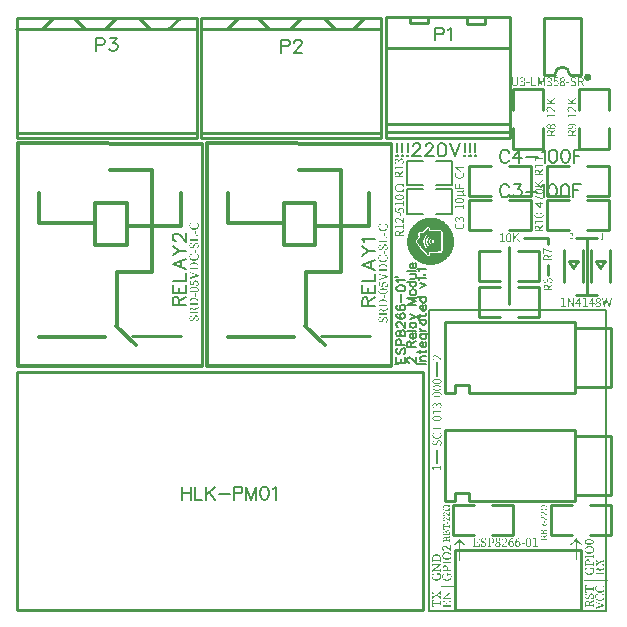
<source format=gto>
G04 Layer: TopSilkLayer*
G04 EasyEDA v5.9.42, Tue, 02 Apr 2019 20:51:07 GMT*
G04 166f39b61798459ea13d042530858995*
G04 Gerber Generator version 0.2*
G04 Scale: 100 percent, Rotated: No, Reflected: No *
G04 Dimensions in millimeters *
G04 leading zeros omitted , absolute positions ,3 integer and 3 decimal *
%FSLAX33Y33*%
%MOMM*%
G90*
G71D02*

%ADD10C,0.254000*%
%ADD12C,0.151994*%
%ADD35C,0.159995*%
%ADD36C,0.299999*%
%ADD37C,0.199898*%
%ADD39C,0.127000*%
%ADD41C,0.152400*%

%LPD*%

%LPD*%
G36*
G01X35302Y33573D02*
G01X35238Y33573D01*
G01X35174Y33570D01*
G01X35110Y33565D01*
G01X35045Y33557D01*
G01X34980Y33548D01*
G01X34914Y33536D01*
G01X34849Y33521D01*
G01X34783Y33504D01*
G01X34716Y33484D01*
G01X34649Y33463D01*
G01X34582Y33438D01*
G01X34514Y33412D01*
G01X34459Y33389D01*
G01X34405Y33364D01*
G01X34352Y33337D01*
G01X34300Y33308D01*
G01X34248Y33277D01*
G01X34198Y33245D01*
G01X34147Y33211D01*
G01X34098Y33175D01*
G01X34050Y33138D01*
G01X34003Y33100D01*
G01X33957Y33060D01*
G01X33912Y33018D01*
G01X33868Y32976D01*
G01X33826Y32932D01*
G01X33784Y32886D01*
G01X33744Y32840D01*
G01X33706Y32792D01*
G01X33669Y32744D01*
G01X33633Y32695D01*
G01X33599Y32644D01*
G01X33566Y32593D01*
G01X33506Y32489D01*
G01X33479Y32435D01*
G01X33453Y32381D01*
G01X33430Y32326D01*
G01X33408Y32271D01*
G01X33388Y32215D01*
G01X33363Y32135D01*
G01X33341Y32053D01*
G01X33320Y31970D01*
G01X33302Y31887D01*
G01X33287Y31805D01*
G01X33276Y31725D01*
G01X33267Y31649D01*
G01X33261Y31578D01*
G01X33259Y31514D01*
G01X33261Y31456D01*
G01X33266Y31406D01*
G01X33276Y31367D01*
G01X33286Y31330D01*
G01X33298Y31277D01*
G01X33312Y31214D01*
G01X33325Y31149D01*
G01X33336Y31090D01*
G01X33351Y31032D01*
G01X33367Y30973D01*
G01X33385Y30916D01*
G01X33406Y30858D01*
G01X33428Y30802D01*
G01X33452Y30746D01*
G01X33478Y30691D01*
G01X33507Y30636D01*
G01X33536Y30583D01*
G01X33568Y30529D01*
G01X33601Y30477D01*
G01X33636Y30426D01*
G01X33673Y30376D01*
G01X33711Y30327D01*
G01X33751Y30279D01*
G01X33792Y30232D01*
G01X33834Y30187D01*
G01X33878Y30142D01*
G01X33924Y30099D01*
G01X33970Y30057D01*
G01X34018Y30017D01*
G01X34067Y29979D01*
G01X34117Y29941D01*
G01X34169Y29905D01*
G01X34221Y29871D01*
G01X34275Y29839D01*
G01X34330Y29808D01*
G01X34385Y29779D01*
G01X34441Y29752D01*
G01X34499Y29727D01*
G01X34557Y29704D01*
G01X34627Y29678D01*
G01X34696Y29655D01*
G01X34762Y29635D01*
G01X34826Y29618D01*
G01X34890Y29604D01*
G01X34954Y29593D01*
G01X35018Y29584D01*
G01X35083Y29578D01*
G01X35150Y29575D01*
G01X35219Y29573D01*
G01X35292Y29574D01*
G01X35367Y29577D01*
G01X35427Y29581D01*
G01X35484Y29586D01*
G01X35540Y29592D01*
G01X35595Y29600D01*
G01X35648Y29609D01*
G01X35701Y29620D01*
G01X35753Y29632D01*
G01X35804Y29645D01*
G01X35855Y29660D01*
G01X35905Y29677D01*
G01X35956Y29695D01*
G01X36007Y29715D01*
G01X36059Y29737D01*
G01X36111Y29761D01*
G01X36164Y29787D01*
G01X36218Y29815D01*
G01X36283Y29850D01*
G01X36341Y29885D01*
G01X36395Y29921D01*
G01X36448Y29960D01*
G01X36503Y30005D01*
G01X36562Y30059D01*
G01X36628Y30123D01*
G01X36705Y30198D01*
G01X36757Y30253D01*
G01X36807Y30305D01*
G01X36852Y30354D01*
G01X36891Y30398D01*
G01X36923Y30436D01*
G01X36948Y30466D01*
G01X36964Y30489D01*
G01X36969Y30501D01*
G01X36973Y30520D01*
G01X36986Y30543D01*
G01X37004Y30570D01*
G01X37027Y30596D01*
G01X37050Y30625D01*
G01X37071Y30660D01*
G01X37089Y30697D01*
G01X37099Y30730D01*
G01X37106Y30764D01*
G01X37126Y30838D01*
G01X37136Y30868D01*
G01X37146Y30894D01*
G01X37155Y30919D01*
G01X37162Y30941D01*
G01X37167Y30955D01*
G01X37172Y30974D01*
G01X37182Y31006D01*
G01X37194Y31047D01*
G01X37208Y31093D01*
G01X37220Y31139D01*
G01X37230Y31193D01*
G01X37239Y31254D01*
G01X37247Y31320D01*
G01X37252Y31389D01*
G01X37256Y31460D01*
G01X37259Y31533D01*
G01X37259Y31605D01*
G01X37258Y31674D01*
G01X37255Y31740D01*
G01X37249Y31801D01*
G01X37242Y31855D01*
G01X37231Y31913D01*
G01X37219Y31972D01*
G01X37205Y32032D01*
G01X37190Y32092D01*
G01X37173Y32152D01*
G01X37156Y32210D01*
G01X37137Y32266D01*
G01X37119Y32318D01*
G01X37099Y32368D01*
G01X37080Y32414D01*
G01X37061Y32455D01*
G01X37041Y32490D01*
G01X37029Y32513D01*
G01X37010Y32547D01*
G01X36989Y32589D01*
G01X36966Y32632D01*
G01X36942Y32672D01*
G01X36908Y32720D01*
G01X36866Y32774D01*
G01X36817Y32831D01*
G01X36763Y32891D01*
G01X36706Y32952D01*
G01X36647Y33012D01*
G01X36587Y33070D01*
G01X36528Y33124D01*
G01X36472Y33172D01*
G01X36420Y33213D01*
G01X36374Y33245D01*
G01X36306Y33288D01*
G01X36241Y33326D01*
G01X36178Y33361D01*
G01X36116Y33392D01*
G01X36055Y33419D01*
G01X35992Y33444D01*
G01X35929Y33466D01*
G01X35862Y33487D01*
G01X35793Y33505D01*
G01X35720Y33521D01*
G01X35641Y33537D01*
G01X35556Y33551D01*
G01X35493Y33560D01*
G01X35430Y33567D01*
G01X35366Y33571D01*
G01X35302Y33573D01*
G37*

%LPC*%
G36*
G01X35136Y32805D02*
G01X35105Y32813D01*
G01X35074Y32812D01*
G01X35040Y32801D01*
G01X35003Y32780D01*
G01X34963Y32748D01*
G01X34917Y32703D01*
G01X34865Y32647D01*
G01X34805Y32577D01*
G01X34629Y32365D01*
G01X34493Y32365D01*
G01X34420Y32363D01*
G01X34368Y32352D01*
G01X34327Y32330D01*
G01X34285Y32292D01*
G01X34239Y32235D01*
G01X34217Y32174D01*
G01X34217Y32105D01*
G01X34239Y32021D01*
G01X34251Y31974D01*
G01X34243Y31932D01*
G01X34209Y31877D01*
G01X34141Y31791D01*
G01X34113Y31757D01*
G01X34087Y31726D01*
G01X34066Y31697D01*
G01X34048Y31670D01*
G01X34033Y31645D01*
G01X34024Y31619D01*
G01X34018Y31594D01*
G01X34018Y31568D01*
G01X34022Y31540D01*
G01X34032Y31509D01*
G01X34048Y31475D01*
G01X34070Y31437D01*
G01X34097Y31396D01*
G01X34131Y31349D01*
G01X34172Y31295D01*
G01X34220Y31235D01*
G01X34275Y31168D01*
G01X34338Y31093D01*
G01X34409Y31009D01*
G01X34488Y30915D01*
G01X34552Y30840D01*
G01X34615Y30766D01*
G01X34675Y30696D01*
G01X34731Y30630D01*
G01X34784Y30568D01*
G01X34833Y30511D01*
G01X34877Y30461D01*
G01X34915Y30418D01*
G01X34946Y30382D01*
G01X34972Y30354D01*
G01X34989Y30335D01*
G01X34999Y30326D01*
G01X35036Y30304D01*
G01X35074Y30297D01*
G01X35112Y30303D01*
G01X35146Y30320D01*
G01X35177Y30348D01*
G01X35200Y30385D01*
G01X35216Y30430D01*
G01X35222Y30481D01*
G01X35222Y30568D01*
G01X35486Y30569D01*
G01X35632Y30570D01*
G01X35756Y30570D01*
G01X35860Y30572D01*
G01X35947Y30574D01*
G01X36018Y30577D01*
G01X36075Y30581D01*
G01X36120Y30586D01*
G01X36155Y30593D01*
G01X36182Y30601D01*
G01X36203Y30611D01*
G01X36221Y30624D01*
G01X36236Y30637D01*
G01X36246Y30648D01*
G01X36254Y30658D01*
G01X36262Y30670D01*
G01X36269Y30684D01*
G01X36274Y30702D01*
G01X36279Y30726D01*
G01X36283Y30756D01*
G01X36286Y30795D01*
G01X36288Y30842D01*
G01X36291Y30900D01*
G01X36293Y30970D01*
G01X36294Y31053D01*
G01X36296Y31150D01*
G01X36297Y31264D01*
G01X36298Y31394D01*
G01X36299Y31543D01*
G01X36306Y32392D01*
G01X36234Y32466D01*
G01X36160Y32540D01*
G01X35222Y32540D01*
G01X35222Y32601D01*
G01X35215Y32667D01*
G01X35195Y32729D01*
G01X35168Y32779D01*
G01X35136Y32805D01*
G37*

%LPD*%
G36*
G01X35090Y32695D02*
G01X35074Y32702D01*
G01X35046Y32685D01*
G01X34997Y32638D01*
G01X34932Y32568D01*
G01X34858Y32483D01*
G01X34677Y32266D01*
G01X34536Y32266D01*
G01X34478Y32263D01*
G01X34428Y32256D01*
G01X34388Y32247D01*
G01X34365Y32236D01*
G01X34340Y32184D01*
G01X34336Y32118D01*
G01X34351Y32056D01*
G01X34386Y32016D01*
G01X34410Y31996D01*
G01X34405Y31964D01*
G01X34363Y31904D01*
G01X34275Y31798D01*
G01X34213Y31721D01*
G01X34161Y31651D01*
G01X34127Y31596D01*
G01X34114Y31564D01*
G01X34120Y31541D01*
G01X34134Y31509D01*
G01X34156Y31473D01*
G01X34182Y31437D01*
G01X34216Y31396D01*
G01X34252Y31351D01*
G01X34293Y31303D01*
G01X34334Y31253D01*
G01X34378Y31200D01*
G01X34424Y31146D01*
G01X34470Y31091D01*
G01X34517Y31035D01*
G01X34564Y30980D01*
G01X34610Y30924D01*
G01X34656Y30871D01*
G01X34700Y30819D01*
G01X34743Y30768D01*
G01X34784Y30721D01*
G01X34822Y30677D01*
G01X34857Y30636D01*
G01X34889Y30600D01*
G01X34916Y30569D01*
G01X34940Y30543D01*
G01X34958Y30523D01*
G01X35005Y30474D01*
G01X35043Y30440D01*
G01X35072Y30422D01*
G01X35094Y30419D01*
G01X35108Y30432D01*
G01X35117Y30461D01*
G01X35120Y30506D01*
G01X35119Y30568D01*
G01X35112Y30681D01*
G01X35641Y30693D01*
G01X36169Y30705D01*
G01X36176Y31560D01*
G01X36176Y31676D01*
G01X36177Y31787D01*
G01X36178Y31893D01*
G01X36178Y32351D01*
G01X36177Y32388D01*
G01X36176Y32411D01*
G01X36176Y32420D01*
G01X36164Y32421D01*
G01X36132Y32423D01*
G01X36082Y32425D01*
G01X36016Y32428D01*
G01X35937Y32430D01*
G01X35847Y32433D01*
G01X35748Y32436D01*
G01X35642Y32439D01*
G01X35116Y32452D01*
G01X35112Y32577D01*
G01X35108Y32634D01*
G01X35101Y32672D01*
G01X35090Y32695D01*
G37*

%LPC*%
G36*
G01X34919Y32129D02*
G01X34903Y32133D01*
G01X34886Y32130D01*
G01X34869Y32119D01*
G01X34844Y32092D01*
G01X34817Y32052D01*
G01X34789Y32003D01*
G01X34762Y31947D01*
G01X34737Y31887D01*
G01X34714Y31824D01*
G01X34695Y31763D01*
G01X34683Y31706D01*
G01X34673Y31646D01*
G01X34664Y31593D01*
G01X34659Y31553D01*
G01X34658Y31531D01*
G01X34669Y31459D01*
G01X34687Y31383D01*
G01X34710Y31307D01*
G01X34738Y31233D01*
G01X34769Y31163D01*
G01X34802Y31101D01*
G01X34837Y31049D01*
G01X34871Y31011D01*
G01X34898Y30988D01*
G01X34916Y30980D01*
G01X34932Y30985D01*
G01X34949Y31003D01*
G01X34962Y31025D01*
G01X34962Y31049D01*
G01X34947Y31081D01*
G01X34917Y31124D01*
G01X34884Y31171D01*
G01X34856Y31222D01*
G01X34833Y31275D01*
G01X34814Y31330D01*
G01X34799Y31388D01*
G01X34788Y31446D01*
G01X34781Y31506D01*
G01X34779Y31566D01*
G01X34781Y31625D01*
G01X34787Y31685D01*
G01X34798Y31743D01*
G01X34812Y31800D01*
G01X34831Y31855D01*
G01X34854Y31908D01*
G01X34882Y31958D01*
G01X34914Y32005D01*
G01X34944Y32048D01*
G01X34958Y32077D01*
G01X34955Y32097D01*
G01X34938Y32116D01*
G01X34919Y32129D01*
G37*
G36*
G01X35095Y31958D02*
G01X35065Y31966D01*
G01X35026Y31936D01*
G01X34982Y31873D01*
G01X34938Y31781D01*
G01X34920Y31728D01*
G01X34909Y31671D01*
G01X34903Y31610D01*
G01X34903Y31547D01*
G01X34909Y31484D01*
G01X34921Y31421D01*
G01X34938Y31359D01*
G01X34961Y31301D01*
G01X35006Y31212D01*
G01X35043Y31164D01*
G01X35077Y31150D01*
G01X35112Y31169D01*
G01X35131Y31187D01*
G01X35136Y31202D01*
G01X35129Y31220D01*
G01X35109Y31244D01*
G01X35070Y31298D01*
G01X35041Y31360D01*
G01X35020Y31429D01*
G01X35009Y31503D01*
G01X35007Y31579D01*
G01X35015Y31656D01*
G01X35033Y31731D01*
G01X35061Y31802D01*
G01X35088Y31862D01*
G01X35102Y31905D01*
G01X35104Y31937D01*
G01X35095Y31958D01*
G37*
G36*
G01X35272Y31795D02*
G01X35251Y31807D01*
G01X35220Y31790D01*
G01X35186Y31744D01*
G01X35170Y31705D01*
G01X35159Y31660D01*
G01X35153Y31613D01*
G01X35150Y31563D01*
G01X35153Y31513D01*
G01X35160Y31465D01*
G01X35171Y31422D01*
G01X35187Y31384D01*
G01X35220Y31341D01*
G01X35252Y31326D01*
G01X35272Y31339D01*
G01X35273Y31382D01*
G01X35269Y31411D01*
G01X35266Y31456D01*
G01X35264Y31510D01*
G01X35263Y31567D01*
G01X35264Y31623D01*
G01X35266Y31677D01*
G01X35269Y31722D01*
G01X35273Y31751D01*
G01X35272Y31795D01*
G37*
G36*
G01X35534Y31649D02*
G01X35484Y31667D01*
G01X35433Y31657D01*
G01X35395Y31618D01*
G01X35376Y31576D01*
G01X35372Y31543D01*
G01X35384Y31515D01*
G01X35414Y31483D01*
G01X35453Y31453D01*
G01X35486Y31445D01*
G01X35517Y31457D01*
G01X35554Y31492D01*
G01X35575Y31520D01*
G01X35585Y31544D01*
G01X35583Y31571D01*
G01X35571Y31604D01*
G01X35534Y31649D01*
G37*

%LPD*%
G54D35*
G01X35178Y25780D02*
G01X35178Y254D01*
G01X50164Y254D01*
G01X50164Y25780D01*
G01X35178Y25780D01*
G54D10*
G01X41909Y31114D02*
G01X41909Y26288D01*
G01X43180Y31876D02*
G01X45212Y31876D01*
G01X45212Y31368D01*
G01X45212Y29590D02*
G01X45212Y28701D01*
G01X48513Y31876D02*
G01X48513Y27050D01*
G01X49402Y27050D01*
G01X47625Y27050D02*
G01X48514Y27050D01*
G01X47625Y31876D02*
G01X48514Y31876D01*
G01X48514Y31876D02*
G01X49403Y31876D01*
G54D12*
G01X35813Y21335D02*
G01X35813Y20192D01*
G01X35813Y13906D02*
G01X35813Y12763D01*
G54D10*
G01X37337Y5461D02*
G01X48005Y5461D01*
G01X48005Y381D01*
G01X37337Y381D01*
G01X37337Y5461D01*
G01X47243Y9270D02*
G01X45465Y9270D01*
G01X45465Y6730D01*
G01X47243Y6730D01*
G01X48767Y6730D02*
G01X50545Y6730D01*
G01X50545Y9270D01*
G01X48767Y9270D01*
G01X38988Y9270D02*
G01X37210Y9270D01*
G01X37210Y6730D01*
G01X38988Y6730D01*
G01X40512Y6730D02*
G01X42290Y6730D01*
G01X42290Y9270D01*
G01X40512Y9270D01*
G01X34658Y313D02*
G01X278Y313D01*
G01X34658Y20513D02*
G01X34658Y313D01*
G01X278Y20513D02*
G01X278Y313D01*
G01X34658Y20513D02*
G01X278Y20513D01*
G01X47509Y15572D02*
G01X47509Y9572D01*
G01X47509Y9572D02*
G01X38510Y9572D01*
G01X36510Y9572D02*
G01X36510Y15572D01*
G01X36510Y15572D02*
G01X47509Y15572D01*
G01X47509Y15072D02*
G01X50509Y15072D01*
G01X50509Y15072D02*
G01X50509Y10072D01*
G01X47509Y10072D02*
G01X50509Y10072D01*
G01X38510Y9573D02*
G01X38510Y10271D01*
G01X37309Y10271D01*
G01X37309Y9573D01*
G01X36509Y9573D01*
G01X47509Y24716D02*
G01X47509Y18716D01*
G01X47509Y18716D02*
G01X38510Y18716D01*
G01X36510Y18716D02*
G01X36510Y24716D01*
G01X36510Y24716D02*
G01X47509Y24716D01*
G01X47509Y24216D02*
G01X50509Y24216D01*
G01X50509Y24216D02*
G01X50509Y19216D01*
G01X47509Y19216D02*
G01X50509Y19216D01*
G01X38510Y18717D02*
G01X38510Y19415D01*
G01X37309Y19415D01*
G01X37309Y18717D01*
G01X36509Y18717D01*
G54D36*
G01X18102Y23438D02*
G01X23690Y23438D01*
G01X31932Y21027D02*
G01X16304Y21017D01*
G01X16304Y39847D01*
G01X31913Y39827D01*
G01X25529Y33090D02*
G01X25529Y31250D01*
G01X22866Y31250D01*
G01X22866Y34806D01*
G01X25529Y34806D01*
G01X25529Y32898D01*
G01X30101Y32898D01*
G01X30101Y35638D01*
G01X18102Y35638D02*
G01X18102Y33090D01*
G01X22866Y33090D01*
G01X24102Y37638D02*
G01X27730Y37638D01*
G01X27730Y29002D01*
G01X24730Y29002D01*
G01X24706Y28978D01*
G01X24706Y24962D01*
G01X24706Y24454D01*
G01X24682Y24417D02*
G01X26292Y22766D01*
G54D10*
G01X31963Y39827D02*
G01X31963Y39837D01*
G01X31963Y20997D01*
G01X31963Y20997D01*
G01X30103Y23507D02*
G01X26023Y23507D01*
G54D36*
G01X2100Y23438D02*
G01X7688Y23438D01*
G01X15930Y21027D02*
G01X302Y21017D01*
G01X302Y39847D01*
G01X15911Y39827D01*
G01X9528Y33090D02*
G01X9528Y31250D01*
G01X6864Y31250D01*
G01X6864Y34806D01*
G01X9528Y34806D01*
G01X9528Y32898D01*
G01X14100Y32898D01*
G01X14100Y35638D01*
G01X2100Y35638D02*
G01X2100Y33090D01*
G01X6864Y33090D01*
G01X8100Y37638D02*
G01X11728Y37638D01*
G01X11728Y29002D01*
G01X8728Y29002D01*
G01X8704Y28978D01*
G01X8704Y24962D01*
G01X8704Y24454D01*
G01X8680Y24417D02*
G01X10290Y22766D01*
G54D10*
G01X15961Y39827D02*
G01X15961Y39837D01*
G01X15961Y20997D01*
G01X15961Y20997D01*
G01X14101Y23507D02*
G01X10021Y23507D01*
G01X15848Y50496D02*
G01X31088Y50496D01*
G01X15848Y50496D02*
G01X15848Y40336D01*
G01X15848Y40336D02*
G01X31088Y40336D01*
G01X15831Y49505D02*
G01X31071Y49505D01*
G01X31088Y50506D02*
G01X31088Y40346D01*
G01X28673Y49505D02*
G01X29662Y50494D01*
G01X29692Y50494D01*
G01X27144Y49534D02*
G01X26215Y50464D01*
G01X26215Y50494D01*
G01X24274Y50441D02*
G01X23345Y49512D01*
G01X23315Y49512D01*
G01X21630Y49527D02*
G01X20700Y50456D01*
G01X20700Y50486D01*
G01X18955Y50441D02*
G01X18026Y49512D01*
G01X17996Y49512D01*
G01X15860Y40731D02*
G01X31100Y40731D01*
G01X227Y50496D02*
G01X15467Y50496D01*
G01X227Y50496D02*
G01X227Y40336D01*
G01X227Y40336D02*
G01X15467Y40336D01*
G01X210Y49505D02*
G01X15450Y49505D01*
G01X15467Y50506D02*
G01X15467Y40346D01*
G01X13052Y49505D02*
G01X14041Y50494D01*
G01X14071Y50494D01*
G01X11523Y49534D02*
G01X10594Y50464D01*
G01X10594Y50494D01*
G01X8654Y50441D02*
G01X7724Y49512D01*
G01X7694Y49512D01*
G01X6009Y49527D02*
G01X5079Y50456D01*
G01X5079Y50486D01*
G01X3334Y50441D02*
G01X2405Y49512D01*
G01X2375Y49512D01*
G01X239Y40731D02*
G01X15479Y40731D01*
G01X31468Y50593D02*
G01X41968Y50593D01*
G01X31468Y50593D02*
G01X31468Y40292D01*
G01X31468Y40292D02*
G01X41968Y40292D01*
G01X41968Y50593D02*
G01X41968Y40292D01*
G01X31468Y47933D02*
G01X41968Y47933D01*
G01X31468Y40853D02*
G01X41968Y40853D01*
G01X31468Y41482D02*
G01X41968Y41482D01*
G01X38375Y50522D02*
G01X38375Y49982D01*
G01X39904Y49982D01*
G01X39904Y50522D01*
G01X33556Y50551D02*
G01X33556Y50011D01*
G01X35086Y50011D01*
G01X35086Y50551D01*
G01X49656Y29286D02*
G01X49250Y29870D01*
G01X49250Y29870D02*
G01X50063Y29870D01*
G01X50063Y29870D02*
G01X49656Y29286D01*
G01X48869Y28117D02*
G01X48869Y30810D01*
G01X50444Y30810D02*
G01X50444Y28117D01*
G01X47370Y29286D02*
G01X46964Y29870D01*
G01X46964Y29870D02*
G01X47777Y29870D01*
G01X47777Y29870D02*
G01X47370Y29286D01*
G01X46583Y28117D02*
G01X46583Y30810D01*
G01X48158Y30810D02*
G01X48158Y28117D01*
G01X46989Y35051D02*
G01X45141Y35051D01*
G01X45141Y32511D01*
G01X46989Y32511D01*
G01X48513Y32511D02*
G01X50371Y32511D01*
G01X50371Y35051D01*
G01X48513Y35051D01*
G01X46989Y37972D02*
G01X45141Y37972D01*
G01X45141Y35432D01*
G01X46989Y35432D01*
G01X48513Y35432D02*
G01X50371Y35432D01*
G01X50371Y37972D01*
G01X48513Y37972D01*
G01X42671Y25145D02*
G01X44449Y25145D01*
G01X44449Y27685D01*
G01X42671Y27685D01*
G01X41147Y27685D02*
G01X39369Y27685D01*
G01X39369Y25145D01*
G01X41147Y25145D01*
G01X41147Y30733D02*
G01X39369Y30733D01*
G01X39369Y28193D01*
G01X41147Y28193D01*
G01X42671Y28193D02*
G01X44449Y28193D01*
G01X44449Y30733D01*
G01X42671Y30733D01*
G01X42290Y41147D02*
G01X42290Y39369D01*
G01X44830Y39369D01*
G01X44830Y41147D01*
G01X44830Y42671D02*
G01X44830Y44449D01*
G01X42290Y44449D01*
G01X42290Y42671D01*
G01X47878Y41147D02*
G01X47878Y39369D01*
G01X50418Y39369D01*
G01X50418Y41147D01*
G01X50418Y42671D02*
G01X50418Y44449D01*
G01X47878Y44449D01*
G01X47878Y42671D01*
G01X40385Y35051D02*
G01X38537Y35051D01*
G01X38537Y32511D01*
G01X40385Y32511D01*
G01X41909Y32511D02*
G01X43767Y32511D01*
G01X43767Y35051D01*
G01X41909Y35051D01*
G01X40385Y37972D02*
G01X38537Y37972D01*
G01X38537Y35432D01*
G01X40385Y35432D01*
G01X41909Y35432D02*
G01X43767Y35432D01*
G01X43767Y37972D01*
G01X41909Y37972D01*
G01X47993Y45676D02*
G01X47993Y50502D01*
G01X44843Y50502D01*
G01X44843Y45676D01*
G01X44843Y45676D02*
G01X45783Y45676D01*
G01X47053Y45676D02*
G01X47993Y45676D01*
G54D37*
G01X34624Y35959D02*
G01X33304Y35959D01*
G01X33304Y33889D01*
G01X34624Y33889D01*
G01X35756Y35959D02*
G01X37076Y35959D01*
G01X37076Y33889D01*
G01X35756Y33889D01*
G01X34624Y38372D02*
G01X33304Y38372D01*
G01X33304Y36302D01*
G01X34624Y36302D01*
G01X35756Y38372D02*
G01X37076Y38372D01*
G01X37076Y36302D01*
G01X35756Y36302D01*

%LPD*%
G36*
G01X49276Y1094D02*
G01X49237Y1094D01*
G01X49237Y838D01*
G01X49281Y838D01*
G01X49291Y942D01*
G01X49850Y759D01*
G01X49288Y566D01*
G01X49281Y672D01*
G01X49237Y672D01*
G01X49237Y373D01*
G01X49276Y373D01*
G01X49286Y457D01*
G01X49989Y716D01*
G01X49989Y764D01*
G01X49288Y998D01*
G01X49276Y1094D01*
G37*

%LPD*%
G36*
G01X49944Y1706D02*
G01X49781Y1709D01*
G01X49781Y1648D01*
G01X49921Y1620D01*
G01X49933Y1587D01*
G01X49942Y1555D01*
G01X49947Y1524D01*
G01X49949Y1493D01*
G01X49943Y1436D01*
G01X49927Y1383D01*
G01X49900Y1336D01*
G01X49862Y1297D01*
G01X49814Y1265D01*
G01X49756Y1241D01*
G01X49687Y1226D01*
G01X49608Y1221D01*
G01X49530Y1227D01*
G01X49461Y1242D01*
G01X49404Y1268D01*
G01X49355Y1301D01*
G01X49317Y1342D01*
G01X49290Y1388D01*
G01X49273Y1440D01*
G01X49268Y1495D01*
G01X49269Y1524D01*
G01X49274Y1553D01*
G01X49283Y1581D01*
G01X49296Y1610D01*
G01X49438Y1638D01*
G01X49438Y1699D01*
G01X49276Y1696D01*
G01X49249Y1641D01*
G01X49231Y1587D01*
G01X49222Y1535D01*
G01X49220Y1485D01*
G01X49223Y1432D01*
G01X49232Y1382D01*
G01X49249Y1334D01*
G01X49270Y1290D01*
G01X49297Y1250D01*
G01X49329Y1214D01*
G01X49366Y1183D01*
G01X49407Y1157D01*
G01X49452Y1135D01*
G01X49501Y1120D01*
G01X49553Y1110D01*
G01X49608Y1107D01*
G01X49664Y1110D01*
G01X49717Y1119D01*
G01X49766Y1134D01*
G01X49811Y1155D01*
G01X49853Y1180D01*
G01X49889Y1211D01*
G01X49921Y1247D01*
G01X49947Y1287D01*
G01X49968Y1331D01*
G01X49984Y1379D01*
G01X49993Y1430D01*
G01X49997Y1485D01*
G01X49994Y1544D01*
G01X49984Y1600D01*
G01X49968Y1654D01*
G01X49944Y1706D01*
G37*

%LPD*%
G36*
G01X49944Y2410D02*
G01X49781Y2412D01*
G01X49781Y2351D01*
G01X49921Y2323D01*
G01X49933Y2291D01*
G01X49942Y2259D01*
G01X49947Y2227D01*
G01X49949Y2196D01*
G01X49943Y2139D01*
G01X49927Y2087D01*
G01X49900Y2040D01*
G01X49862Y2001D01*
G01X49814Y1968D01*
G01X49756Y1945D01*
G01X49687Y1930D01*
G01X49608Y1925D01*
G01X49530Y1930D01*
G01X49461Y1946D01*
G01X49404Y1971D01*
G01X49355Y2005D01*
G01X49317Y2045D01*
G01X49290Y2092D01*
G01X49273Y2144D01*
G01X49268Y2199D01*
G01X49269Y2227D01*
G01X49274Y2256D01*
G01X49283Y2285D01*
G01X49296Y2313D01*
G01X49438Y2341D01*
G01X49438Y2402D01*
G01X49276Y2400D01*
G01X49249Y2345D01*
G01X49231Y2290D01*
G01X49222Y2237D01*
G01X49220Y2186D01*
G01X49223Y2134D01*
G01X49232Y2084D01*
G01X49249Y2036D01*
G01X49270Y1993D01*
G01X49297Y1953D01*
G01X49329Y1918D01*
G01X49366Y1886D01*
G01X49407Y1860D01*
G01X49452Y1839D01*
G01X49501Y1823D01*
G01X49553Y1814D01*
G01X49608Y1810D01*
G01X49664Y1813D01*
G01X49717Y1823D01*
G01X49766Y1838D01*
G01X49811Y1858D01*
G01X49853Y1884D01*
G01X49889Y1915D01*
G01X49921Y1950D01*
G01X49947Y1990D01*
G01X49968Y2033D01*
G01X49984Y2081D01*
G01X49993Y2132D01*
G01X49997Y2186D01*
G01X49994Y2246D01*
G01X49984Y2303D01*
G01X49968Y2358D01*
G01X49944Y2410D01*
G37*

%LPD*%
G36*
G01X50261Y2887D02*
G01X49149Y2887D01*
G01X49149Y2829D01*
G01X50261Y2829D01*
G01X50261Y2887D01*
G37*

%LPD*%
G36*
G01X49982Y3969D02*
G01X49944Y3969D01*
G01X49936Y3883D01*
G01X49761Y3830D01*
G01X49704Y3808D01*
G01X49664Y3780D01*
G01X49637Y3744D01*
G01X49621Y3698D01*
G01X49594Y3781D01*
G01X49551Y3840D01*
G01X49495Y3876D01*
G01X49433Y3888D01*
G01X49389Y3884D01*
G01X49350Y3870D01*
G01X49316Y3848D01*
G01X49288Y3818D01*
G01X49266Y3779D01*
G01X49250Y3733D01*
G01X49240Y3679D01*
G01X49237Y3619D01*
G01X49237Y3309D01*
G01X49276Y3309D01*
G01X49286Y3411D01*
G01X49434Y3413D01*
G01X49785Y3413D01*
G01X49931Y3411D01*
G01X49944Y3309D01*
G01X49982Y3309D01*
G01X49982Y3621D01*
G01X49944Y3621D01*
G01X49931Y3517D01*
G01X49785Y3515D01*
G01X49634Y3515D01*
G01X49634Y3573D01*
G01X49638Y3634D01*
G01X49655Y3676D01*
G01X49689Y3705D01*
G01X49745Y3726D01*
G01X49921Y3771D01*
G01X49954Y3785D01*
G01X49976Y3806D01*
G01X49988Y3838D01*
G01X49992Y3883D01*
G01X49991Y3908D01*
G01X49989Y3931D01*
G01X49986Y3951D01*
G01X49982Y3969D01*
G37*

%LPC*%
G36*
G01X49495Y3773D02*
G01X49430Y3784D01*
G01X49367Y3774D01*
G01X49320Y3743D01*
G01X49291Y3690D01*
G01X49281Y3614D01*
G01X49281Y3517D01*
G01X49429Y3515D01*
G01X49590Y3515D01*
G01X49590Y3606D01*
G01X49578Y3684D01*
G01X49546Y3740D01*
G01X49495Y3773D01*
G37*

%LPD*%
G36*
G01X49982Y4698D02*
G01X49944Y4698D01*
G01X49931Y4604D01*
G01X49575Y4394D01*
G01X49288Y4576D01*
G01X49276Y4678D01*
G01X49237Y4678D01*
G01X49237Y4424D01*
G01X49276Y4424D01*
G01X49291Y4523D01*
G01X49537Y4371D01*
G01X49286Y4223D01*
G01X49276Y4328D01*
G01X49237Y4328D01*
G01X49237Y4015D01*
G01X49276Y4015D01*
G01X49286Y4112D01*
G01X49621Y4310D01*
G01X49928Y4112D01*
G01X49944Y4008D01*
G01X49982Y4008D01*
G01X49982Y4259D01*
G01X49944Y4259D01*
G01X49928Y4168D01*
G01X49659Y4333D01*
G01X49931Y4493D01*
G01X49944Y4389D01*
G01X49982Y4389D01*
G01X49982Y4698D01*
G37*

%LPD*%

%LPD*%
G36*
G01X49093Y1224D02*
G01X49055Y1224D01*
G01X49047Y1137D01*
G01X48872Y1084D01*
G01X48815Y1062D01*
G01X48775Y1034D01*
G01X48748Y998D01*
G01X48732Y952D01*
G01X48705Y1035D01*
G01X48662Y1095D01*
G01X48606Y1131D01*
G01X48544Y1142D01*
G01X48500Y1138D01*
G01X48461Y1124D01*
G01X48427Y1102D01*
G01X48399Y1072D01*
G01X48377Y1033D01*
G01X48361Y987D01*
G01X48351Y934D01*
G01X48348Y873D01*
G01X48348Y563D01*
G01X48387Y563D01*
G01X48397Y665D01*
G01X48471Y666D01*
G01X48619Y667D01*
G01X48896Y667D01*
G01X49042Y665D01*
G01X49055Y563D01*
G01X49093Y563D01*
G01X49093Y876D01*
G01X49055Y876D01*
G01X49042Y772D01*
G01X48969Y770D01*
G01X48896Y770D01*
G01X48821Y769D01*
G01X48745Y769D01*
G01X48745Y827D01*
G01X48749Y888D01*
G01X48766Y931D01*
G01X48800Y960D01*
G01X48856Y980D01*
G01X49032Y1026D01*
G01X49065Y1039D01*
G01X49087Y1061D01*
G01X49099Y1093D01*
G01X49103Y1137D01*
G01X49102Y1163D01*
G01X49100Y1185D01*
G01X49097Y1205D01*
G01X49093Y1224D01*
G37*

%LPC*%
G36*
G01X48606Y1027D02*
G01X48541Y1038D01*
G01X48478Y1028D01*
G01X48431Y997D01*
G01X48402Y944D01*
G01X48392Y868D01*
G01X48392Y772D01*
G01X48466Y770D01*
G01X48541Y770D01*
G01X48619Y769D01*
G01X48701Y769D01*
G01X48701Y860D01*
G01X48690Y939D01*
G01X48657Y994D01*
G01X48606Y1027D01*
G37*

%LPD*%
G36*
G01X48944Y1760D02*
G01X48897Y1765D01*
G01X48826Y1754D01*
G01X48768Y1718D01*
G01X48717Y1655D01*
G01X48671Y1561D01*
G01X48656Y1516D01*
G01X48629Y1463D01*
G01X48596Y1424D01*
G01X48557Y1400D01*
G01X48508Y1391D01*
G01X48453Y1403D01*
G01X48412Y1436D01*
G01X48387Y1485D01*
G01X48379Y1546D01*
G01X48380Y1570D01*
G01X48384Y1592D01*
G01X48392Y1614D01*
G01X48402Y1635D01*
G01X48534Y1666D01*
G01X48534Y1722D01*
G01X48389Y1729D01*
G01X48365Y1691D01*
G01X48346Y1648D01*
G01X48335Y1600D01*
G01X48331Y1546D01*
G01X48334Y1495D01*
G01X48344Y1449D01*
G01X48361Y1407D01*
G01X48384Y1370D01*
G01X48413Y1341D01*
G01X48448Y1319D01*
G01X48489Y1305D01*
G01X48534Y1300D01*
G01X48610Y1314D01*
G01X48670Y1352D01*
G01X48719Y1413D01*
G01X48757Y1490D01*
G01X48775Y1534D01*
G01X48804Y1597D01*
G01X48835Y1641D01*
G01X48873Y1666D01*
G01X48920Y1673D01*
G01X48980Y1661D01*
G01X49024Y1624D01*
G01X49050Y1568D01*
G01X49060Y1495D01*
G01X49058Y1462D01*
G01X49053Y1432D01*
G01X49044Y1405D01*
G01X49032Y1379D01*
G01X48895Y1351D01*
G01X48895Y1292D01*
G01X49049Y1285D01*
G01X49072Y1328D01*
G01X49091Y1381D01*
G01X49103Y1440D01*
G01X49108Y1503D01*
G01X49104Y1558D01*
G01X49093Y1608D01*
G01X49076Y1653D01*
G01X49052Y1691D01*
G01X49022Y1722D01*
G01X48985Y1745D01*
G01X48944Y1760D01*
G37*

%LPD*%
G36*
G01X48547Y2392D02*
G01X48547Y2448D01*
G01X48348Y2440D01*
G01X48348Y1828D01*
G01X48547Y1821D01*
G01X48547Y1876D01*
G01X48397Y1907D01*
G01X48397Y2082D01*
G01X49042Y2082D01*
G01X49055Y1965D01*
G01X49093Y1965D01*
G01X49093Y2301D01*
G01X49055Y2301D01*
G01X49042Y2186D01*
G01X48896Y2184D01*
G01X48544Y2184D01*
G01X48470Y2185D01*
G01X48397Y2186D01*
G01X48397Y2362D01*
G01X48547Y2392D01*
G37*

%LPD*%
G36*
G01X49372Y2898D02*
G01X48260Y2898D01*
G01X48260Y2839D01*
G01X49372Y2839D01*
G01X49372Y2898D01*
G37*

%LPD*%
G36*
G01X48778Y4010D02*
G01X48737Y4010D01*
G01X48737Y3720D01*
G01X48778Y3720D01*
G01X48785Y3840D01*
G01X49037Y3840D01*
G01X49046Y3810D01*
G01X49054Y3779D01*
G01X49058Y3748D01*
G01X49060Y3715D01*
G01X49054Y3655D01*
G01X49036Y3601D01*
G01X49008Y3553D01*
G01X48969Y3513D01*
G01X48920Y3481D01*
G01X48862Y3458D01*
G01X48795Y3444D01*
G01X48719Y3439D01*
G01X48643Y3444D01*
G01X48575Y3459D01*
G01X48517Y3483D01*
G01X48468Y3516D01*
G01X48430Y3556D01*
G01X48402Y3603D01*
G01X48384Y3655D01*
G01X48379Y3713D01*
G01X48381Y3746D01*
G01X48387Y3778D01*
G01X48397Y3809D01*
G01X48412Y3840D01*
G01X48549Y3865D01*
G01X48549Y3926D01*
G01X48387Y3924D01*
G01X48362Y3876D01*
G01X48344Y3825D01*
G01X48334Y3767D01*
G01X48331Y3703D01*
G01X48334Y3648D01*
G01X48344Y3597D01*
G01X48360Y3549D01*
G01X48381Y3505D01*
G01X48408Y3464D01*
G01X48440Y3428D01*
G01X48477Y3397D01*
G01X48518Y3371D01*
G01X48563Y3350D01*
G01X48612Y3334D01*
G01X48664Y3325D01*
G01X48719Y3322D01*
G01X48775Y3325D01*
G01X48827Y3334D01*
G01X48876Y3349D01*
G01X48921Y3369D01*
G01X48963Y3395D01*
G01X48999Y3426D01*
G01X49031Y3461D01*
G01X49058Y3501D01*
G01X49079Y3545D01*
G01X49095Y3592D01*
G01X49104Y3643D01*
G01X49108Y3698D01*
G01X49103Y3763D01*
G01X49091Y3824D01*
G01X49071Y3883D01*
G01X49044Y3941D01*
G01X48939Y3941D01*
G01X48886Y3942D01*
G01X48834Y3942D01*
G01X48783Y3944D01*
G01X48778Y4010D01*
G37*

%LPD*%
G36*
G01X48614Y4644D02*
G01X48569Y4648D01*
G01X48522Y4643D01*
G01X48479Y4630D01*
G01X48441Y4608D01*
G01X48409Y4577D01*
G01X48383Y4538D01*
G01X48364Y4490D01*
G01X48352Y4434D01*
G01X48348Y4368D01*
G01X48348Y4068D01*
G01X48387Y4068D01*
G01X48397Y4173D01*
G01X48471Y4174D01*
G01X48619Y4175D01*
G01X48896Y4175D01*
G01X49042Y4173D01*
G01X49055Y4068D01*
G01X49093Y4068D01*
G01X49093Y4383D01*
G01X49055Y4383D01*
G01X49042Y4277D01*
G01X48795Y4277D01*
G01X48795Y4335D01*
G01X48790Y4413D01*
G01X48777Y4478D01*
G01X48756Y4532D01*
G01X48728Y4575D01*
G01X48694Y4608D01*
G01X48656Y4630D01*
G01X48614Y4644D01*
G37*

%LPC*%
G36*
G01X48643Y4530D02*
G01X48569Y4541D01*
G01X48493Y4530D01*
G01X48437Y4495D01*
G01X48403Y4435D01*
G01X48392Y4348D01*
G01X48392Y4277D01*
G01X48750Y4277D01*
G01X48750Y4348D01*
G01X48737Y4436D01*
G01X48699Y4496D01*
G01X48643Y4530D01*
G37*

%LPD*%
G36*
G01X48387Y5026D02*
G01X48348Y5026D01*
G01X48348Y4714D01*
G01X48387Y4714D01*
G01X48397Y4818D01*
G01X48471Y4819D01*
G01X48619Y4820D01*
G01X48896Y4820D01*
G01X49042Y4818D01*
G01X49055Y4714D01*
G01X49093Y4714D01*
G01X49093Y5026D01*
G01X49055Y5026D01*
G01X49042Y4922D01*
G01X48397Y4922D01*
G01X48387Y5026D01*
G37*

%LPD*%
G36*
G01X48779Y5780D02*
G01X48719Y5783D01*
G01X48659Y5780D01*
G01X48603Y5770D01*
G01X48552Y5755D01*
G01X48506Y5734D01*
G01X48466Y5708D01*
G01X48431Y5679D01*
G01X48400Y5646D01*
G01X48375Y5610D01*
G01X48356Y5571D01*
G01X48342Y5530D01*
G01X48333Y5488D01*
G01X48331Y5445D01*
G01X48334Y5401D01*
G01X48342Y5359D01*
G01X48357Y5318D01*
G01X48377Y5279D01*
G01X48403Y5242D01*
G01X48433Y5209D01*
G01X48469Y5179D01*
G01X48510Y5154D01*
G01X48556Y5133D01*
G01X48605Y5118D01*
G01X48660Y5108D01*
G01X48719Y5105D01*
G01X48780Y5108D01*
G01X48836Y5118D01*
G01X48887Y5133D01*
G01X48933Y5154D01*
G01X48973Y5179D01*
G01X49009Y5209D01*
G01X49039Y5242D01*
G01X49064Y5279D01*
G01X49083Y5318D01*
G01X49097Y5359D01*
G01X49105Y5401D01*
G01X49108Y5445D01*
G01X49105Y5489D01*
G01X49096Y5531D01*
G01X49081Y5572D01*
G01X49062Y5611D01*
G01X49036Y5647D01*
G01X49006Y5680D01*
G01X48970Y5709D01*
G01X48930Y5734D01*
G01X48884Y5755D01*
G01X48834Y5770D01*
G01X48779Y5780D01*
G37*

%LPC*%
G36*
G01X48784Y5666D02*
G01X48719Y5669D01*
G01X48654Y5666D01*
G01X48592Y5655D01*
G01X48534Y5639D01*
G01X48483Y5615D01*
G01X48440Y5584D01*
G01X48407Y5546D01*
G01X48386Y5500D01*
G01X48379Y5445D01*
G01X48386Y5391D01*
G01X48407Y5345D01*
G01X48440Y5305D01*
G01X48483Y5274D01*
G01X48534Y5250D01*
G01X48592Y5233D01*
G01X48654Y5223D01*
G01X48719Y5219D01*
G01X48784Y5223D01*
G01X48847Y5233D01*
G01X48905Y5250D01*
G01X48956Y5274D01*
G01X49000Y5305D01*
G01X49033Y5345D01*
G01X49055Y5391D01*
G01X49062Y5445D01*
G01X49055Y5500D01*
G01X49033Y5546D01*
G01X49000Y5584D01*
G01X48956Y5615D01*
G01X48905Y5639D01*
G01X48847Y5655D01*
G01X48784Y5666D01*
G37*

%LPD*%
G36*
G01X48813Y6344D02*
G01X48714Y6349D01*
G01X48618Y6344D01*
G01X48538Y6330D01*
G01X48472Y6306D01*
G01X48420Y6276D01*
G01X48380Y6241D01*
G01X48353Y6202D01*
G01X48338Y6159D01*
G01X48333Y6116D01*
G01X48338Y6072D01*
G01X48353Y6029D01*
G01X48380Y5989D01*
G01X48420Y5954D01*
G01X48472Y5925D01*
G01X48538Y5902D01*
G01X48618Y5887D01*
G01X48714Y5882D01*
G01X48813Y5887D01*
G01X48897Y5902D01*
G01X48965Y5925D01*
G01X49018Y5954D01*
G01X49059Y5989D01*
G01X49087Y6029D01*
G01X49103Y6072D01*
G01X49108Y6116D01*
G01X49103Y6159D01*
G01X49087Y6202D01*
G01X49059Y6241D01*
G01X49018Y6276D01*
G01X48965Y6306D01*
G01X48897Y6330D01*
G01X48813Y6344D01*
G37*

%LPC*%
G36*
G01X48809Y6245D02*
G01X48714Y6248D01*
G01X48623Y6245D01*
G01X48549Y6237D01*
G01X48490Y6224D01*
G01X48445Y6208D01*
G01X48413Y6188D01*
G01X48392Y6166D01*
G01X48380Y6141D01*
G01X48376Y6116D01*
G01X48380Y6090D01*
G01X48392Y6065D01*
G01X48413Y6042D01*
G01X48445Y6022D01*
G01X48490Y6005D01*
G01X48549Y5992D01*
G01X48623Y5984D01*
G01X48714Y5981D01*
G01X48809Y5984D01*
G01X48885Y5992D01*
G01X48947Y6005D01*
G01X48993Y6022D01*
G01X49027Y6042D01*
G01X49049Y6065D01*
G01X49061Y6090D01*
G01X49065Y6116D01*
G01X49061Y6141D01*
G01X49049Y6166D01*
G01X49027Y6188D01*
G01X48993Y6208D01*
G01X48947Y6224D01*
G01X48885Y6237D01*
G01X48809Y6245D01*
G37*

%LPD*%

%LPD*%
G36*
G01X37028Y1099D02*
G01X36830Y1104D01*
G01X36830Y1048D01*
G01X36979Y1020D01*
G01X36979Y733D01*
G01X36905Y732D01*
G01X36830Y731D01*
G01X36672Y731D01*
G01X36672Y901D01*
G01X36779Y916D01*
G01X36779Y962D01*
G01X36517Y962D01*
G01X36517Y916D01*
G01X36626Y899D01*
G01X36626Y731D01*
G01X36478Y731D01*
G01X36404Y732D01*
G01X36332Y733D01*
G01X36332Y998D01*
G01X36479Y1028D01*
G01X36479Y1081D01*
G01X36283Y1076D01*
G01X36283Y525D01*
G01X36322Y525D01*
G01X36334Y629D01*
G01X36407Y631D01*
G01X36481Y632D01*
G01X36832Y632D01*
G01X36905Y631D01*
G01X36979Y629D01*
G01X36990Y525D01*
G01X37028Y525D01*
G01X37028Y1099D01*
G37*

%LPD*%
G36*
G01X36322Y1920D02*
G01X36283Y1920D01*
G01X36283Y1655D01*
G01X36322Y1655D01*
G01X36337Y1775D01*
G01X36852Y1777D01*
G01X36283Y1366D01*
G01X36283Y1193D01*
G01X36322Y1193D01*
G01X36332Y1272D01*
G01X36347Y1285D01*
G01X36977Y1282D01*
G01X36990Y1188D01*
G01X37028Y1188D01*
G01X37028Y1452D01*
G01X36990Y1452D01*
G01X36974Y1333D01*
G01X36413Y1330D01*
G01X37035Y1785D01*
G01X37035Y1826D01*
G01X36337Y1826D01*
G01X36322Y1920D01*
G37*

%LPD*%
G36*
G01X37307Y2392D02*
G01X36195Y2392D01*
G01X36195Y2334D01*
G01X37307Y2334D01*
G01X37307Y2392D01*
G37*

%LPD*%
G36*
G01X36713Y3505D02*
G01X36675Y3505D01*
G01X36675Y3215D01*
G01X36713Y3215D01*
G01X36720Y3332D01*
G01X36773Y3333D01*
G01X36825Y3334D01*
G01X36974Y3334D01*
G01X36984Y3304D01*
G01X36990Y3273D01*
G01X36994Y3242D01*
G01X36995Y3210D01*
G01X36989Y3149D01*
G01X36971Y3095D01*
G01X36943Y3047D01*
G01X36905Y3007D01*
G01X36856Y2974D01*
G01X36799Y2950D01*
G01X36731Y2936D01*
G01X36657Y2931D01*
G01X36580Y2936D01*
G01X36511Y2951D01*
G01X36453Y2976D01*
G01X36404Y3009D01*
G01X36366Y3049D01*
G01X36339Y3097D01*
G01X36322Y3150D01*
G01X36316Y3207D01*
G01X36318Y3241D01*
G01X36324Y3272D01*
G01X36334Y3303D01*
G01X36347Y3332D01*
G01X36487Y3360D01*
G01X36487Y3421D01*
G01X36322Y3418D01*
G01X36297Y3371D01*
G01X36279Y3319D01*
G01X36269Y3261D01*
G01X36266Y3195D01*
G01X36269Y3140D01*
G01X36279Y3089D01*
G01X36295Y3041D01*
G01X36316Y2997D01*
G01X36344Y2957D01*
G01X36376Y2922D01*
G01X36413Y2891D01*
G01X36455Y2865D01*
G01X36500Y2844D01*
G01X36549Y2829D01*
G01X36601Y2819D01*
G01X36657Y2816D01*
G01X36712Y2819D01*
G01X36764Y2828D01*
G01X36813Y2844D01*
G01X36858Y2864D01*
G01X36899Y2890D01*
G01X36936Y2920D01*
G01X36968Y2956D01*
G01X36995Y2996D01*
G01X37016Y3039D01*
G01X37032Y3087D01*
G01X37042Y3138D01*
G01X37045Y3192D01*
G01X37041Y3258D01*
G01X37028Y3319D01*
G01X37007Y3377D01*
G01X36979Y3433D01*
G01X36931Y3433D01*
G01X36876Y3434D01*
G01X36822Y3435D01*
G01X36770Y3436D01*
G01X36718Y3436D01*
G01X36713Y3505D01*
G37*

%LPD*%
G36*
G01X36550Y4136D02*
G01X36504Y4140D01*
G01X36457Y4136D01*
G01X36414Y4122D01*
G01X36376Y4101D01*
G01X36344Y4071D01*
G01X36318Y4031D01*
G01X36299Y3983D01*
G01X36287Y3926D01*
G01X36283Y3860D01*
G01X36283Y3563D01*
G01X36322Y3563D01*
G01X36334Y3665D01*
G01X36407Y3666D01*
G01X36481Y3667D01*
G01X36832Y3667D01*
G01X36905Y3666D01*
G01X36979Y3665D01*
G01X36990Y3563D01*
G01X37028Y3563D01*
G01X37028Y3878D01*
G01X36990Y3878D01*
G01X36977Y3771D01*
G01X36853Y3769D01*
G01X36730Y3769D01*
G01X36730Y3827D01*
G01X36726Y3905D01*
G01X36713Y3971D01*
G01X36692Y4025D01*
G01X36664Y4068D01*
G01X36630Y4100D01*
G01X36592Y4123D01*
G01X36550Y4136D01*
G37*

%LPC*%
G36*
G01X36578Y4025D02*
G01X36504Y4035D01*
G01X36429Y4024D01*
G01X36373Y3989D01*
G01X36339Y3928D01*
G01X36327Y3842D01*
G01X36327Y3771D01*
G01X36401Y3770D01*
G01X36476Y3769D01*
G01X36687Y3769D01*
G01X36687Y3840D01*
G01X36674Y3929D01*
G01X36636Y3990D01*
G01X36578Y4025D01*
G37*

%LPD*%
G36*
G01X36322Y4521D02*
G01X36283Y4521D01*
G01X36283Y4208D01*
G01X36322Y4208D01*
G01X36334Y4310D01*
G01X36407Y4311D01*
G01X36481Y4312D01*
G01X36832Y4312D01*
G01X36905Y4311D01*
G01X36979Y4310D01*
G01X36990Y4208D01*
G01X37028Y4208D01*
G01X37028Y4521D01*
G01X36990Y4521D01*
G01X36977Y4416D01*
G01X36904Y4415D01*
G01X36757Y4414D01*
G01X36481Y4414D01*
G01X36407Y4415D01*
G01X36334Y4416D01*
G01X36322Y4521D01*
G37*

%LPD*%
G36*
G01X36716Y5274D02*
G01X36657Y5278D01*
G01X36596Y5274D01*
G01X36540Y5265D01*
G01X36490Y5249D01*
G01X36443Y5228D01*
G01X36403Y5203D01*
G01X36367Y5173D01*
G01X36336Y5140D01*
G01X36311Y5104D01*
G01X36291Y5065D01*
G01X36277Y5025D01*
G01X36268Y4983D01*
G01X36266Y4940D01*
G01X36269Y4896D01*
G01X36277Y4854D01*
G01X36293Y4813D01*
G01X36313Y4774D01*
G01X36339Y4737D01*
G01X36370Y4704D01*
G01X36406Y4674D01*
G01X36447Y4649D01*
G01X36493Y4628D01*
G01X36543Y4613D01*
G01X36598Y4603D01*
G01X36657Y4599D01*
G01X36717Y4603D01*
G01X36773Y4612D01*
G01X36823Y4628D01*
G01X36869Y4648D01*
G01X36910Y4674D01*
G01X36945Y4703D01*
G01X36975Y4736D01*
G01X37000Y4773D01*
G01X37020Y4812D01*
G01X37034Y4853D01*
G01X37042Y4896D01*
G01X37045Y4940D01*
G01X37042Y4983D01*
G01X37033Y5025D01*
G01X37019Y5065D01*
G01X36999Y5104D01*
G01X36973Y5140D01*
G01X36942Y5173D01*
G01X36907Y5203D01*
G01X36866Y5228D01*
G01X36820Y5249D01*
G01X36770Y5265D01*
G01X36716Y5274D01*
G37*

%LPC*%
G36*
G01X36722Y5158D02*
G01X36657Y5161D01*
G01X36592Y5158D01*
G01X36530Y5147D01*
G01X36472Y5131D01*
G01X36421Y5107D01*
G01X36378Y5077D01*
G01X36345Y5039D01*
G01X36324Y4993D01*
G01X36316Y4940D01*
G01X36324Y4885D01*
G01X36345Y4838D01*
G01X36378Y4799D01*
G01X36421Y4767D01*
G01X36472Y4744D01*
G01X36530Y4727D01*
G01X36592Y4717D01*
G01X36657Y4714D01*
G01X36722Y4717D01*
G01X36784Y4727D01*
G01X36841Y4744D01*
G01X36892Y4767D01*
G01X36936Y4799D01*
G01X36969Y4838D01*
G01X36990Y4885D01*
G01X36997Y4940D01*
G01X36990Y4993D01*
G01X36969Y5039D01*
G01X36936Y5077D01*
G01X36892Y5107D01*
G01X36841Y5131D01*
G01X36784Y5147D01*
G01X36722Y5158D01*
G37*

%LPD*%
G36*
G01X37028Y5841D02*
G01X36941Y5841D01*
G01X36941Y5455D01*
G01X36903Y5494D01*
G01X36866Y5530D01*
G01X36833Y5561D01*
G01X36807Y5587D01*
G01X36746Y5644D01*
G01X36694Y5692D01*
G01X36648Y5731D01*
G01X36608Y5761D01*
G01X36571Y5784D01*
G01X36536Y5799D01*
G01X36501Y5808D01*
G01X36466Y5811D01*
G01X36386Y5799D01*
G01X36324Y5761D01*
G01X36282Y5696D01*
G01X36268Y5603D01*
G01X36278Y5524D01*
G01X36310Y5456D01*
G01X36362Y5405D01*
G01X36436Y5379D01*
G01X36451Y5390D01*
G01X36462Y5402D01*
G01X36469Y5416D01*
G01X36471Y5432D01*
G01X36468Y5453D01*
G01X36456Y5470D01*
G01X36434Y5483D01*
G01X36400Y5493D01*
G01X36319Y5516D01*
G01X36315Y5533D01*
G01X36313Y5549D01*
G01X36312Y5564D01*
G01X36311Y5577D01*
G01X36323Y5634D01*
G01X36355Y5676D01*
G01X36405Y5703D01*
G01X36471Y5712D01*
G01X36538Y5702D01*
G01X36606Y5673D01*
G01X36682Y5624D01*
G01X36769Y5554D01*
G01X36812Y5515D01*
G01X36859Y5473D01*
G01X36908Y5429D01*
G01X36959Y5384D01*
G01X37028Y5384D01*
G01X37028Y5841D01*
G37*

%LPD*%

%LPD*%
G36*
G01X35593Y1183D02*
G01X35593Y1236D01*
G01X35397Y1229D01*
G01X35397Y619D01*
G01X35593Y609D01*
G01X35593Y665D01*
G01X35445Y695D01*
G01X35445Y871D01*
G01X35518Y872D01*
G01X35592Y873D01*
G01X35944Y873D01*
G01X36090Y871D01*
G01X36101Y756D01*
G01X36141Y756D01*
G01X36141Y1092D01*
G01X36101Y1092D01*
G01X36090Y977D01*
G01X35942Y975D01*
G01X35592Y975D01*
G01X35518Y976D01*
G01X35445Y977D01*
G01X35445Y1150D01*
G01X35593Y1183D01*
G37*

%LPD*%
G36*
G01X36141Y1965D02*
G01X36101Y1965D01*
G01X36090Y1871D01*
G01X35735Y1661D01*
G01X35448Y1843D01*
G01X35435Y1945D01*
G01X35397Y1945D01*
G01X35397Y1691D01*
G01X35435Y1691D01*
G01X35448Y1790D01*
G01X35694Y1638D01*
G01X35445Y1490D01*
G01X35435Y1595D01*
G01X35397Y1595D01*
G01X35397Y1282D01*
G01X35435Y1282D01*
G01X35445Y1379D01*
G01X35780Y1577D01*
G01X36085Y1379D01*
G01X36101Y1274D01*
G01X36141Y1274D01*
G01X36141Y1526D01*
G01X36103Y1526D01*
G01X36088Y1434D01*
G01X35819Y1600D01*
G01X36090Y1760D01*
G01X36101Y1655D01*
G01X36141Y1655D01*
G01X36141Y1965D01*
G37*

%LPD*%
G36*
G01X36418Y2407D02*
G01X35306Y2407D01*
G01X35306Y2349D01*
G01X36418Y2349D01*
G01X36418Y2407D01*
G37*

%LPD*%
G36*
G01X35824Y3520D02*
G01X35786Y3520D01*
G01X35786Y3230D01*
G01X35824Y3230D01*
G01X35834Y3347D01*
G01X35886Y3349D01*
G01X35938Y3350D01*
G01X36085Y3350D01*
G01X36095Y3319D01*
G01X36103Y3289D01*
G01X36107Y3257D01*
G01X36108Y3225D01*
G01X36102Y3164D01*
G01X36085Y3110D01*
G01X36057Y3062D01*
G01X36018Y3022D01*
G01X35969Y2989D01*
G01X35911Y2966D01*
G01X35843Y2951D01*
G01X35768Y2946D01*
G01X35691Y2951D01*
G01X35624Y2967D01*
G01X35565Y2992D01*
G01X35516Y3025D01*
G01X35478Y3065D01*
G01X35450Y3112D01*
G01X35433Y3165D01*
G01X35427Y3223D01*
G01X35429Y3256D01*
G01X35435Y3288D01*
G01X35446Y3318D01*
G01X35460Y3347D01*
G01X35598Y3375D01*
G01X35598Y3436D01*
G01X35433Y3433D01*
G01X35409Y3386D01*
G01X35392Y3334D01*
G01X35382Y3276D01*
G01X35379Y3210D01*
G01X35382Y3156D01*
G01X35392Y3104D01*
G01X35408Y3057D01*
G01X35429Y3012D01*
G01X35456Y2973D01*
G01X35488Y2937D01*
G01X35525Y2906D01*
G01X35567Y2880D01*
G01X35612Y2859D01*
G01X35661Y2844D01*
G01X35712Y2835D01*
G01X35768Y2831D01*
G01X35823Y2835D01*
G01X35875Y2844D01*
G01X35924Y2859D01*
G01X35969Y2879D01*
G01X36010Y2905D01*
G01X36047Y2936D01*
G01X36079Y2971D01*
G01X36106Y3011D01*
G01X36127Y3055D01*
G01X36143Y3102D01*
G01X36153Y3153D01*
G01X36156Y3207D01*
G01X36152Y3273D01*
G01X36140Y3334D01*
G01X36120Y3392D01*
G01X36093Y3449D01*
G01X35988Y3449D01*
G01X35935Y3450D01*
G01X35883Y3451D01*
G01X35831Y3451D01*
G01X35824Y3520D01*
G37*

%LPD*%
G36*
G01X35435Y4310D02*
G01X35397Y4310D01*
G01X35397Y4046D01*
G01X35435Y4046D01*
G01X35448Y4165D01*
G01X35966Y4168D01*
G01X35397Y3756D01*
G01X35397Y3583D01*
G01X35435Y3583D01*
G01X35445Y3665D01*
G01X35458Y3675D01*
G01X36088Y3672D01*
G01X36101Y3578D01*
G01X36141Y3578D01*
G01X36141Y3842D01*
G01X36101Y3842D01*
G01X36085Y3723D01*
G01X35524Y3720D01*
G01X36146Y4175D01*
G01X36146Y4216D01*
G01X35448Y4216D01*
G01X35435Y4310D01*
G37*

%LPD*%
G36*
G01X35825Y5076D02*
G01X35768Y5079D01*
G01X35710Y5076D01*
G01X35658Y5068D01*
G01X35609Y5053D01*
G01X35566Y5034D01*
G01X35526Y5009D01*
G01X35493Y4980D01*
G01X35464Y4946D01*
G01X35440Y4908D01*
G01X35421Y4866D01*
G01X35408Y4820D01*
G01X35399Y4771D01*
G01X35397Y4719D01*
G01X35397Y4394D01*
G01X35435Y4394D01*
G01X35445Y4498D01*
G01X35519Y4499D01*
G01X35594Y4500D01*
G01X35941Y4500D01*
G01X36017Y4499D01*
G01X36090Y4498D01*
G01X36101Y4394D01*
G01X36141Y4394D01*
G01X36141Y4698D01*
G01X36138Y4752D01*
G01X36130Y4804D01*
G01X36116Y4851D01*
G01X36097Y4896D01*
G01X36073Y4936D01*
G01X36044Y4972D01*
G01X36010Y5003D01*
G01X35970Y5030D01*
G01X35927Y5051D01*
G01X35878Y5067D01*
G01X35825Y5076D01*
G37*

%LPC*%
G36*
G01X35841Y4961D02*
G01X35768Y4965D01*
G01X35693Y4961D01*
G01X35627Y4947D01*
G01X35570Y4926D01*
G01X35524Y4896D01*
G01X35487Y4858D01*
G01X35461Y4813D01*
G01X35445Y4760D01*
G01X35440Y4701D01*
G01X35440Y4604D01*
G01X35514Y4603D01*
G01X35589Y4602D01*
G01X35942Y4602D01*
G01X36019Y4603D01*
G01X36095Y4604D01*
G01X36095Y4691D01*
G01X36090Y4754D01*
G01X36073Y4809D01*
G01X36046Y4856D01*
G01X36009Y4894D01*
G01X35962Y4925D01*
G01X35905Y4947D01*
G01X35841Y4961D01*
G37*

%LPD*%
G54D39*
G01X32257Y21135D02*
G01X32476Y21135D01*
G01X32367Y21300D02*
G01X33131Y21300D01*
G01X32367Y21300D02*
G01X32367Y21775D01*
G01X32730Y21300D02*
G01X32730Y21592D01*
G01X33131Y21300D02*
G01X33131Y21775D01*
G01X32476Y22524D02*
G01X32405Y22450D01*
G01X32367Y22341D01*
G01X32367Y22196D01*
G01X32405Y22087D01*
G01X32476Y22014D01*
G01X32549Y22014D01*
G01X32621Y22049D01*
G01X32659Y22087D01*
G01X32694Y22158D01*
G01X32768Y22377D01*
G01X32803Y22450D01*
G01X32839Y22486D01*
G01X32913Y22524D01*
G01X33022Y22524D01*
G01X33096Y22450D01*
G01X33131Y22341D01*
G01X33131Y22196D01*
G01X33096Y22087D01*
G01X33022Y22014D01*
G01X32367Y22763D02*
G01X33131Y22763D01*
G01X32367Y22763D02*
G01X32367Y23091D01*
G01X32405Y23200D01*
G01X32440Y23235D01*
G01X32511Y23271D01*
G01X32621Y23271D01*
G01X32694Y23235D01*
G01X32730Y23200D01*
G01X32768Y23091D01*
G01X32768Y22763D01*
G01X32367Y23695D02*
G01X32405Y23586D01*
G01X32476Y23548D01*
G01X32549Y23548D01*
G01X32621Y23586D01*
G01X32659Y23657D01*
G01X32694Y23802D01*
G01X32730Y23911D01*
G01X32803Y23985D01*
G01X32877Y24020D01*
G01X32986Y24020D01*
G01X33057Y23985D01*
G01X33096Y23949D01*
G01X33131Y23840D01*
G01X33131Y23695D01*
G01X33096Y23586D01*
G01X33057Y23548D01*
G01X32986Y23512D01*
G01X32877Y23512D01*
G01X32803Y23548D01*
G01X32730Y23621D01*
G01X32694Y23731D01*
G01X32659Y23875D01*
G01X32621Y23949D01*
G01X32549Y23985D01*
G01X32476Y23985D01*
G01X32405Y23949D01*
G01X32367Y23840D01*
G01X32367Y23695D01*
G01X32549Y24297D02*
G01X32511Y24297D01*
G01X32440Y24333D01*
G01X32405Y24371D01*
G01X32367Y24442D01*
G01X32367Y24589D01*
G01X32405Y24660D01*
G01X32440Y24698D01*
G01X32511Y24734D01*
G01X32585Y24734D01*
G01X32659Y24698D01*
G01X32768Y24625D01*
G01X33131Y24262D01*
G01X33131Y24770D01*
G01X32476Y25448D02*
G01X32405Y25410D01*
G01X32367Y25300D01*
G01X32367Y25229D01*
G01X32405Y25120D01*
G01X32511Y25046D01*
G01X32694Y25011D01*
G01X32877Y25011D01*
G01X33022Y25046D01*
G01X33096Y25120D01*
G01X33131Y25229D01*
G01X33131Y25265D01*
G01X33096Y25374D01*
G01X33022Y25448D01*
G01X32913Y25483D01*
G01X32877Y25483D01*
G01X32768Y25448D01*
G01X32694Y25374D01*
G01X32659Y25265D01*
G01X32659Y25229D01*
G01X32694Y25120D01*
G01X32768Y25046D01*
G01X32877Y25011D01*
G01X32476Y26159D02*
G01X32405Y26123D01*
G01X32367Y26014D01*
G01X32367Y25940D01*
G01X32405Y25831D01*
G01X32511Y25760D01*
G01X32694Y25722D01*
G01X32877Y25722D01*
G01X33022Y25760D01*
G01X33096Y25831D01*
G01X33131Y25940D01*
G01X33131Y25979D01*
G01X33096Y26088D01*
G01X33022Y26159D01*
G01X32913Y26194D01*
G01X32877Y26194D01*
G01X32768Y26159D01*
G01X32694Y26088D01*
G01X32659Y25979D01*
G01X32659Y25940D01*
G01X32694Y25831D01*
G01X32768Y25760D01*
G01X32877Y25722D01*
G01X32803Y26436D02*
G01X32803Y27091D01*
G01X32367Y27548D02*
G01X32405Y27439D01*
G01X32511Y27365D01*
G01X32694Y27330D01*
G01X32803Y27330D01*
G01X32986Y27365D01*
G01X33096Y27439D01*
G01X33131Y27548D01*
G01X33131Y27622D01*
G01X33096Y27731D01*
G01X32986Y27802D01*
G01X32803Y27840D01*
G01X32694Y27840D01*
G01X32511Y27802D01*
G01X32405Y27731D01*
G01X32367Y27622D01*
G01X32367Y27548D01*
G01X32511Y28079D02*
G01X32476Y28153D01*
G01X32367Y28262D01*
G01X33131Y28262D01*
G01X32257Y28574D02*
G01X32476Y28574D01*
G01X33456Y21302D02*
G01X33418Y21302D01*
G01X33347Y21341D01*
G01X33312Y21376D01*
G01X33273Y21450D01*
G01X33273Y21595D01*
G01X33312Y21666D01*
G01X33347Y21704D01*
G01X33418Y21739D01*
G01X33492Y21739D01*
G01X33566Y21704D01*
G01X33675Y21630D01*
G01X34038Y21267D01*
G01X34038Y21775D01*
G01X33273Y22575D02*
G01X34038Y22575D01*
G01X33273Y22575D02*
G01X33273Y22903D01*
G01X33312Y23012D01*
G01X33347Y23050D01*
G01X33418Y23086D01*
G01X33492Y23086D01*
G01X33566Y23050D01*
G01X33601Y23012D01*
G01X33637Y22903D01*
G01X33637Y22575D01*
G01X33637Y22832D02*
G01X34038Y23086D01*
G01X33746Y23324D02*
G01X33746Y23761D01*
G01X33675Y23761D01*
G01X33601Y23726D01*
G01X33566Y23687D01*
G01X33527Y23616D01*
G01X33527Y23507D01*
G01X33566Y23433D01*
G01X33637Y23362D01*
G01X33746Y23324D01*
G01X33820Y23324D01*
G01X33929Y23362D01*
G01X34002Y23433D01*
G01X34038Y23507D01*
G01X34038Y23616D01*
G01X34002Y23687D01*
G01X33929Y23761D01*
G01X33273Y24002D02*
G01X34038Y24002D01*
G01X33527Y24678D02*
G01X34038Y24678D01*
G01X33637Y24678D02*
G01X33566Y24604D01*
G01X33527Y24533D01*
G01X33527Y24424D01*
G01X33566Y24350D01*
G01X33637Y24277D01*
G01X33746Y24241D01*
G01X33820Y24241D01*
G01X33929Y24277D01*
G01X34002Y24350D01*
G01X34038Y24424D01*
G01X34038Y24533D01*
G01X34002Y24604D01*
G01X33929Y24678D01*
G01X33527Y24955D02*
G01X34038Y25173D01*
G01X33527Y25389D02*
G01X34038Y25173D01*
G01X34183Y25100D01*
G01X34256Y25026D01*
G01X34292Y24955D01*
G01X34292Y24917D01*
G01X33273Y26189D02*
G01X34038Y26189D01*
G01X33273Y26189D02*
G01X34038Y26481D01*
G01X33273Y26774D02*
G01X34038Y26481D01*
G01X33273Y26774D02*
G01X34038Y26774D01*
G01X33527Y27195D02*
G01X33566Y27122D01*
G01X33637Y27048D01*
G01X33746Y27012D01*
G01X33820Y27012D01*
G01X33929Y27048D01*
G01X34002Y27122D01*
G01X34038Y27195D01*
G01X34038Y27304D01*
G01X34002Y27376D01*
G01X33929Y27449D01*
G01X33820Y27485D01*
G01X33746Y27485D01*
G01X33637Y27449D01*
G01X33566Y27376D01*
G01X33527Y27304D01*
G01X33527Y27195D01*
G01X33273Y28160D02*
G01X34038Y28160D01*
G01X33637Y28160D02*
G01X33566Y28089D01*
G01X33527Y28016D01*
G01X33527Y27906D01*
G01X33566Y27835D01*
G01X33637Y27762D01*
G01X33746Y27726D01*
G01X33820Y27726D01*
G01X33929Y27762D01*
G01X34002Y27835D01*
G01X34038Y27906D01*
G01X34038Y28016D01*
G01X34002Y28089D01*
G01X33929Y28160D01*
G01X33527Y28402D02*
G01X33893Y28402D01*
G01X34002Y28437D01*
G01X34038Y28511D01*
G01X34038Y28620D01*
G01X34002Y28691D01*
G01X33893Y28801D01*
G01X33527Y28801D02*
G01X34038Y28801D01*
G01X33273Y29042D02*
G01X34038Y29042D01*
G01X33746Y29281D02*
G01X33746Y29717D01*
G01X33675Y29717D01*
G01X33601Y29682D01*
G01X33566Y29644D01*
G01X33527Y29573D01*
G01X33527Y29463D01*
G01X33566Y29390D01*
G01X33637Y29319D01*
G01X33746Y29281D01*
G01X33820Y29281D01*
G01X33929Y29319D01*
G01X34002Y29390D01*
G01X34038Y29463D01*
G01X34038Y29573D01*
G01X34002Y29644D01*
G01X33929Y29717D01*
G01X34162Y21203D02*
G01X34927Y21203D01*
G01X34416Y21442D02*
G01X34927Y21442D01*
G01X34564Y21442D02*
G01X34454Y21551D01*
G01X34416Y21625D01*
G01X34416Y21734D01*
G01X34454Y21808D01*
G01X34564Y21843D01*
G01X34927Y21843D01*
G01X34162Y22191D02*
G01X34782Y22191D01*
G01X34891Y22230D01*
G01X34927Y22301D01*
G01X34927Y22374D01*
G01X34416Y22082D02*
G01X34416Y22339D01*
G01X34635Y22613D02*
G01X34635Y23050D01*
G01X34564Y23050D01*
G01X34490Y23014D01*
G01X34454Y22979D01*
G01X34416Y22905D01*
G01X34416Y22796D01*
G01X34454Y22722D01*
G01X34526Y22651D01*
G01X34635Y22613D01*
G01X34708Y22613D01*
G01X34818Y22651D01*
G01X34891Y22722D01*
G01X34927Y22796D01*
G01X34927Y22905D01*
G01X34891Y22979D01*
G01X34818Y23050D01*
G01X34416Y23728D02*
G01X34998Y23728D01*
G01X35107Y23690D01*
G01X35145Y23654D01*
G01X35181Y23581D01*
G01X35181Y23472D01*
G01X35145Y23400D01*
G01X34526Y23728D02*
G01X34454Y23654D01*
G01X34416Y23581D01*
G01X34416Y23472D01*
G01X34454Y23400D01*
G01X34526Y23327D01*
G01X34635Y23291D01*
G01X34708Y23291D01*
G01X34818Y23327D01*
G01X34891Y23400D01*
G01X34927Y23472D01*
G01X34927Y23581D01*
G01X34891Y23654D01*
G01X34818Y23728D01*
G01X34416Y23967D02*
G01X34927Y23967D01*
G01X34635Y23967D02*
G01X34526Y24002D01*
G01X34454Y24076D01*
G01X34416Y24150D01*
G01X34416Y24259D01*
G01X34416Y24935D02*
G01X34927Y24935D01*
G01X34526Y24935D02*
G01X34454Y24861D01*
G01X34416Y24790D01*
G01X34416Y24681D01*
G01X34454Y24607D01*
G01X34526Y24533D01*
G01X34635Y24498D01*
G01X34708Y24498D01*
G01X34818Y24533D01*
G01X34891Y24607D01*
G01X34927Y24681D01*
G01X34927Y24790D01*
G01X34891Y24861D01*
G01X34818Y24935D01*
G01X34162Y25283D02*
G01X34782Y25283D01*
G01X34891Y25321D01*
G01X34927Y25392D01*
G01X34927Y25465D01*
G01X34416Y25173D02*
G01X34416Y25430D01*
G01X34635Y25704D02*
G01X34635Y26141D01*
G01X34564Y26141D01*
G01X34490Y26106D01*
G01X34454Y26070D01*
G01X34416Y25996D01*
G01X34416Y25887D01*
G01X34454Y25813D01*
G01X34526Y25742D01*
G01X34635Y25704D01*
G01X34708Y25704D01*
G01X34818Y25742D01*
G01X34891Y25813D01*
G01X34927Y25887D01*
G01X34927Y25996D01*
G01X34891Y26070D01*
G01X34818Y26141D01*
G01X34162Y26817D02*
G01X34927Y26817D01*
G01X34526Y26817D02*
G01X34454Y26746D01*
G01X34416Y26672D01*
G01X34416Y26563D01*
G01X34454Y26492D01*
G01X34526Y26418D01*
G01X34635Y26382D01*
G01X34708Y26382D01*
G01X34818Y26418D01*
G01X34891Y26492D01*
G01X34927Y26563D01*
G01X34927Y26672D01*
G01X34891Y26746D01*
G01X34818Y26817D01*
G01X34416Y27617D02*
G01X34927Y27835D01*
G01X34416Y28054D02*
G01X34927Y27835D01*
G01X34307Y28295D02*
G01X34272Y28366D01*
G01X34162Y28475D01*
G01X34927Y28475D01*
G01X34744Y28752D02*
G01X34782Y28717D01*
G01X34818Y28752D01*
G01X34782Y28788D01*
G01X34744Y28752D01*
G01X34307Y29029D02*
G01X34272Y29103D01*
G01X34162Y29209D01*
G01X34927Y29209D01*

%LPD*%
G36*
G01X36037Y14752D02*
G01X35994Y14757D01*
G01X35922Y14745D01*
G01X35868Y14712D01*
G01X35827Y14662D01*
G01X35796Y14602D01*
G01X35750Y14495D01*
G01X35730Y14452D01*
G01X35704Y14412D01*
G01X35669Y14382D01*
G01X35620Y14371D01*
G01X35573Y14381D01*
G01X35537Y14411D01*
G01X35514Y14457D01*
G01X35506Y14515D01*
G01X35511Y14566D01*
G01X35525Y14612D01*
G01X35548Y14652D01*
G01X35577Y14688D01*
G01X35524Y14731D01*
G01X35487Y14689D01*
G01X35458Y14638D01*
G01X35439Y14580D01*
G01X35433Y14515D01*
G01X35447Y14424D01*
G01X35487Y14352D01*
G01X35548Y14304D01*
G01X35626Y14287D01*
G01X35697Y14301D01*
G01X35751Y14336D01*
G01X35789Y14384D01*
G01X35816Y14437D01*
G01X35864Y14546D01*
G01X35887Y14596D01*
G01X35914Y14636D01*
G01X35950Y14663D01*
G01X36001Y14673D01*
G01X36053Y14661D01*
G01X36093Y14629D01*
G01X36119Y14576D01*
G01X36128Y14508D01*
G01X36122Y14449D01*
G01X36104Y14394D01*
G01X36074Y14344D01*
G01X36034Y14300D01*
G01X36093Y14249D01*
G01X36138Y14301D01*
G01X36172Y14362D01*
G01X36195Y14431D01*
G01X36202Y14508D01*
G01X36198Y14562D01*
G01X36186Y14611D01*
G01X36167Y14654D01*
G01X36142Y14690D01*
G01X36111Y14718D01*
G01X36076Y14740D01*
G01X36037Y14752D01*
G37*

%LPD*%
G36*
G01X36141Y15363D02*
G01X36095Y15410D01*
G01X36042Y15361D01*
G01X36079Y15324D01*
G01X36106Y15282D01*
G01X36123Y15237D01*
G01X36128Y15186D01*
G01X36123Y15134D01*
G01X36107Y15086D01*
G01X36080Y15046D01*
G01X36044Y15011D01*
G01X35998Y14984D01*
G01X35945Y14964D01*
G01X35884Y14951D01*
G01X35816Y14947D01*
G01X35748Y14952D01*
G01X35687Y14965D01*
G01X35634Y14985D01*
G01X35589Y15014D01*
G01X35554Y15049D01*
G01X35527Y15090D01*
G01X35512Y15137D01*
G01X35506Y15189D01*
G01X35511Y15235D01*
G01X35525Y15276D01*
G01X35548Y15313D01*
G01X35577Y15344D01*
G01X35524Y15389D01*
G01X35489Y15353D01*
G01X35460Y15307D01*
G01X35440Y15252D01*
G01X35433Y15189D01*
G01X35439Y15121D01*
G01X35459Y15058D01*
G01X35491Y15002D01*
G01X35536Y14954D01*
G01X35592Y14915D01*
G01X35658Y14886D01*
G01X35733Y14868D01*
G01X35819Y14861D01*
G01X35903Y14867D01*
G01X35979Y14885D01*
G01X36045Y14914D01*
G01X36100Y14952D01*
G01X36144Y15000D01*
G01X36176Y15054D01*
G01X36196Y15115D01*
G01X36202Y15181D01*
G01X36195Y15249D01*
G01X36175Y15310D01*
G01X36141Y15363D01*
G37*

%LPD*%
G36*
G01X35516Y15999D02*
G01X35445Y15999D01*
G01X35445Y15458D01*
G01X35516Y15458D01*
G01X35516Y15684D01*
G01X36189Y15684D01*
G01X36189Y15770D01*
G01X35516Y15770D01*
G01X35516Y15999D01*
G37*

%LPD*%
G36*
G01X35938Y16250D02*
G01X35874Y16250D01*
G01X35874Y15994D01*
G01X35938Y15994D01*
G01X35938Y16250D01*
G37*

%LPD*%
G36*
G01X35905Y16797D02*
G01X35814Y16801D01*
G01X35724Y16797D01*
G01X35646Y16785D01*
G01X35580Y16766D01*
G01X35527Y16740D01*
G01X35485Y16707D01*
G01X35456Y16667D01*
G01X35438Y16623D01*
G01X35433Y16573D01*
G01X35438Y16523D01*
G01X35456Y16478D01*
G01X35485Y16439D01*
G01X35527Y16406D01*
G01X35580Y16380D01*
G01X35646Y16361D01*
G01X35724Y16348D01*
G01X35814Y16344D01*
G01X35905Y16348D01*
G01X35985Y16361D01*
G01X36051Y16380D01*
G01X36106Y16406D01*
G01X36148Y16439D01*
G01X36178Y16478D01*
G01X36196Y16523D01*
G01X36202Y16573D01*
G01X36196Y16623D01*
G01X36178Y16667D01*
G01X36148Y16707D01*
G01X36106Y16740D01*
G01X36051Y16766D01*
G01X35985Y16785D01*
G01X35905Y16797D01*
G37*

%LPC*%
G36*
G01X35892Y16718D02*
G01X35814Y16720D01*
G01X35738Y16718D01*
G01X35673Y16710D01*
G01X35619Y16697D01*
G01X35575Y16680D01*
G01X35541Y16659D01*
G01X35517Y16633D01*
G01X35503Y16605D01*
G01X35499Y16573D01*
G01X35503Y16542D01*
G01X35517Y16513D01*
G01X35541Y16489D01*
G01X35575Y16467D01*
G01X35619Y16449D01*
G01X35673Y16437D01*
G01X35738Y16429D01*
G01X35814Y16426D01*
G01X35892Y16429D01*
G01X35958Y16437D01*
G01X36014Y16449D01*
G01X36058Y16467D01*
G01X36093Y16489D01*
G01X36117Y16513D01*
G01X36132Y16542D01*
G01X36136Y16573D01*
G01X36132Y16605D01*
G01X36117Y16633D01*
G01X36093Y16659D01*
G01X36058Y16680D01*
G01X36014Y16697D01*
G01X35958Y16710D01*
G01X35892Y16718D01*
G37*

%LPD*%
G36*
G01X36189Y17343D02*
G01X36121Y17343D01*
G01X36121Y17193D01*
G01X35445Y17193D01*
G01X35445Y17129D01*
G01X35461Y17099D01*
G01X35475Y17064D01*
G01X35487Y17024D01*
G01X35496Y16979D01*
G01X35549Y16979D01*
G01X35549Y17109D01*
G01X36121Y17109D01*
G01X36121Y16944D01*
G01X36189Y16944D01*
G01X36189Y17343D01*
G37*

%LPD*%
G36*
G01X36038Y17904D02*
G01X35991Y17909D01*
G01X35922Y17897D01*
G01X35865Y17863D01*
G01X35825Y17812D01*
G01X35801Y17751D01*
G01X35798Y17751D01*
G01X35770Y17805D01*
G01X35731Y17847D01*
G01X35679Y17874D01*
G01X35615Y17884D01*
G01X35538Y17868D01*
G01X35480Y17824D01*
G01X35445Y17757D01*
G01X35433Y17673D01*
G01X35439Y17613D01*
G01X35457Y17559D01*
G01X35485Y17511D01*
G01X35519Y17467D01*
G01X35575Y17513D01*
G01X35545Y17547D01*
G01X35520Y17585D01*
G01X35504Y17626D01*
G01X35499Y17670D01*
G01X35508Y17725D01*
G01X35533Y17766D01*
G01X35572Y17791D01*
G01X35623Y17800D01*
G01X35681Y17789D01*
G01X35728Y17753D01*
G01X35759Y17689D01*
G01X35770Y17591D01*
G01X35834Y17591D01*
G01X35845Y17701D01*
G01X35877Y17774D01*
G01X35926Y17815D01*
G01X35989Y17828D01*
G01X36049Y17816D01*
G01X36094Y17783D01*
G01X36123Y17733D01*
G01X36134Y17670D01*
G01X36126Y17611D01*
G01X36108Y17561D01*
G01X36080Y17519D01*
G01X36047Y17482D01*
G01X36101Y17442D01*
G01X36139Y17481D01*
G01X36171Y17533D01*
G01X36193Y17597D01*
G01X36202Y17675D01*
G01X36199Y17724D01*
G01X36188Y17768D01*
G01X36170Y17807D01*
G01X36146Y17842D01*
G01X36116Y17870D01*
G01X36080Y17891D01*
G01X36038Y17904D01*
G37*

%LPD*%
G36*
G01X35938Y18272D02*
G01X35874Y18272D01*
G01X35874Y18016D01*
G01X35938Y18016D01*
G01X35938Y18272D01*
G37*

%LPD*%
G36*
G01X35905Y18819D02*
G01X35814Y18823D01*
G01X35724Y18819D01*
G01X35646Y18807D01*
G01X35580Y18788D01*
G01X35527Y18761D01*
G01X35485Y18728D01*
G01X35456Y18689D01*
G01X35438Y18645D01*
G01X35433Y18595D01*
G01X35438Y18545D01*
G01X35456Y18500D01*
G01X35485Y18461D01*
G01X35527Y18428D01*
G01X35580Y18402D01*
G01X35646Y18382D01*
G01X35724Y18370D01*
G01X35814Y18366D01*
G01X35905Y18370D01*
G01X35985Y18382D01*
G01X36051Y18402D01*
G01X36106Y18428D01*
G01X36148Y18461D01*
G01X36178Y18500D01*
G01X36196Y18545D01*
G01X36202Y18595D01*
G01X36196Y18645D01*
G01X36178Y18689D01*
G01X36148Y18728D01*
G01X36106Y18761D01*
G01X36051Y18788D01*
G01X35985Y18807D01*
G01X35905Y18819D01*
G37*

%LPC*%
G36*
G01X35892Y18740D02*
G01X35814Y18742D01*
G01X35738Y18740D01*
G01X35673Y18731D01*
G01X35619Y18719D01*
G01X35575Y18702D01*
G01X35541Y18681D01*
G01X35517Y18655D01*
G01X35503Y18627D01*
G01X35499Y18595D01*
G01X35503Y18564D01*
G01X35517Y18535D01*
G01X35541Y18510D01*
G01X35575Y18489D01*
G01X35619Y18471D01*
G01X35673Y18459D01*
G01X35738Y18450D01*
G01X35814Y18447D01*
G01X35892Y18450D01*
G01X35958Y18459D01*
G01X36014Y18471D01*
G01X36058Y18489D01*
G01X36093Y18510D01*
G01X36117Y18535D01*
G01X36132Y18564D01*
G01X36136Y18595D01*
G01X36132Y18627D01*
G01X36117Y18655D01*
G01X36093Y18681D01*
G01X36058Y18702D01*
G01X36014Y18719D01*
G01X35958Y18731D01*
G01X35892Y18740D01*
G37*

%LPD*%
G36*
G01X35905Y19376D02*
G01X35814Y19380D01*
G01X35724Y19376D01*
G01X35646Y19364D01*
G01X35580Y19345D01*
G01X35527Y19319D01*
G01X35485Y19287D01*
G01X35456Y19248D01*
G01X35438Y19203D01*
G01X35433Y19154D01*
G01X35438Y19104D01*
G01X35456Y19059D01*
G01X35485Y19020D01*
G01X35527Y18987D01*
G01X35580Y18960D01*
G01X35646Y18941D01*
G01X35724Y18929D01*
G01X35814Y18925D01*
G01X35905Y18929D01*
G01X35985Y18941D01*
G01X36051Y18960D01*
G01X36106Y18987D01*
G01X36148Y19020D01*
G01X36178Y19059D01*
G01X36196Y19104D01*
G01X36202Y19154D01*
G01X36196Y19203D01*
G01X36178Y19248D01*
G01X36148Y19287D01*
G01X36106Y19319D01*
G01X36051Y19345D01*
G01X35985Y19364D01*
G01X35905Y19376D01*
G37*

%LPC*%
G36*
G01X35892Y19298D02*
G01X35814Y19301D01*
G01X35738Y19298D01*
G01X35673Y19290D01*
G01X35619Y19277D01*
G01X35575Y19260D01*
G01X35541Y19238D01*
G01X35517Y19213D01*
G01X35503Y19185D01*
G01X35499Y19154D01*
G01X35503Y19122D01*
G01X35517Y19093D01*
G01X35541Y19068D01*
G01X35575Y19046D01*
G01X35619Y19030D01*
G01X35673Y19017D01*
G01X35738Y19009D01*
G01X35814Y19006D01*
G01X35892Y19009D01*
G01X35958Y19017D01*
G01X36014Y19030D01*
G01X36058Y19046D01*
G01X36093Y19068D01*
G01X36117Y19093D01*
G01X36132Y19122D01*
G01X36136Y19154D01*
G01X36132Y19185D01*
G01X36117Y19213D01*
G01X36093Y19238D01*
G01X36058Y19260D01*
G01X36014Y19277D01*
G01X35958Y19290D01*
G01X35892Y19298D01*
G37*

%LPD*%
G36*
G01X35905Y19934D02*
G01X35814Y19938D01*
G01X35724Y19934D01*
G01X35646Y19923D01*
G01X35580Y19903D01*
G01X35527Y19877D01*
G01X35485Y19844D01*
G01X35456Y19806D01*
G01X35438Y19762D01*
G01X35433Y19712D01*
G01X35438Y19662D01*
G01X35456Y19617D01*
G01X35485Y19578D01*
G01X35527Y19545D01*
G01X35580Y19519D01*
G01X35646Y19499D01*
G01X35724Y19488D01*
G01X35814Y19484D01*
G01X35905Y19488D01*
G01X35985Y19499D01*
G01X36051Y19519D01*
G01X36106Y19545D01*
G01X36148Y19578D01*
G01X36178Y19617D01*
G01X36196Y19662D01*
G01X36202Y19712D01*
G01X36196Y19762D01*
G01X36178Y19806D01*
G01X36148Y19844D01*
G01X36106Y19877D01*
G01X36051Y19903D01*
G01X35985Y19923D01*
G01X35905Y19934D01*
G37*

%LPC*%
G36*
G01X35892Y19855D02*
G01X35814Y19857D01*
G01X35738Y19855D01*
G01X35673Y19846D01*
G01X35619Y19834D01*
G01X35575Y19817D01*
G01X35541Y19796D01*
G01X35517Y19771D01*
G01X35503Y19743D01*
G01X35499Y19712D01*
G01X35503Y19680D01*
G01X35517Y19651D01*
G01X35541Y19626D01*
G01X35575Y19604D01*
G01X35619Y19586D01*
G01X35673Y19574D01*
G01X35738Y19566D01*
G01X35814Y19562D01*
G01X35892Y19566D01*
G01X35958Y19574D01*
G01X36014Y19586D01*
G01X36058Y19604D01*
G01X36093Y19626D01*
G01X36117Y19651D01*
G01X36132Y19680D01*
G01X36136Y19712D01*
G01X36132Y19743D01*
G01X36117Y19771D01*
G01X36093Y19796D01*
G01X36058Y19817D01*
G01X36014Y19834D01*
G01X35958Y19846D01*
G01X35892Y19855D01*
G37*

%LPD*%

%LPD*%
G36*
G01X36177Y12572D02*
G01X36108Y12572D01*
G01X36108Y12423D01*
G01X35432Y12423D01*
G01X35432Y12359D01*
G01X35449Y12329D01*
G01X35463Y12294D01*
G01X35474Y12254D01*
G01X35483Y12209D01*
G01X35537Y12209D01*
G01X35537Y12339D01*
G01X36108Y12339D01*
G01X36108Y12174D01*
G01X36177Y12174D01*
G01X36177Y12572D01*
G37*

%LPD*%

%LPD*%
G36*
G01X36189Y21970D02*
G01X36118Y21970D01*
G01X36118Y21757D01*
G01X36119Y21728D01*
G01X36121Y21666D01*
G01X36123Y21635D01*
G01X36060Y21701D01*
G01X35999Y21759D01*
G01X35938Y21810D01*
G01X35879Y21854D01*
G01X35821Y21888D01*
G01X35764Y21914D01*
G01X35707Y21930D01*
G01X35651Y21935D01*
G01X35604Y21931D01*
G01X35561Y21920D01*
G01X35524Y21902D01*
G01X35492Y21878D01*
G01X35467Y21847D01*
G01X35448Y21811D01*
G01X35436Y21769D01*
G01X35432Y21722D01*
G01X35440Y21658D01*
G01X35462Y21602D01*
G01X35497Y21552D01*
G01X35542Y21506D01*
G01X35587Y21554D01*
G01X35553Y21588D01*
G01X35525Y21626D01*
G01X35506Y21668D01*
G01X35498Y21714D01*
G01X35510Y21775D01*
G01X35543Y21819D01*
G01X35592Y21845D01*
G01X35653Y21854D01*
G01X35703Y21849D01*
G01X35755Y21834D01*
G01X35810Y21808D01*
G01X35867Y21772D01*
G01X35929Y21724D01*
G01X35994Y21665D01*
G01X36064Y21594D01*
G01X36138Y21511D01*
G01X36189Y21511D01*
G01X36189Y21970D01*
G37*

%LPD*%
G01X32435Y39865D02*
G01X32435Y39138D01*
G01X32435Y38879D02*
G01X32384Y38826D01*
G01X32435Y38775D01*
G01X32488Y38826D01*
G01X32435Y38879D01*
G01X32882Y39865D02*
G01X32882Y39138D01*
G01X32882Y38879D02*
G01X32831Y38826D01*
G01X32882Y38775D01*
G01X32936Y38826D01*
G01X32882Y38879D01*
G01X33329Y39865D02*
G01X33329Y39138D01*
G01X33329Y38879D02*
G01X33278Y38826D01*
G01X33329Y38775D01*
G01X33383Y38826D01*
G01X33329Y38879D01*
G01X33776Y39606D02*
G01X33776Y39659D01*
G01X33830Y39763D01*
G01X33880Y39814D01*
G01X33985Y39865D01*
G01X34193Y39865D01*
G01X34297Y39814D01*
G01X34348Y39763D01*
G01X34401Y39659D01*
G01X34401Y39555D01*
G01X34348Y39451D01*
G01X34244Y39293D01*
G01X33725Y38775D01*
G01X34452Y38775D01*
G01X34848Y39606D02*
G01X34848Y39659D01*
G01X34899Y39763D01*
G01X34950Y39814D01*
G01X35054Y39865D01*
G01X35262Y39865D01*
G01X35366Y39814D01*
G01X35420Y39763D01*
G01X35470Y39659D01*
G01X35470Y39555D01*
G01X35420Y39451D01*
G01X35315Y39293D01*
G01X34795Y38775D01*
G01X35521Y38775D01*
G01X36177Y39865D02*
G01X36022Y39814D01*
G01X35917Y39659D01*
G01X35864Y39397D01*
G01X35864Y39242D01*
G01X35917Y38983D01*
G01X36022Y38826D01*
G01X36177Y38775D01*
G01X36281Y38775D01*
G01X36436Y38826D01*
G01X36540Y38983D01*
G01X36593Y39242D01*
G01X36593Y39397D01*
G01X36540Y39659D01*
G01X36436Y39814D01*
G01X36281Y39865D01*
G01X36177Y39865D01*
G01X36936Y39865D02*
G01X37350Y38775D01*
G01X37767Y39865D02*
G01X37350Y38775D01*
G01X38163Y39865D02*
G01X38163Y39138D01*
G01X38163Y38879D02*
G01X38109Y38826D01*
G01X38163Y38775D01*
G01X38214Y38826D01*
G01X38163Y38879D01*
G01X38607Y39865D02*
G01X38607Y39138D01*
G01X38607Y38879D02*
G01X38557Y38826D01*
G01X38607Y38775D01*
G01X38661Y38826D01*
G01X38607Y38879D01*
G01X39054Y39865D02*
G01X39054Y39138D01*
G01X39054Y38879D02*
G01X39004Y38826D01*
G01X39054Y38775D01*
G01X39108Y38826D01*
G01X39054Y38879D01*

%LPD*%
G36*
G01X47635Y6430D02*
G01X47604Y6476D01*
G01X47574Y6430D01*
G01X47540Y6382D01*
G01X47505Y6335D01*
G01X47467Y6287D01*
G01X47428Y6240D01*
G01X47387Y6193D01*
G01X47344Y6147D01*
G01X47300Y6103D01*
G01X47255Y6060D01*
G01X47210Y6020D01*
G01X47163Y5981D01*
G01X47116Y5946D01*
G01X47172Y5874D01*
G01X47226Y5916D01*
G01X47279Y5960D01*
G01X47331Y6007D01*
G01X47381Y6057D01*
G01X47430Y6107D01*
G01X47476Y6158D01*
G01X47519Y6209D01*
G01X47558Y6258D01*
G01X47558Y4594D01*
G01X47650Y4594D01*
G01X47650Y6258D01*
G01X47689Y6209D01*
G01X47732Y6158D01*
G01X47777Y6108D01*
G01X47826Y6058D01*
G01X47876Y6009D01*
G01X47928Y5961D01*
G01X47982Y5916D01*
G01X48036Y5874D01*
G01X48092Y5946D01*
G01X48045Y5981D01*
G01X47998Y6020D01*
G01X47953Y6060D01*
G01X47908Y6103D01*
G01X47864Y6147D01*
G01X47821Y6193D01*
G01X47780Y6240D01*
G01X47741Y6287D01*
G01X47703Y6335D01*
G01X47668Y6382D01*
G01X47635Y6430D01*
G37*

%LPD*%

%LPD*%
G36*
G01X37749Y6371D02*
G01X37719Y6418D01*
G01X37688Y6371D01*
G01X37655Y6324D01*
G01X37619Y6276D01*
G01X37582Y6228D01*
G01X37542Y6181D01*
G01X37501Y6134D01*
G01X37459Y6089D01*
G01X37415Y6045D01*
G01X37370Y6002D01*
G01X37324Y5961D01*
G01X37278Y5923D01*
G01X37231Y5887D01*
G01X37287Y5816D01*
G01X37340Y5857D01*
G01X37393Y5902D01*
G01X37445Y5949D01*
G01X37496Y5998D01*
G01X37545Y6049D01*
G01X37591Y6100D01*
G01X37634Y6150D01*
G01X37673Y6200D01*
G01X37673Y4536D01*
G01X37764Y4536D01*
G01X37764Y6200D01*
G01X37803Y6150D01*
G01X37846Y6100D01*
G01X37892Y6049D01*
G01X37940Y5999D01*
G01X37991Y5950D01*
G01X38043Y5903D01*
G01X38096Y5858D01*
G01X38150Y5816D01*
G01X38206Y5887D01*
G01X38159Y5923D01*
G01X38113Y5961D01*
G01X38067Y6002D01*
G01X38022Y6045D01*
G01X37978Y6089D01*
G01X37936Y6134D01*
G01X37895Y6181D01*
G01X37855Y6228D01*
G01X37818Y6276D01*
G01X37782Y6324D01*
G01X37749Y6371D01*
G37*

%LPD*%

%LPD*%
G36*
G01X41943Y32252D02*
G01X41894Y32257D01*
G01X41843Y32252D01*
G01X41798Y32234D01*
G01X41759Y32205D01*
G01X41727Y32163D01*
G01X41700Y32110D01*
G01X41681Y32044D01*
G01X41670Y31966D01*
G01X41666Y31876D01*
G01X41670Y31784D01*
G01X41681Y31705D01*
G01X41700Y31639D01*
G01X41727Y31584D01*
G01X41759Y31542D01*
G01X41798Y31512D01*
G01X41843Y31494D01*
G01X41894Y31488D01*
G01X41943Y31494D01*
G01X41987Y31512D01*
G01X42026Y31542D01*
G01X42058Y31584D01*
G01X42085Y31639D01*
G01X42104Y31705D01*
G01X42116Y31784D01*
G01X42120Y31876D01*
G01X42116Y31966D01*
G01X42104Y32044D01*
G01X42085Y32110D01*
G01X42058Y32163D01*
G01X42026Y32205D01*
G01X41987Y32234D01*
G01X41943Y32252D01*
G37*

%LPC*%
G36*
G01X41925Y32187D02*
G01X41894Y32191D01*
G01X41862Y32187D01*
G01X41833Y32173D01*
G01X41808Y32149D01*
G01X41786Y32115D01*
G01X41768Y32071D01*
G01X41755Y32017D01*
G01X41747Y31952D01*
G01X41744Y31876D01*
G01X41747Y31798D01*
G01X41755Y31732D01*
G01X41768Y31676D01*
G01X41786Y31632D01*
G01X41808Y31597D01*
G01X41833Y31573D01*
G01X41862Y31558D01*
G01X41894Y31554D01*
G01X41925Y31558D01*
G01X41953Y31573D01*
G01X41978Y31597D01*
G01X41999Y31632D01*
G01X42016Y31676D01*
G01X42028Y31732D01*
G01X42036Y31798D01*
G01X42039Y31876D01*
G01X42036Y31952D01*
G01X42028Y32017D01*
G01X42016Y32071D01*
G01X41999Y32115D01*
G01X41978Y32149D01*
G01X41953Y32173D01*
G01X41925Y32187D01*
G37*

%LPD*%
G36*
G01X42359Y32245D02*
G01X42275Y32245D01*
G01X42275Y31500D01*
G01X42359Y31500D01*
G01X42359Y31739D01*
G01X42494Y31897D01*
G01X42720Y31500D01*
G01X42814Y31500D01*
G01X42547Y31963D01*
G01X42781Y32245D01*
G01X42684Y32245D01*
G01X42362Y31861D01*
G01X42359Y31861D01*
G01X42359Y32245D01*
G37*

%LPD*%
G36*
G01X41396Y32245D02*
G01X41333Y32245D01*
G01X41302Y32228D01*
G01X41267Y32215D01*
G01X41228Y32203D01*
G01X41183Y32194D01*
G01X41183Y32141D01*
G01X41313Y32141D01*
G01X41313Y31569D01*
G01X41148Y31569D01*
G01X41148Y31500D01*
G01X41546Y31500D01*
G01X41546Y31569D01*
G01X41396Y31569D01*
G01X41396Y32245D01*
G37*

%LPD*%

%LPD*%
G36*
G01X45587Y27810D02*
G01X45587Y27904D01*
G01X45257Y27713D01*
G01X45231Y27784D01*
G01X45188Y27839D01*
G01X45127Y27874D01*
G01X45049Y27886D01*
G01X44996Y27881D01*
G01X44952Y27867D01*
G01X44917Y27844D01*
G01X44889Y27814D01*
G01X44868Y27776D01*
G01X44854Y27732D01*
G01X44846Y27682D01*
G01X44843Y27627D01*
G01X44843Y27401D01*
G01X45587Y27401D01*
G01X45587Y27485D01*
G01X45267Y27485D01*
G01X45267Y27624D01*
G01X45587Y27810D01*
G37*

%LPC*%
G36*
G01X45114Y27788D02*
G01X45049Y27800D01*
G01X44984Y27788D01*
G01X44942Y27752D01*
G01X44919Y27694D01*
G01X44912Y27614D01*
G01X44912Y27485D01*
G01X45196Y27485D01*
G01X45196Y27614D01*
G01X45188Y27694D01*
G01X45161Y27752D01*
G01X45114Y27788D01*
G37*

%LPD*%
G36*
G01X45412Y28443D02*
G01X45361Y28447D01*
G01X45306Y28444D01*
G01X45259Y28433D01*
G01X45219Y28416D01*
G01X45186Y28392D01*
G01X45161Y28363D01*
G01X45142Y28328D01*
G01X45131Y28287D01*
G01X45128Y28242D01*
G01X45134Y28196D01*
G01X45151Y28151D01*
G01X45179Y28108D01*
G01X45217Y28069D01*
G01X45135Y28075D01*
G01X45067Y28087D01*
G01X45012Y28107D01*
G01X44969Y28131D01*
G01X44937Y28160D01*
G01X44915Y28193D01*
G01X44903Y28229D01*
G01X44899Y28267D01*
G01X44903Y28301D01*
G01X44915Y28333D01*
G01X44933Y28362D01*
G01X44958Y28386D01*
G01X44904Y28435D01*
G01X44874Y28401D01*
G01X44851Y28362D01*
G01X44836Y28316D01*
G01X44831Y28265D01*
G01X44836Y28212D01*
G01X44852Y28162D01*
G01X44880Y28116D01*
G01X44922Y28076D01*
G01X44977Y28041D01*
G01X45047Y28015D01*
G01X45132Y27999D01*
G01X45234Y27993D01*
G01X45319Y27997D01*
G01X45393Y28011D01*
G01X45456Y28032D01*
G01X45508Y28061D01*
G01X45548Y28097D01*
G01X45577Y28139D01*
G01X45594Y28185D01*
G01X45600Y28237D01*
G01X45596Y28278D01*
G01X45583Y28318D01*
G01X45562Y28353D01*
G01X45534Y28385D01*
G01X45499Y28411D01*
G01X45458Y28431D01*
G01X45412Y28443D01*
G37*

%LPC*%
G36*
G01X45431Y28359D02*
G01X45361Y28369D01*
G01X45290Y28360D01*
G01X45236Y28334D01*
G01X45201Y28290D01*
G01X45189Y28229D01*
G01X45194Y28191D01*
G01X45212Y28151D01*
G01X45242Y28111D01*
G01X45288Y28071D01*
G01X45392Y28088D01*
G01X45470Y28122D01*
G01X45518Y28172D01*
G01X45534Y28237D01*
G01X45521Y28289D01*
G01X45486Y28331D01*
G01X45431Y28359D01*
G37*

%LPD*%

%LPD*%
G36*
G01X45575Y30352D02*
G01X45575Y30446D01*
G01X45245Y30256D01*
G01X45219Y30327D01*
G01X45175Y30381D01*
G01X45115Y30416D01*
G01X45036Y30429D01*
G01X44983Y30424D01*
G01X44940Y30410D01*
G01X44904Y30387D01*
G01X44876Y30356D01*
G01X44855Y30319D01*
G01X44841Y30275D01*
G01X44833Y30226D01*
G01X44831Y30172D01*
G01X44831Y29943D01*
G01X45575Y29943D01*
G01X45575Y30027D01*
G01X45255Y30027D01*
G01X45255Y30167D01*
G01X45575Y30352D01*
G37*

%LPC*%
G36*
G01X45102Y30333D02*
G01X45036Y30345D01*
G01X44972Y30333D01*
G01X44930Y30297D01*
G01X44906Y30238D01*
G01X44899Y30157D01*
G01X44899Y30027D01*
G01X45184Y30027D01*
G01X45184Y30157D01*
G01X45175Y30238D01*
G01X45148Y30297D01*
G01X45102Y30333D01*
G37*

%LPD*%
G36*
G01X44881Y30987D02*
G01X44831Y30987D01*
G01X44831Y30525D01*
G01X44902Y30525D01*
G01X44902Y30891D01*
G01X44952Y30856D01*
G01X45002Y30825D01*
G01X45052Y30797D01*
G01X45103Y30774D01*
G01X45154Y30753D01*
G01X45206Y30735D01*
G01X45261Y30720D01*
G01X45318Y30707D01*
G01X45377Y30698D01*
G01X45439Y30690D01*
G01X45505Y30684D01*
G01X45575Y30680D01*
G01X45575Y30766D01*
G01X45505Y30770D01*
G01X45439Y30775D01*
G01X45376Y30781D01*
G01X45316Y30790D01*
G01X45259Y30801D01*
G01X45204Y30815D01*
G01X45150Y30832D01*
G01X45097Y30854D01*
G01X45044Y30880D01*
G01X44991Y30910D01*
G01X44937Y30946D01*
G01X44881Y30987D01*
G37*

%LPD*%

%LPD*%
G36*
G01X49847Y32250D02*
G01X49837Y32257D01*
G01X49664Y32214D01*
G01X49664Y32184D01*
G01X49776Y32194D01*
G01X49776Y31834D01*
G01X49775Y31800D01*
G01X49775Y31767D01*
G01X49773Y31734D01*
G01X49656Y31716D01*
G01X49656Y31691D01*
G01X49964Y31691D01*
G01X49964Y31716D01*
G01X49847Y31734D01*
G01X49845Y31767D01*
G01X49845Y31800D01*
G01X49844Y31834D01*
G01X49844Y32130D01*
G01X49847Y32250D01*
G37*

%LPD*%

%LPD*%
G36*
G01X47264Y32307D02*
G01X47195Y32318D01*
G01X47135Y32310D01*
G01X47084Y32287D01*
G01X47046Y32248D01*
G01X47028Y32194D01*
G01X47035Y32183D01*
G01X47044Y32175D01*
G01X47055Y32170D01*
G01X47068Y32168D01*
G01X47082Y32171D01*
G01X47095Y32179D01*
G01X47105Y32195D01*
G01X47114Y32219D01*
G01X47129Y32280D01*
G01X47142Y32283D01*
G01X47154Y32286D01*
G01X47165Y32287D01*
G01X47175Y32288D01*
G01X47218Y32279D01*
G01X47249Y32255D01*
G01X47270Y32217D01*
G01X47276Y32168D01*
G01X47269Y32117D01*
G01X47247Y32065D01*
G01X47210Y32009D01*
G01X47157Y31945D01*
G01X47129Y31911D01*
G01X47097Y31876D01*
G01X47064Y31839D01*
G01X47030Y31800D01*
G01X47030Y31749D01*
G01X47373Y31749D01*
G01X47373Y31815D01*
G01X47083Y31815D01*
G01X47113Y31844D01*
G01X47140Y31870D01*
G01X47163Y31894D01*
G01X47182Y31914D01*
G01X47261Y32000D01*
G01X47313Y32065D01*
G01X47341Y32119D01*
G01X47350Y32171D01*
G01X47341Y32230D01*
G01X47313Y32277D01*
G01X47264Y32307D01*
G37*

%LPD*%

%LPD*%
G36*
G01X49556Y26774D02*
G01X49471Y26789D01*
G01X49391Y26775D01*
G01X49328Y26736D01*
G01X49286Y26678D01*
G01X49270Y26601D01*
G01X49279Y26546D01*
G01X49301Y26500D01*
G01X49334Y26461D01*
G01X49372Y26431D01*
G01X49372Y26426D01*
G01X49322Y26393D01*
G01X49278Y26346D01*
G01X49247Y26289D01*
G01X49235Y26220D01*
G01X49253Y26141D01*
G01X49301Y26078D01*
G01X49375Y26036D01*
G01X49469Y26022D01*
G01X49563Y26036D01*
G01X49636Y26077D01*
G01X49683Y26138D01*
G01X49700Y26212D01*
G01X49689Y26280D01*
G01X49661Y26334D01*
G01X49620Y26375D01*
G01X49573Y26408D01*
G01X49573Y26413D01*
G01X49607Y26444D01*
G01X49640Y26486D01*
G01X49665Y26536D01*
G01X49674Y26593D01*
G01X49661Y26672D01*
G01X49620Y26734D01*
G01X49556Y26774D01*
G37*

%LPC*%
G36*
G01X49494Y26368D02*
G01X49418Y26400D01*
G01X49374Y26366D01*
G01X49340Y26325D01*
G01X49317Y26278D01*
G01X49309Y26225D01*
G01X49321Y26169D01*
G01X49355Y26123D01*
G01X49406Y26093D01*
G01X49471Y26083D01*
G01X49532Y26093D01*
G01X49579Y26120D01*
G01X49610Y26162D01*
G01X49621Y26215D01*
G01X49604Y26282D01*
G01X49559Y26330D01*
G01X49494Y26368D01*
G37*
G36*
G01X49525Y26715D02*
G01X49469Y26725D01*
G01X49421Y26716D01*
G01X49382Y26691D01*
G01X49356Y26651D01*
G01X49347Y26601D01*
G01X49361Y26541D01*
G01X49400Y26496D01*
G01X49456Y26463D01*
G01X49519Y26436D01*
G01X49554Y26470D01*
G01X49580Y26507D01*
G01X49596Y26547D01*
G01X49601Y26588D01*
G01X49592Y26641D01*
G01X49567Y26685D01*
G01X49525Y26715D01*
G37*

%LPD*%
G36*
G01X49860Y26779D02*
G01X49773Y26779D01*
G01X49933Y26034D01*
G01X50032Y26034D01*
G01X50149Y26497D01*
G01X50158Y26540D01*
G01X50167Y26582D01*
G01X50177Y26624D01*
G01X50185Y26667D01*
G01X50190Y26667D01*
G01X50200Y26624D01*
G01X50218Y26540D01*
G01X50228Y26497D01*
G01X50347Y26034D01*
G01X50446Y26034D01*
G01X50601Y26779D01*
G01X50520Y26779D01*
G01X50439Y26365D01*
G01X50417Y26245D01*
G01X50407Y26184D01*
G01X50396Y26123D01*
G01X50391Y26123D01*
G01X50377Y26184D01*
G01X50364Y26245D01*
G01X50350Y26305D01*
G01X50337Y26365D01*
G01X50231Y26779D01*
G01X50152Y26779D01*
G01X50045Y26365D01*
G01X50019Y26245D01*
G01X50005Y26184D01*
G01X49992Y26123D01*
G01X49987Y26123D01*
G01X49976Y26184D01*
G01X49964Y26245D01*
G01X49953Y26305D01*
G01X49941Y26365D01*
G01X49860Y26779D01*
G37*

%LPD*%
G36*
G01X49055Y26779D02*
G01X48966Y26779D01*
G01X48651Y26296D01*
G01X48651Y26243D01*
G01X48976Y26243D01*
G01X48976Y26034D01*
G01X49055Y26034D01*
G01X49055Y26243D01*
G01X49156Y26243D01*
G01X49156Y26309D01*
G01X49055Y26309D01*
G01X49055Y26779D01*
G37*

%LPC*%
G36*
G01X48981Y26682D02*
G01X48976Y26682D01*
G01X48962Y26655D01*
G01X48947Y26627D01*
G01X48933Y26600D01*
G01X48917Y26573D01*
G01X48737Y26309D01*
G01X48976Y26309D01*
G01X48976Y26580D01*
G01X48977Y26615D01*
G01X48979Y26651D01*
G01X48981Y26682D01*
G37*

%LPD*%
G36*
G01X48412Y26779D02*
G01X48348Y26779D01*
G01X48318Y26762D01*
G01X48283Y26749D01*
G01X48243Y26737D01*
G01X48199Y26728D01*
G01X48199Y26674D01*
G01X48331Y26674D01*
G01X48331Y26103D01*
G01X48163Y26103D01*
G01X48163Y26034D01*
G01X48564Y26034D01*
G01X48564Y26103D01*
G01X48412Y26103D01*
G01X48412Y26779D01*
G37*

%LPD*%
G36*
G01X47939Y26779D02*
G01X47851Y26779D01*
G01X47533Y26296D01*
G01X47533Y26243D01*
G01X47861Y26243D01*
G01X47861Y26034D01*
G01X47939Y26034D01*
G01X47939Y26243D01*
G01X48041Y26243D01*
G01X48041Y26309D01*
G01X47939Y26309D01*
G01X47939Y26779D01*
G37*

%LPC*%
G36*
G01X47866Y26682D02*
G01X47861Y26682D01*
G01X47847Y26655D01*
G01X47832Y26627D01*
G01X47818Y26600D01*
G01X47802Y26573D01*
G01X47622Y26309D01*
G01X47861Y26309D01*
G01X47861Y26580D01*
G01X47862Y26615D01*
G01X47864Y26651D01*
G01X47866Y26682D01*
G37*

%LPD*%
G36*
G01X46974Y26779D02*
G01X46888Y26779D01*
G01X46888Y26034D01*
G01X46969Y26034D01*
G01X46969Y26441D01*
G01X46968Y26499D01*
G01X46962Y26613D01*
G01X46959Y26669D01*
G01X46964Y26669D01*
G01X47045Y26517D01*
G01X47325Y26034D01*
G01X47411Y26034D01*
G01X47411Y26779D01*
G01X47330Y26779D01*
G01X47330Y26375D01*
G01X47331Y26317D01*
G01X47334Y26258D01*
G01X47338Y26200D01*
G01X47343Y26144D01*
G01X47337Y26144D01*
G01X47256Y26296D01*
G01X46974Y26779D01*
G37*

%LPD*%
G36*
G01X46568Y26779D02*
G01X46504Y26779D01*
G01X46474Y26762D01*
G01X46439Y26749D01*
G01X46399Y26737D01*
G01X46355Y26728D01*
G01X46355Y26674D01*
G01X46484Y26674D01*
G01X46484Y26103D01*
G01X46319Y26103D01*
G01X46319Y26034D01*
G01X46718Y26034D01*
G01X46718Y26103D01*
G01X46568Y26103D01*
G01X46568Y26779D01*
G37*

%LPD*%

%LPD*%
G36*
G01X44825Y32819D02*
G01X44825Y32913D01*
G01X44495Y32722D01*
G01X44469Y32793D01*
G01X44426Y32848D01*
G01X44366Y32883D01*
G01X44287Y32895D01*
G01X44234Y32890D01*
G01X44190Y32876D01*
G01X44155Y32853D01*
G01X44127Y32823D01*
G01X44106Y32786D01*
G01X44092Y32742D01*
G01X44084Y32692D01*
G01X44081Y32638D01*
G01X44081Y32410D01*
G01X44825Y32410D01*
G01X44825Y32494D01*
G01X44503Y32494D01*
G01X44503Y32633D01*
G01X44825Y32819D01*
G37*

%LPC*%
G36*
G01X44351Y32799D02*
G01X44287Y32811D01*
G01X44222Y32799D01*
G01X44180Y32763D01*
G01X44157Y32704D01*
G01X44150Y32623D01*
G01X44150Y32494D01*
G01X44434Y32494D01*
G01X44434Y32623D01*
G01X44425Y32704D01*
G01X44398Y32763D01*
G01X44351Y32799D01*
G37*

%LPD*%
G36*
G01X44825Y33433D02*
G01X44757Y33433D01*
G01X44757Y33284D01*
G01X44081Y33284D01*
G01X44081Y33220D01*
G01X44097Y33189D01*
G01X44111Y33154D01*
G01X44123Y33114D01*
G01X44132Y33068D01*
G01X44185Y33068D01*
G01X44185Y33200D01*
G01X44757Y33200D01*
G01X44757Y33032D01*
G01X44825Y33032D01*
G01X44825Y33433D01*
G37*

%LPD*%
G36*
G01X44541Y34003D02*
G01X44450Y34007D01*
G01X44360Y34003D01*
G01X44282Y33992D01*
G01X44216Y33972D01*
G01X44162Y33946D01*
G01X44121Y33913D01*
G01X44092Y33875D01*
G01X44074Y33831D01*
G01X44069Y33781D01*
G01X44074Y33731D01*
G01X44092Y33685D01*
G01X44121Y33646D01*
G01X44162Y33613D01*
G01X44216Y33586D01*
G01X44282Y33567D01*
G01X44360Y33554D01*
G01X44450Y33550D01*
G01X44541Y33554D01*
G01X44621Y33567D01*
G01X44687Y33586D01*
G01X44742Y33613D01*
G01X44784Y33646D01*
G01X44814Y33685D01*
G01X44832Y33731D01*
G01X44838Y33781D01*
G01X44832Y33831D01*
G01X44814Y33875D01*
G01X44784Y33913D01*
G01X44742Y33946D01*
G01X44687Y33972D01*
G01X44621Y33992D01*
G01X44541Y34003D01*
G37*

%LPC*%
G36*
G01X44527Y33924D02*
G01X44450Y33926D01*
G01X44374Y33924D01*
G01X44309Y33916D01*
G01X44255Y33903D01*
G01X44211Y33886D01*
G01X44177Y33865D01*
G01X44153Y33840D01*
G01X44139Y33812D01*
G01X44135Y33781D01*
G01X44139Y33749D01*
G01X44153Y33720D01*
G01X44177Y33695D01*
G01X44211Y33673D01*
G01X44255Y33655D01*
G01X44309Y33643D01*
G01X44374Y33635D01*
G01X44450Y33632D01*
G01X44527Y33635D01*
G01X44593Y33643D01*
G01X44649Y33655D01*
G01X44693Y33673D01*
G01X44728Y33695D01*
G01X44753Y33720D01*
G01X44767Y33749D01*
G01X44772Y33781D01*
G01X44767Y33812D01*
G01X44753Y33840D01*
G01X44728Y33865D01*
G01X44693Y33886D01*
G01X44649Y33903D01*
G01X44593Y33916D01*
G01X44527Y33924D01*
G37*

%LPD*%
G36*
G01X44574Y34363D02*
G01X44510Y34363D01*
G01X44510Y34104D01*
G01X44574Y34104D01*
G01X44574Y34363D01*
G37*

%LPD*%
G36*
G01X44617Y34932D02*
G01X44551Y34932D01*
G01X44551Y34830D01*
G01X44081Y34830D01*
G01X44081Y34742D01*
G01X44564Y34427D01*
G01X44617Y34427D01*
G01X44617Y34752D01*
G01X44825Y34752D01*
G01X44825Y34830D01*
G01X44617Y34830D01*
G01X44617Y34932D01*
G37*

%LPC*%
G36*
G01X44209Y34757D02*
G01X44178Y34759D01*
G01X44178Y34754D01*
G01X44204Y34741D01*
G01X44231Y34726D01*
G01X44258Y34710D01*
G01X44287Y34693D01*
G01X44551Y34515D01*
G01X44551Y34752D01*
G01X44310Y34752D01*
G01X44279Y34753D01*
G01X44245Y34755D01*
G01X44209Y34757D01*
G37*

%LPD*%
G36*
G01X44132Y35476D02*
G01X44081Y35476D01*
G01X44081Y35013D01*
G01X44152Y35013D01*
G01X44152Y35379D01*
G01X44203Y35344D01*
G01X44253Y35313D01*
G01X44303Y35286D01*
G01X44353Y35262D01*
G01X44405Y35241D01*
G01X44457Y35223D01*
G01X44512Y35208D01*
G01X44568Y35196D01*
G01X44628Y35186D01*
G01X44690Y35178D01*
G01X44756Y35172D01*
G01X44825Y35168D01*
G01X44825Y35255D01*
G01X44755Y35258D01*
G01X44689Y35263D01*
G01X44627Y35269D01*
G01X44567Y35278D01*
G01X44510Y35289D01*
G01X44455Y35303D01*
G01X44401Y35321D01*
G01X44348Y35342D01*
G01X44295Y35368D01*
G01X44242Y35398D01*
G01X44187Y35434D01*
G01X44132Y35476D01*
G37*

%LPD*%
G36*
G01X44541Y36025D02*
G01X44450Y36029D01*
G01X44360Y36025D01*
G01X44282Y36014D01*
G01X44216Y35994D01*
G01X44162Y35968D01*
G01X44121Y35935D01*
G01X44092Y35897D01*
G01X44074Y35853D01*
G01X44069Y35803D01*
G01X44074Y35752D01*
G01X44092Y35707D01*
G01X44121Y35668D01*
G01X44162Y35635D01*
G01X44216Y35608D01*
G01X44282Y35588D01*
G01X44360Y35576D01*
G01X44450Y35572D01*
G01X44541Y35576D01*
G01X44621Y35588D01*
G01X44687Y35608D01*
G01X44742Y35635D01*
G01X44784Y35668D01*
G01X44814Y35707D01*
G01X44832Y35752D01*
G01X44838Y35803D01*
G01X44832Y35853D01*
G01X44814Y35897D01*
G01X44784Y35935D01*
G01X44742Y35968D01*
G01X44687Y35994D01*
G01X44621Y36014D01*
G01X44541Y36025D01*
G37*

%LPC*%
G36*
G01X44527Y35945D02*
G01X44450Y35948D01*
G01X44374Y35945D01*
G01X44309Y35937D01*
G01X44255Y35925D01*
G01X44211Y35908D01*
G01X44177Y35887D01*
G01X44153Y35862D01*
G01X44139Y35834D01*
G01X44135Y35803D01*
G01X44139Y35771D01*
G01X44153Y35742D01*
G01X44177Y35717D01*
G01X44211Y35695D01*
G01X44255Y35677D01*
G01X44309Y35665D01*
G01X44374Y35656D01*
G01X44450Y35653D01*
G01X44527Y35656D01*
G01X44593Y35665D01*
G01X44649Y35677D01*
G01X44693Y35695D01*
G01X44728Y35717D01*
G01X44753Y35742D01*
G01X44767Y35771D01*
G01X44772Y35803D01*
G01X44767Y35834D01*
G01X44753Y35862D01*
G01X44728Y35887D01*
G01X44693Y35908D01*
G01X44649Y35925D01*
G01X44593Y35937D01*
G01X44527Y35945D01*
G37*

%LPD*%
G36*
G01X44825Y36629D02*
G01X44825Y36723D01*
G01X44363Y36456D01*
G01X44081Y36690D01*
G01X44081Y36593D01*
G01X44465Y36271D01*
G01X44465Y36268D01*
G01X44081Y36268D01*
G01X44081Y36184D01*
G01X44825Y36184D01*
G01X44825Y36268D01*
G01X44584Y36268D01*
G01X44429Y36400D01*
G01X44825Y36629D01*
G37*

%LPD*%
G36*
G01X44574Y37005D02*
G01X44510Y37005D01*
G01X44510Y36746D01*
G01X44574Y36746D01*
G01X44574Y37005D01*
G37*

%LPD*%
G36*
G01X44825Y37561D02*
G01X44825Y37655D01*
G01X44495Y37464D01*
G01X44469Y37536D01*
G01X44426Y37590D01*
G01X44366Y37625D01*
G01X44287Y37637D01*
G01X44234Y37633D01*
G01X44190Y37618D01*
G01X44155Y37595D01*
G01X44127Y37565D01*
G01X44106Y37528D01*
G01X44092Y37484D01*
G01X44084Y37434D01*
G01X44081Y37381D01*
G01X44081Y37152D01*
G01X44825Y37152D01*
G01X44825Y37236D01*
G01X44503Y37236D01*
G01X44503Y37375D01*
G01X44825Y37561D01*
G37*

%LPC*%
G36*
G01X44351Y37541D02*
G01X44287Y37553D01*
G01X44222Y37541D01*
G01X44180Y37505D01*
G01X44157Y37446D01*
G01X44150Y37365D01*
G01X44150Y37236D01*
G01X44434Y37236D01*
G01X44434Y37365D01*
G01X44425Y37446D01*
G01X44398Y37505D01*
G01X44351Y37541D01*
G37*

%LPD*%
G36*
G01X44825Y38176D02*
G01X44757Y38176D01*
G01X44757Y38026D01*
G01X44081Y38026D01*
G01X44081Y37962D01*
G01X44097Y37932D01*
G01X44111Y37897D01*
G01X44123Y37857D01*
G01X44132Y37812D01*
G01X44185Y37812D01*
G01X44185Y37942D01*
G01X44757Y37942D01*
G01X44757Y37777D01*
G01X44825Y37777D01*
G01X44825Y38176D01*
G37*

%LPD*%
G36*
G01X44825Y38734D02*
G01X44757Y38734D01*
G01X44757Y38582D01*
G01X44081Y38582D01*
G01X44081Y38518D01*
G01X44097Y38488D01*
G01X44111Y38453D01*
G01X44123Y38413D01*
G01X44132Y38369D01*
G01X44185Y38369D01*
G01X44185Y38501D01*
G01X44757Y38501D01*
G01X44757Y38333D01*
G01X44825Y38333D01*
G01X44825Y38734D01*
G37*

%LPD*%

%LPD*%
G36*
G01X38094Y34665D02*
G01X38026Y34665D01*
G01X38026Y34515D01*
G01X37350Y34515D01*
G01X37350Y34452D01*
G01X37366Y34421D01*
G01X37380Y34386D01*
G01X37392Y34347D01*
G01X37401Y34302D01*
G01X37454Y34302D01*
G01X37454Y34432D01*
G01X38026Y34432D01*
G01X38026Y34267D01*
G01X38094Y34267D01*
G01X38094Y34665D01*
G37*

%LPD*%
G36*
G01X37810Y35235D02*
G01X37719Y35239D01*
G01X37629Y35235D01*
G01X37551Y35223D01*
G01X37485Y35204D01*
G01X37431Y35178D01*
G01X37390Y35145D01*
G01X37361Y35106D01*
G01X37343Y35063D01*
G01X37338Y35013D01*
G01X37343Y34962D01*
G01X37361Y34918D01*
G01X37390Y34879D01*
G01X37431Y34846D01*
G01X37485Y34820D01*
G01X37551Y34800D01*
G01X37629Y34789D01*
G01X37719Y34785D01*
G01X37810Y34789D01*
G01X37890Y34800D01*
G01X37956Y34820D01*
G01X38011Y34846D01*
G01X38053Y34879D01*
G01X38083Y34918D01*
G01X38101Y34962D01*
G01X38107Y35013D01*
G01X38101Y35063D01*
G01X38083Y35106D01*
G01X38053Y35145D01*
G01X38011Y35178D01*
G01X37956Y35204D01*
G01X37890Y35223D01*
G01X37810Y35235D01*
G37*

%LPC*%
G36*
G01X37796Y35156D02*
G01X37719Y35158D01*
G01X37643Y35156D01*
G01X37578Y35147D01*
G01X37524Y35135D01*
G01X37480Y35118D01*
G01X37446Y35097D01*
G01X37422Y35072D01*
G01X37408Y35044D01*
G01X37404Y35013D01*
G01X37408Y34981D01*
G01X37422Y34952D01*
G01X37446Y34927D01*
G01X37480Y34905D01*
G01X37524Y34887D01*
G01X37578Y34874D01*
G01X37643Y34866D01*
G01X37719Y34863D01*
G01X37796Y34866D01*
G01X37863Y34874D01*
G01X37919Y34887D01*
G01X37963Y34905D01*
G01X37998Y34927D01*
G01X38022Y34952D01*
G01X38037Y34981D01*
G01X38041Y35013D01*
G01X38037Y35044D01*
G01X38022Y35072D01*
G01X37998Y35097D01*
G01X37963Y35118D01*
G01X37919Y35135D01*
G01X37863Y35147D01*
G01X37796Y35156D01*
G37*

%LPD*%
G36*
G01X38100Y35875D02*
G01X38094Y35887D01*
G01X38033Y35877D01*
G01X38035Y35868D01*
G01X38037Y35860D01*
G01X38038Y35851D01*
G01X38039Y35844D01*
G01X38036Y35828D01*
G01X38028Y35816D01*
G01X38015Y35808D01*
G01X37995Y35806D01*
G01X37888Y35806D01*
G01X37832Y35807D01*
G01X37775Y35807D01*
G01X37661Y35809D01*
G01X37546Y35811D01*
G01X37546Y35727D01*
G01X37924Y35727D01*
G01X37981Y35688D01*
G01X38015Y35650D01*
G01X38031Y35612D01*
G01X38036Y35575D01*
G01X38026Y35527D01*
G01X37997Y35495D01*
G01X37949Y35477D01*
G01X37884Y35470D01*
G01X37546Y35470D01*
G01X37546Y35387D01*
G01X38298Y35387D01*
G01X38298Y35470D01*
G01X38237Y35466D01*
G01X38182Y35464D01*
G01X38122Y35463D01*
G01X38049Y35463D01*
G01X38077Y35484D01*
G01X38094Y35510D01*
G01X38102Y35541D01*
G01X38105Y35575D01*
G01X38098Y35619D01*
G01X38079Y35660D01*
G01X38046Y35698D01*
G01X37998Y35732D01*
G01X37998Y35735D01*
G01X38047Y35742D01*
G01X38081Y35760D01*
G01X38101Y35787D01*
G01X38107Y35826D01*
G01X38106Y35845D01*
G01X38104Y35861D01*
G01X38100Y35875D01*
G37*

%LPD*%
G36*
G01X37421Y36448D02*
G01X37350Y36448D01*
G01X37350Y36024D01*
G01X38094Y36024D01*
G01X38094Y36111D01*
G01X37754Y36111D01*
G01X37754Y36395D01*
G01X37683Y36395D01*
G01X37683Y36111D01*
G01X37421Y36111D01*
G01X37421Y36448D01*
G37*

%LPD*%

%LPD*%
G36*
G01X38046Y33072D02*
G01X38000Y33118D01*
G01X37947Y33070D01*
G01X37984Y33033D01*
G01X38011Y32992D01*
G01X38028Y32947D01*
G01X38033Y32895D01*
G01X38028Y32843D01*
G01X38011Y32797D01*
G01X37985Y32757D01*
G01X37949Y32723D01*
G01X37903Y32695D01*
G01X37850Y32675D01*
G01X37789Y32663D01*
G01X37721Y32659D01*
G01X37653Y32663D01*
G01X37592Y32675D01*
G01X37539Y32696D01*
G01X37494Y32724D01*
G01X37459Y32758D01*
G01X37432Y32799D01*
G01X37417Y32846D01*
G01X37411Y32897D01*
G01X37416Y32944D01*
G01X37430Y32985D01*
G01X37453Y33021D01*
G01X37482Y33052D01*
G01X37429Y33101D01*
G01X37394Y33064D01*
G01X37365Y33017D01*
G01X37345Y32962D01*
G01X37338Y32897D01*
G01X37344Y32829D01*
G01X37364Y32767D01*
G01X37396Y32712D01*
G01X37441Y32664D01*
G01X37497Y32626D01*
G01X37563Y32597D01*
G01X37638Y32578D01*
G01X37724Y32572D01*
G01X37808Y32578D01*
G01X37884Y32596D01*
G01X37950Y32625D01*
G01X38005Y32663D01*
G01X38049Y32710D01*
G01X38081Y32764D01*
G01X38101Y32825D01*
G01X38107Y32892D01*
G01X38100Y32960D01*
G01X38079Y33020D01*
G01X38046Y33072D01*
G37*

%LPD*%
G36*
G01X37943Y33650D02*
G01X37896Y33654D01*
G01X37827Y33642D01*
G01X37770Y33608D01*
G01X37730Y33558D01*
G01X37706Y33497D01*
G01X37703Y33497D01*
G01X37675Y33551D01*
G01X37636Y33592D01*
G01X37584Y33619D01*
G01X37520Y33629D01*
G01X37443Y33613D01*
G01X37385Y33570D01*
G01X37350Y33503D01*
G01X37338Y33418D01*
G01X37344Y33359D01*
G01X37362Y33305D01*
G01X37390Y33257D01*
G01X37424Y33212D01*
G01X37480Y33258D01*
G01X37450Y33292D01*
G01X37425Y33330D01*
G01X37409Y33371D01*
G01X37404Y33416D01*
G01X37413Y33470D01*
G01X37438Y33511D01*
G01X37477Y33537D01*
G01X37528Y33545D01*
G01X37586Y33535D01*
G01X37633Y33499D01*
G01X37664Y33435D01*
G01X37675Y33337D01*
G01X37739Y33337D01*
G01X37750Y33447D01*
G01X37782Y33520D01*
G01X37831Y33560D01*
G01X37894Y33573D01*
G01X37954Y33561D01*
G01X37999Y33529D01*
G01X38028Y33479D01*
G01X38039Y33416D01*
G01X38031Y33356D01*
G01X38013Y33306D01*
G01X37985Y33264D01*
G01X37952Y33228D01*
G01X38006Y33187D01*
G01X38044Y33227D01*
G01X38076Y33278D01*
G01X38098Y33342D01*
G01X38107Y33421D01*
G01X38104Y33468D01*
G01X38093Y33513D01*
G01X38075Y33553D01*
G01X38051Y33587D01*
G01X38021Y33615D01*
G01X37985Y33637D01*
G01X37943Y33650D01*
G37*

%LPD*%

%LPD*%
G36*
G01X38046Y37365D02*
G01X38000Y37411D01*
G01X37947Y37363D01*
G01X37984Y37325D01*
G01X38011Y37285D01*
G01X38028Y37239D01*
G01X38033Y37188D01*
G01X38028Y37136D01*
G01X38011Y37089D01*
G01X37985Y37049D01*
G01X37949Y37015D01*
G01X37903Y36988D01*
G01X37850Y36968D01*
G01X37789Y36955D01*
G01X37721Y36951D01*
G01X37653Y36956D01*
G01X37592Y36968D01*
G01X37539Y36989D01*
G01X37494Y37016D01*
G01X37459Y37051D01*
G01X37432Y37092D01*
G01X37417Y37138D01*
G01X37411Y37190D01*
G01X37416Y37237D01*
G01X37430Y37278D01*
G01X37453Y37314D01*
G01X37482Y37345D01*
G01X37429Y37393D01*
G01X37394Y37356D01*
G01X37365Y37310D01*
G01X37345Y37255D01*
G01X37338Y37190D01*
G01X37344Y37122D01*
G01X37364Y37060D01*
G01X37396Y37005D01*
G01X37441Y36957D01*
G01X37497Y36918D01*
G01X37563Y36889D01*
G01X37638Y36871D01*
G01X37724Y36865D01*
G01X37808Y36871D01*
G01X37884Y36889D01*
G01X37950Y36917D01*
G01X38005Y36955D01*
G01X38049Y37002D01*
G01X38081Y37057D01*
G01X38101Y37118D01*
G01X38107Y37185D01*
G01X38100Y37253D01*
G01X38079Y37313D01*
G01X38046Y37365D01*
G37*

%LPD*%
G36*
G01X37886Y37972D02*
G01X37820Y37972D01*
G01X37820Y37871D01*
G01X37350Y37871D01*
G01X37350Y37784D01*
G01X37833Y37467D01*
G01X37886Y37467D01*
G01X37886Y37795D01*
G01X38094Y37795D01*
G01X38094Y37871D01*
G01X37886Y37871D01*
G01X37886Y37972D01*
G37*

%LPC*%
G36*
G01X37478Y37798D02*
G01X37447Y37800D01*
G01X37447Y37795D01*
G01X37474Y37781D01*
G01X37529Y37751D01*
G01X37556Y37736D01*
G01X37820Y37556D01*
G01X37820Y37795D01*
G01X37548Y37795D01*
G01X37514Y37796D01*
G01X37478Y37798D01*
G37*

%LPD*%

%LPD*%
G36*
G01X32836Y34406D02*
G01X32778Y34411D01*
G01X32721Y34407D01*
G01X32672Y34394D01*
G01X32631Y34373D01*
G01X32598Y34346D01*
G01X32573Y34313D01*
G01X32556Y34275D01*
G01X32546Y34233D01*
G01X32542Y34188D01*
G01X32544Y34155D01*
G01X32550Y34126D01*
G01X32559Y34099D01*
G01X32572Y34073D01*
G01X32346Y34094D01*
G01X32346Y34376D01*
G01X32275Y34376D01*
G01X32275Y34020D01*
G01X32621Y33997D01*
G01X32649Y34043D01*
G01X32630Y34073D01*
G01X32617Y34102D01*
G01X32609Y34133D01*
G01X32605Y34167D01*
G01X32618Y34233D01*
G01X32652Y34284D01*
G01X32708Y34316D01*
G01X32781Y34327D01*
G01X32856Y34315D01*
G01X32914Y34280D01*
G01X32951Y34228D01*
G01X32964Y34165D01*
G01X32957Y34104D01*
G01X32938Y34054D01*
G01X32911Y34013D01*
G01X32880Y33980D01*
G01X32933Y33936D01*
G01X32970Y33979D01*
G01X33002Y34030D01*
G01X33024Y34093D01*
G01X33032Y34173D01*
G01X33028Y34218D01*
G01X33015Y34261D01*
G01X32995Y34302D01*
G01X32966Y34338D01*
G01X32930Y34368D01*
G01X32886Y34391D01*
G01X32836Y34406D01*
G37*

%LPD*%
G36*
G01X33020Y34957D02*
G01X32951Y34957D01*
G01X32951Y34805D01*
G01X32275Y34805D01*
G01X32275Y34742D01*
G01X32292Y34711D01*
G01X32306Y34676D01*
G01X32317Y34636D01*
G01X32326Y34592D01*
G01X32379Y34592D01*
G01X32379Y34724D01*
G01X32951Y34724D01*
G01X32951Y34556D01*
G01X33020Y34556D01*
G01X33020Y34957D01*
G37*

%LPD*%
G36*
G01X32736Y35525D02*
G01X32644Y35529D01*
G01X32554Y35525D01*
G01X32476Y35513D01*
G01X32410Y35494D01*
G01X32357Y35468D01*
G01X32315Y35436D01*
G01X32286Y35397D01*
G01X32269Y35353D01*
G01X32263Y35303D01*
G01X32269Y35253D01*
G01X32286Y35208D01*
G01X32315Y35169D01*
G01X32357Y35136D01*
G01X32410Y35110D01*
G01X32476Y35091D01*
G01X32554Y35078D01*
G01X32644Y35074D01*
G01X32736Y35078D01*
G01X32815Y35091D01*
G01X32882Y35110D01*
G01X32936Y35136D01*
G01X32978Y35169D01*
G01X33008Y35208D01*
G01X33026Y35253D01*
G01X33032Y35303D01*
G01X33026Y35353D01*
G01X33008Y35397D01*
G01X32978Y35436D01*
G01X32936Y35468D01*
G01X32882Y35494D01*
G01X32815Y35513D01*
G01X32736Y35525D01*
G37*

%LPC*%
G36*
G01X32722Y35448D02*
G01X32644Y35450D01*
G01X32568Y35448D01*
G01X32503Y35440D01*
G01X32449Y35427D01*
G01X32405Y35410D01*
G01X32371Y35389D01*
G01X32347Y35363D01*
G01X32333Y35335D01*
G01X32329Y35303D01*
G01X32333Y35271D01*
G01X32347Y35242D01*
G01X32371Y35217D01*
G01X32405Y35196D01*
G01X32449Y35179D01*
G01X32503Y35166D01*
G01X32568Y35158D01*
G01X32644Y35156D01*
G01X32722Y35158D01*
G01X32788Y35166D01*
G01X32844Y35179D01*
G01X32889Y35196D01*
G01X32923Y35217D01*
G01X32947Y35242D01*
G01X32962Y35271D01*
G01X32966Y35303D01*
G01X32962Y35335D01*
G01X32947Y35363D01*
G01X32923Y35389D01*
G01X32889Y35410D01*
G01X32844Y35427D01*
G01X32788Y35440D01*
G01X32722Y35448D01*
G37*

%LPD*%
G36*
G01X33020Y36453D02*
G01X32948Y36453D01*
G01X32948Y36278D01*
G01X32946Y36278D01*
G01X32921Y36308D01*
G01X32893Y36337D01*
G01X32859Y36364D01*
G01X32821Y36388D01*
G01X32778Y36408D01*
G01X32731Y36425D01*
G01X32679Y36435D01*
G01X32623Y36438D01*
G01X32548Y36432D01*
G01X32479Y36413D01*
G01X32418Y36382D01*
G01X32365Y36341D01*
G01X32322Y36291D01*
G01X32290Y36231D01*
G01X32270Y36164D01*
G01X32263Y36090D01*
G01X32270Y36016D01*
G01X32290Y35948D01*
G01X32322Y35889D01*
G01X32365Y35838D01*
G01X32418Y35798D01*
G01X32479Y35767D01*
G01X32548Y35749D01*
G01X32623Y35742D01*
G01X32679Y35746D01*
G01X32731Y35756D01*
G01X32778Y35772D01*
G01X32821Y35793D01*
G01X32859Y35816D01*
G01X32893Y35843D01*
G01X32921Y35871D01*
G01X32946Y35900D01*
G01X32948Y35900D01*
G01X32948Y35727D01*
G01X33020Y35727D01*
G01X33020Y36014D01*
G01X32959Y36014D01*
G01X32932Y35977D01*
G01X32902Y35942D01*
G01X32868Y35910D01*
G01X32830Y35881D01*
G01X32787Y35858D01*
G01X32739Y35839D01*
G01X32687Y35828D01*
G01X32628Y35824D01*
G01X32568Y35829D01*
G01X32512Y35843D01*
G01X32462Y35866D01*
G01X32420Y35897D01*
G01X32385Y35936D01*
G01X32359Y35981D01*
G01X32342Y36033D01*
G01X32336Y36090D01*
G01X32342Y36148D01*
G01X32359Y36199D01*
G01X32385Y36245D01*
G01X32420Y36284D01*
G01X32462Y36315D01*
G01X32512Y36338D01*
G01X32568Y36352D01*
G01X32628Y36357D01*
G01X32687Y36353D01*
G01X32739Y36341D01*
G01X32787Y36323D01*
G01X32830Y36299D01*
G01X32868Y36270D01*
G01X32902Y36237D01*
G01X32932Y36202D01*
G01X32959Y36164D01*
G01X33020Y36164D01*
G01X33020Y36453D01*
G37*

%LPD*%

%LPD*%
G36*
G01X33020Y32389D02*
G01X33020Y32483D01*
G01X32689Y32293D01*
G01X32663Y32364D01*
G01X32620Y32418D01*
G01X32560Y32453D01*
G01X32481Y32466D01*
G01X32428Y32461D01*
G01X32385Y32446D01*
G01X32349Y32424D01*
G01X32321Y32394D01*
G01X32300Y32355D01*
G01X32286Y32311D01*
G01X32278Y32261D01*
G01X32275Y32207D01*
G01X32275Y31981D01*
G01X33020Y31981D01*
G01X33020Y32064D01*
G01X32699Y32064D01*
G01X32699Y32204D01*
G01X33020Y32389D01*
G37*

%LPC*%
G36*
G01X32547Y32367D02*
G01X32481Y32379D01*
G01X32417Y32367D01*
G01X32374Y32332D01*
G01X32351Y32273D01*
G01X32344Y32194D01*
G01X32344Y32064D01*
G01X32628Y32064D01*
G01X32628Y32194D01*
G01X32620Y32273D01*
G01X32593Y32332D01*
G01X32547Y32367D01*
G37*

%LPD*%
G36*
G01X33020Y33004D02*
G01X32951Y33004D01*
G01X32951Y32852D01*
G01X32275Y32852D01*
G01X32275Y32791D01*
G01X32292Y32759D01*
G01X32305Y32724D01*
G01X32317Y32684D01*
G01X32326Y32638D01*
G01X32379Y32638D01*
G01X32379Y32770D01*
G01X32951Y32770D01*
G01X32951Y32603D01*
G01X33020Y32603D01*
G01X33020Y33004D01*
G37*

%LPD*%
G36*
G01X33020Y33578D02*
G01X32948Y33578D01*
G01X32948Y33365D01*
G01X32949Y33335D01*
G01X32951Y33273D01*
G01X32953Y33243D01*
G01X32890Y33307D01*
G01X32829Y33366D01*
G01X32769Y33417D01*
G01X32710Y33460D01*
G01X32652Y33495D01*
G01X32594Y33521D01*
G01X32537Y33537D01*
G01X32481Y33543D01*
G01X32434Y33539D01*
G01X32391Y33528D01*
G01X32354Y33510D01*
G01X32323Y33485D01*
G01X32297Y33455D01*
G01X32278Y33418D01*
G01X32267Y33377D01*
G01X32263Y33329D01*
G01X32270Y33264D01*
G01X32293Y33208D01*
G01X32327Y33158D01*
G01X32372Y33111D01*
G01X32418Y33162D01*
G01X32383Y33195D01*
G01X32355Y33233D01*
G01X32336Y33274D01*
G01X32329Y33319D01*
G01X32340Y33382D01*
G01X32373Y33426D01*
G01X32422Y33453D01*
G01X32484Y33461D01*
G01X32533Y33456D01*
G01X32585Y33441D01*
G01X32640Y33415D01*
G01X32697Y33378D01*
G01X32759Y33330D01*
G01X32824Y33271D01*
G01X32894Y33199D01*
G01X32969Y33116D01*
G01X33020Y33116D01*
G01X33020Y33578D01*
G37*

%LPD*%
G36*
G01X32768Y33934D02*
G01X32705Y33934D01*
G01X32705Y33675D01*
G01X32768Y33675D01*
G01X32768Y33934D01*
G37*

%LPD*%

%LPD*%
G36*
G01X32725Y36847D02*
G01X32661Y36847D01*
G01X32661Y36591D01*
G01X32725Y36591D01*
G01X32725Y36847D01*
G37*

%LPD*%
G36*
G01X32976Y37403D02*
G01X32976Y37500D01*
G01X32646Y37307D01*
G01X32621Y37378D01*
G01X32578Y37432D01*
G01X32517Y37467D01*
G01X32438Y37480D01*
G01X32386Y37475D01*
G01X32342Y37460D01*
G01X32306Y37438D01*
G01X32278Y37408D01*
G01X32257Y37370D01*
G01X32243Y37326D01*
G01X32235Y37277D01*
G01X32232Y37223D01*
G01X32232Y36994D01*
G01X32976Y36994D01*
G01X32976Y37078D01*
G01X32656Y37078D01*
G01X32656Y37218D01*
G01X32976Y37403D01*
G37*

%LPC*%
G36*
G01X32504Y37384D02*
G01X32438Y37396D01*
G01X32374Y37384D01*
G01X32331Y37348D01*
G01X32308Y37290D01*
G01X32301Y37210D01*
G01X32301Y37078D01*
G01X32585Y37078D01*
G01X32585Y37210D01*
G01X32577Y37290D01*
G01X32550Y37348D01*
G01X32504Y37384D01*
G37*

%LPD*%
G36*
G01X32976Y38018D02*
G01X32908Y38018D01*
G01X32908Y37868D01*
G01X32232Y37868D01*
G01X32232Y37805D01*
G01X32248Y37774D01*
G01X32263Y37739D01*
G01X32274Y37700D01*
G01X32283Y37655D01*
G01X32336Y37655D01*
G01X32336Y37784D01*
G01X32908Y37784D01*
G01X32908Y37619D01*
G01X32976Y37619D01*
G01X32976Y38018D01*
G37*

%LPD*%
G36*
G01X32825Y38582D02*
G01X32778Y38587D01*
G01X32709Y38574D01*
G01X32653Y38540D01*
G01X32612Y38490D01*
G01X32588Y38427D01*
G01X32585Y38427D01*
G01X32557Y38481D01*
G01X32518Y38524D01*
G01X32466Y38552D01*
G01X32402Y38562D01*
G01X32325Y38545D01*
G01X32267Y38501D01*
G01X32232Y38433D01*
G01X32219Y38348D01*
G01X32227Y38288D01*
G01X32245Y38235D01*
G01X32272Y38187D01*
G01X32306Y38145D01*
G01X32362Y38191D01*
G01X32332Y38223D01*
G01X32307Y38260D01*
G01X32292Y38302D01*
G01X32285Y38346D01*
G01X32295Y38400D01*
G01X32320Y38441D01*
G01X32360Y38466D01*
G01X32410Y38475D01*
G01X32468Y38464D01*
G01X32515Y38429D01*
G01X32546Y38365D01*
G01X32557Y38267D01*
G01X32621Y38267D01*
G01X32632Y38377D01*
G01X32664Y38450D01*
G01X32713Y38491D01*
G01X32776Y38503D01*
G01X32836Y38492D01*
G01X32881Y38459D01*
G01X32910Y38410D01*
G01X32920Y38348D01*
G01X32913Y38287D01*
G01X32895Y38237D01*
G01X32867Y38195D01*
G01X32834Y38160D01*
G01X32887Y38117D01*
G01X32926Y38158D01*
G01X32959Y38209D01*
G01X32981Y38274D01*
G01X32989Y38353D01*
G01X32985Y38401D01*
G01X32975Y38444D01*
G01X32958Y38484D01*
G01X32933Y38518D01*
G01X32903Y38547D01*
G01X32867Y38569D01*
G01X32825Y38582D01*
G37*

%LPD*%

%LPD*%
G36*
G01X43604Y6469D02*
G01X43561Y6474D01*
G01X43516Y6469D01*
G01X43474Y6454D01*
G01X43434Y6427D01*
G01X43399Y6387D01*
G01X43369Y6335D01*
G01X43347Y6269D01*
G01X43332Y6189D01*
G01X43327Y6093D01*
G01X43332Y5994D01*
G01X43347Y5910D01*
G01X43369Y5842D01*
G01X43399Y5789D01*
G01X43434Y5748D01*
G01X43474Y5720D01*
G01X43516Y5704D01*
G01X43561Y5699D01*
G01X43604Y5704D01*
G01X43646Y5720D01*
G01X43685Y5748D01*
G01X43720Y5789D01*
G01X43749Y5842D01*
G01X43772Y5910D01*
G01X43787Y5994D01*
G01X43792Y6093D01*
G01X43787Y6189D01*
G01X43772Y6269D01*
G01X43749Y6335D01*
G01X43720Y6387D01*
G01X43685Y6427D01*
G01X43646Y6454D01*
G01X43604Y6469D01*
G37*

%LPC*%
G36*
G01X43586Y6427D02*
G01X43561Y6431D01*
G01X43534Y6427D01*
G01X43509Y6415D01*
G01X43486Y6394D01*
G01X43465Y6362D01*
G01X43448Y6317D01*
G01X43435Y6258D01*
G01X43426Y6184D01*
G01X43423Y6093D01*
G01X43426Y5998D01*
G01X43435Y5921D01*
G01X43448Y5860D01*
G01X43465Y5814D01*
G01X43486Y5780D01*
G01X43509Y5758D01*
G01X43534Y5746D01*
G01X43561Y5742D01*
G01X43586Y5746D01*
G01X43610Y5758D01*
G01X43632Y5780D01*
G01X43652Y5814D01*
G01X43669Y5860D01*
G01X43681Y5921D01*
G01X43690Y5998D01*
G01X43693Y6093D01*
G01X43690Y6184D01*
G01X43681Y6258D01*
G01X43669Y6317D01*
G01X43652Y6362D01*
G01X43632Y6394D01*
G01X43610Y6415D01*
G01X43586Y6427D01*
G37*

%LPD*%
G36*
G01X42854Y6446D02*
G01X42847Y6474D01*
G01X42781Y6462D01*
G01X42720Y6445D01*
G01X42664Y6421D01*
G01X42614Y6392D01*
G01X42568Y6359D01*
G01X42529Y6320D01*
G01X42496Y6277D01*
G01X42468Y6232D01*
G01X42446Y6182D01*
G01X42430Y6130D01*
G01X42421Y6076D01*
G01X42418Y6019D01*
G01X42422Y5948D01*
G01X42434Y5885D01*
G01X42455Y5830D01*
G01X42483Y5784D01*
G01X42518Y5747D01*
G01X42559Y5721D01*
G01X42606Y5705D01*
G01X42659Y5699D01*
G01X42707Y5703D01*
G01X42751Y5716D01*
G01X42790Y5736D01*
G01X42823Y5764D01*
G01X42850Y5800D01*
G01X42871Y5842D01*
G01X42883Y5891D01*
G01X42887Y5946D01*
G01X42873Y6039D01*
G01X42832Y6109D01*
G01X42768Y6153D01*
G01X42684Y6169D01*
G01X42639Y6164D01*
G01X42596Y6150D01*
G01X42556Y6127D01*
G01X42519Y6095D01*
G01X42530Y6161D01*
G01X42550Y6220D01*
G01X42578Y6273D01*
G01X42614Y6320D01*
G01X42660Y6361D01*
G01X42715Y6396D01*
G01X42779Y6424D01*
G01X42854Y6446D01*
G37*

%LPC*%
G36*
G01X42713Y6100D02*
G01X42659Y6111D01*
G01X42622Y6108D01*
G01X42586Y6098D01*
G01X42550Y6081D01*
G01X42517Y6055D01*
G01X42517Y6034D01*
G01X42519Y5966D01*
G01X42526Y5907D01*
G01X42538Y5857D01*
G01X42555Y5816D01*
G01X42575Y5784D01*
G01X42600Y5761D01*
G01X42629Y5747D01*
G01X42661Y5742D01*
G01X42714Y5755D01*
G01X42755Y5790D01*
G01X42781Y5849D01*
G01X42791Y5930D01*
G01X42781Y6011D01*
G01X42754Y6067D01*
G01X42713Y6100D01*
G37*

%LPD*%
G36*
G01X42296Y6446D02*
G01X42291Y6474D01*
G01X42224Y6462D01*
G01X42162Y6445D01*
G01X42107Y6421D01*
G01X42056Y6392D01*
G01X42011Y6359D01*
G01X41972Y6320D01*
G01X41938Y6277D01*
G01X41911Y6232D01*
G01X41889Y6182D01*
G01X41873Y6130D01*
G01X41864Y6076D01*
G01X41861Y6019D01*
G01X41865Y5948D01*
G01X41877Y5885D01*
G01X41898Y5830D01*
G01X41926Y5784D01*
G01X41960Y5747D01*
G01X42001Y5721D01*
G01X42049Y5705D01*
G01X42103Y5699D01*
G01X42150Y5703D01*
G01X42193Y5716D01*
G01X42232Y5736D01*
G01X42265Y5764D01*
G01X42292Y5800D01*
G01X42312Y5842D01*
G01X42324Y5891D01*
G01X42329Y5946D01*
G01X42314Y6039D01*
G01X42273Y6109D01*
G01X42210Y6153D01*
G01X42128Y6169D01*
G01X42083Y6164D01*
G01X42039Y6150D01*
G01X41998Y6127D01*
G01X41960Y6095D01*
G01X41971Y6161D01*
G01X41991Y6220D01*
G01X42019Y6273D01*
G01X42055Y6320D01*
G01X42101Y6361D01*
G01X42156Y6396D01*
G01X42220Y6424D01*
G01X42296Y6446D01*
G37*

%LPC*%
G36*
G01X42156Y6100D02*
G01X42103Y6111D01*
G01X42065Y6108D01*
G01X42028Y6098D01*
G01X41992Y6081D01*
G01X41958Y6055D01*
G01X41958Y6034D01*
G01X41960Y5966D01*
G01X41968Y5907D01*
G01X41980Y5857D01*
G01X41997Y5816D01*
G01X42018Y5784D01*
G01X42043Y5761D01*
G01X42073Y5747D01*
G01X42105Y5742D01*
G01X42157Y5755D01*
G01X42198Y5790D01*
G01X42225Y5849D01*
G01X42235Y5930D01*
G01X42225Y6011D01*
G01X42198Y6067D01*
G01X42156Y6100D01*
G37*

%LPD*%
G36*
G01X41061Y6461D02*
G01X40982Y6474D01*
G01X40901Y6461D01*
G01X40835Y6424D01*
G01X40790Y6366D01*
G01X40774Y6288D01*
G01X40782Y6227D01*
G01X40807Y6172D01*
G01X40849Y6123D01*
G01X40911Y6080D01*
G01X40841Y6040D01*
G01X40791Y5994D01*
G01X40761Y5942D01*
G01X40751Y5882D01*
G01X40768Y5804D01*
G01X40814Y5747D01*
G01X40886Y5711D01*
G01X40980Y5699D01*
G01X41070Y5714D01*
G01X41141Y5755D01*
G01X41189Y5817D01*
G01X41206Y5897D01*
G01X41196Y5965D01*
G01X41165Y6022D01*
G01X41112Y6070D01*
G01X41038Y6113D01*
G01X41103Y6159D01*
G01X41144Y6207D01*
G01X41166Y6255D01*
G01X41173Y6301D01*
G01X41160Y6370D01*
G01X41122Y6425D01*
G01X41061Y6461D01*
G37*

%LPC*%
G36*
G01X41028Y6018D02*
G01X40947Y6062D01*
G01X40899Y6028D01*
G01X40865Y5990D01*
G01X40844Y5946D01*
G01X40838Y5892D01*
G01X40848Y5831D01*
G01X40878Y5784D01*
G01X40923Y5754D01*
G01X40982Y5742D01*
G01X41038Y5752D01*
G01X41080Y5781D01*
G01X41107Y5825D01*
G01X41117Y5882D01*
G01X41108Y5931D01*
G01X41080Y5975D01*
G01X41028Y6018D01*
G37*
G36*
G01X41028Y6420D02*
G01X40980Y6431D01*
G01X40933Y6423D01*
G01X40894Y6398D01*
G01X40868Y6360D01*
G01X40858Y6309D01*
G01X40865Y6263D01*
G01X40888Y6218D01*
G01X40933Y6174D01*
G01X41005Y6131D01*
G01X41047Y6169D01*
G01X41074Y6208D01*
G01X41090Y6252D01*
G01X41094Y6304D01*
G01X41086Y6351D01*
G01X41064Y6392D01*
G01X41028Y6420D01*
G37*

%LPD*%
G36*
G01X39843Y6472D02*
G01X39791Y6476D01*
G01X39739Y6473D01*
G01X39692Y6463D01*
G01X39650Y6446D01*
G01X39613Y6423D01*
G01X39583Y6394D01*
G01X39561Y6359D01*
G01X39547Y6318D01*
G01X39542Y6273D01*
G01X39556Y6198D01*
G01X39595Y6137D01*
G01X39656Y6088D01*
G01X39735Y6050D01*
G01X39776Y6032D01*
G01X39839Y6003D01*
G01X39883Y5972D01*
G01X39907Y5934D01*
G01X39916Y5887D01*
G01X39903Y5827D01*
G01X39867Y5783D01*
G01X39811Y5757D01*
G01X39738Y5747D01*
G01X39704Y5749D01*
G01X39674Y5754D01*
G01X39647Y5763D01*
G01X39621Y5775D01*
G01X39593Y5913D01*
G01X39537Y5913D01*
G01X39530Y5758D01*
G01X39573Y5735D01*
G01X39625Y5716D01*
G01X39683Y5704D01*
G01X39745Y5699D01*
G01X39801Y5703D01*
G01X39852Y5713D01*
G01X39896Y5731D01*
G01X39934Y5755D01*
G01X39965Y5786D01*
G01X39988Y5822D01*
G01X40002Y5863D01*
G01X40007Y5910D01*
G01X39996Y5981D01*
G01X39961Y6040D01*
G01X39899Y6090D01*
G01X39804Y6136D01*
G01X39761Y6151D01*
G01X39706Y6178D01*
G01X39667Y6211D01*
G01X39642Y6250D01*
G01X39634Y6299D01*
G01X39645Y6354D01*
G01X39678Y6395D01*
G01X39727Y6420D01*
G01X39789Y6428D01*
G01X39814Y6427D01*
G01X39837Y6423D01*
G01X39859Y6415D01*
G01X39880Y6405D01*
G01X39908Y6273D01*
G01X39966Y6273D01*
G01X39974Y6418D01*
G01X39934Y6442D01*
G01X39891Y6461D01*
G01X39843Y6472D01*
G37*

%LPD*%
G36*
G01X44178Y6459D02*
G01X44162Y6471D01*
G01X43934Y6410D01*
G01X43934Y6372D01*
G01X44081Y6385D01*
G01X44081Y5860D01*
G01X44079Y5770D01*
G01X43921Y5750D01*
G01X43921Y5714D01*
G01X44333Y5714D01*
G01X44333Y5750D01*
G01X44175Y5770D01*
G01X44175Y5815D01*
G01X44174Y5860D01*
G01X44173Y5904D01*
G01X44173Y6299D01*
G01X44178Y6459D01*
G37*

%LPD*%
G36*
G01X41625Y6460D02*
G01X41531Y6474D01*
G01X41452Y6464D01*
G01X41384Y6432D01*
G01X41333Y6380D01*
G01X41308Y6306D01*
G01X41318Y6293D01*
G01X41330Y6282D01*
G01X41345Y6276D01*
G01X41361Y6273D01*
G01X41381Y6277D01*
G01X41398Y6288D01*
G01X41411Y6310D01*
G01X41422Y6342D01*
G01X41445Y6423D01*
G01X41461Y6427D01*
G01X41477Y6429D01*
G01X41492Y6430D01*
G01X41506Y6431D01*
G01X41562Y6420D01*
G01X41604Y6387D01*
G01X41631Y6338D01*
G01X41640Y6273D01*
G01X41631Y6205D01*
G01X41602Y6136D01*
G01X41552Y6060D01*
G01X41483Y5973D01*
G01X41443Y5930D01*
G01X41402Y5883D01*
G01X41358Y5834D01*
G01X41313Y5783D01*
G01X41313Y5714D01*
G01X41770Y5714D01*
G01X41770Y5801D01*
G01X41384Y5801D01*
G01X41422Y5840D01*
G01X41458Y5877D01*
G01X41516Y5935D01*
G01X41573Y5996D01*
G01X41620Y6049D01*
G01X41659Y6095D01*
G01X41690Y6137D01*
G01X41712Y6174D01*
G01X41728Y6209D01*
G01X41736Y6243D01*
G01X41739Y6278D01*
G01X41727Y6357D01*
G01X41690Y6419D01*
G01X41625Y6460D01*
G37*

%LPD*%
G36*
G01X40393Y6459D02*
G01X40096Y6459D01*
G01X40096Y6421D01*
G01X40198Y6410D01*
G01X40200Y6262D01*
G01X40200Y5910D01*
G01X40199Y5838D01*
G01X40198Y5765D01*
G01X40096Y5752D01*
G01X40096Y5714D01*
G01X40411Y5714D01*
G01X40411Y5752D01*
G01X40304Y5765D01*
G01X40303Y5828D01*
G01X40302Y5890D01*
G01X40302Y6012D01*
G01X40360Y6012D01*
G01X40438Y6016D01*
G01X40504Y6030D01*
G01X40558Y6051D01*
G01X40601Y6079D01*
G01X40633Y6113D01*
G01X40655Y6151D01*
G01X40668Y6193D01*
G01X40673Y6238D01*
G01X40668Y6285D01*
G01X40655Y6328D01*
G01X40633Y6366D01*
G01X40603Y6398D01*
G01X40564Y6424D01*
G01X40516Y6443D01*
G01X40459Y6455D01*
G01X40393Y6459D01*
G37*

%LPC*%
G36*
G01X40375Y6415D02*
G01X40304Y6415D01*
G01X40303Y6341D01*
G01X40302Y6266D01*
G01X40302Y6057D01*
G01X40373Y6057D01*
G01X40462Y6071D01*
G01X40523Y6108D01*
G01X40557Y6164D01*
G01X40568Y6238D01*
G01X40557Y6314D01*
G01X40521Y6370D01*
G01X40461Y6404D01*
G01X40375Y6415D01*
G37*

%LPD*%
G36*
G01X39413Y6459D02*
G01X38862Y6459D01*
G01X38862Y6421D01*
G01X38963Y6410D01*
G01X38965Y6336D01*
G01X38965Y6262D01*
G01X38966Y6187D01*
G01X38966Y5985D01*
G01X38965Y5910D01*
G01X38965Y5838D01*
G01X38963Y5765D01*
G01X38862Y5752D01*
G01X38862Y5714D01*
G01X39433Y5714D01*
G01X39441Y5913D01*
G01X39385Y5913D01*
G01X39354Y5763D01*
G01X39070Y5763D01*
G01X39068Y5837D01*
G01X39067Y5913D01*
G01X39067Y6070D01*
G01X39237Y6070D01*
G01X39253Y5963D01*
G01X39298Y5963D01*
G01X39298Y6225D01*
G01X39253Y6225D01*
G01X39235Y6116D01*
G01X39067Y6116D01*
G01X39067Y6265D01*
G01X39068Y6338D01*
G01X39070Y6410D01*
G01X39334Y6410D01*
G01X39364Y6263D01*
G01X39418Y6263D01*
G01X39413Y6459D01*
G37*

%LPD*%
G36*
G01X43235Y6027D02*
G01X42976Y6027D01*
G01X42976Y5961D01*
G01X43235Y5961D01*
G01X43235Y6027D01*
G37*

%LPD*%

%LPD*%
G36*
G01X45145Y6598D02*
G01X45145Y6669D01*
G01X44899Y6525D01*
G01X44879Y6578D01*
G01X44847Y6619D01*
G01X44801Y6645D01*
G01X44742Y6654D01*
G01X44669Y6640D01*
G01X44621Y6601D01*
G01X44595Y6539D01*
G01X44587Y6461D01*
G01X44587Y6291D01*
G01X45145Y6291D01*
G01X45145Y6354D01*
G01X44904Y6354D01*
G01X44904Y6459D01*
G01X45145Y6598D01*
G37*

%LPC*%
G36*
G01X44791Y6582D02*
G01X44742Y6591D01*
G01X44693Y6582D01*
G01X44661Y6555D01*
G01X44643Y6511D01*
G01X44637Y6451D01*
G01X44637Y6354D01*
G01X44853Y6354D01*
G01X44853Y6451D01*
G01X44847Y6511D01*
G01X44826Y6555D01*
G01X44791Y6582D01*
G37*

%LPD*%
G36*
G01X45055Y7137D02*
G01X44983Y7152D01*
G01X44932Y7144D01*
G01X44892Y7121D01*
G01X44864Y7084D01*
G01X44848Y7038D01*
G01X44846Y7038D01*
G01X44827Y7073D01*
G01X44799Y7100D01*
G01X44764Y7116D01*
G01X44724Y7122D01*
G01X44662Y7107D01*
G01X44619Y7068D01*
G01X44594Y7008D01*
G01X44587Y6931D01*
G01X44587Y6768D01*
G01X45145Y6768D01*
G01X45145Y6941D01*
G01X45135Y7028D01*
G01X45105Y7094D01*
G01X45055Y7137D01*
G37*

%LPC*%
G36*
G01X45031Y7080D02*
G01X44980Y7091D01*
G01X44934Y7080D01*
G01X44902Y7049D01*
G01X44882Y6999D01*
G01X44876Y6931D01*
G01X44876Y6832D01*
G01X45095Y6832D01*
G01X45095Y6931D01*
G01X45088Y6998D01*
G01X45067Y7048D01*
G01X45031Y7080D01*
G37*
G36*
G01X44771Y7050D02*
G01X44731Y7058D01*
G01X44688Y7049D01*
G01X44659Y7024D01*
G01X44643Y6981D01*
G01X44637Y6921D01*
G01X44637Y6832D01*
G01X44825Y6832D01*
G01X44825Y6916D01*
G01X44819Y6981D01*
G01X44801Y7025D01*
G01X44771Y7050D01*
G37*

%LPD*%
G36*
G01X45145Y7571D02*
G01X45145Y7642D01*
G01X44899Y7500D01*
G01X44879Y7553D01*
G01X44847Y7595D01*
G01X44801Y7620D01*
G01X44742Y7630D01*
G01X44669Y7615D01*
G01X44621Y7575D01*
G01X44595Y7514D01*
G01X44587Y7437D01*
G01X44587Y7266D01*
G01X45145Y7266D01*
G01X45145Y7327D01*
G01X44904Y7327D01*
G01X44904Y7434D01*
G01X45145Y7571D01*
G37*

%LPC*%
G36*
G01X44791Y7557D02*
G01X44742Y7566D01*
G01X44693Y7557D01*
G01X44661Y7529D01*
G01X44643Y7486D01*
G01X44637Y7426D01*
G01X44637Y7327D01*
G01X44853Y7327D01*
G01X44853Y7426D01*
G01X44847Y7486D01*
G01X44826Y7529D01*
G01X44791Y7557D01*
G37*

%LPD*%
G36*
G01X44958Y7866D02*
G01X44909Y7866D01*
G01X44909Y7673D01*
G01X44958Y7673D01*
G01X44958Y7866D01*
G37*

%LPD*%
G36*
G01X45145Y8280D02*
G01X45092Y8280D01*
G01X45092Y8098D01*
G01X45094Y8052D01*
G01X45097Y8028D01*
G01X45049Y8078D01*
G01X45003Y8121D01*
G01X44957Y8159D01*
G01X44913Y8191D01*
G01X44869Y8217D01*
G01X44826Y8236D01*
G01X44784Y8248D01*
G01X44742Y8252D01*
G01X44674Y8241D01*
G01X44622Y8209D01*
G01X44588Y8159D01*
G01X44577Y8092D01*
G01X44583Y8044D01*
G01X44599Y8002D01*
G01X44625Y7964D01*
G01X44658Y7929D01*
G01X44693Y7967D01*
G01X44668Y7992D01*
G01X44647Y8021D01*
G01X44632Y8052D01*
G01X44627Y8087D01*
G01X44636Y8133D01*
G01X44661Y8165D01*
G01X44697Y8185D01*
G01X44742Y8191D01*
G01X44779Y8187D01*
G01X44819Y8176D01*
G01X44860Y8157D01*
G01X44904Y8129D01*
G01X44949Y8094D01*
G01X44999Y8050D01*
G01X45051Y7996D01*
G01X45107Y7934D01*
G01X45145Y7934D01*
G01X45145Y8280D01*
G37*

%LPD*%
G36*
G01X45145Y8699D02*
G01X45092Y8699D01*
G01X45092Y8516D01*
G01X45093Y8492D01*
G01X45094Y8469D01*
G01X45097Y8447D01*
G01X45049Y8496D01*
G01X45003Y8539D01*
G01X44957Y8577D01*
G01X44913Y8610D01*
G01X44869Y8636D01*
G01X44826Y8655D01*
G01X44784Y8667D01*
G01X44742Y8671D01*
G01X44674Y8660D01*
G01X44622Y8628D01*
G01X44588Y8578D01*
G01X44577Y8511D01*
G01X44583Y8463D01*
G01X44599Y8421D01*
G01X44625Y8383D01*
G01X44658Y8348D01*
G01X44693Y8386D01*
G01X44668Y8411D01*
G01X44647Y8439D01*
G01X44632Y8470D01*
G01X44627Y8503D01*
G01X44636Y8551D01*
G01X44661Y8585D01*
G01X44697Y8604D01*
G01X44742Y8610D01*
G01X44779Y8606D01*
G01X44819Y8595D01*
G01X44860Y8576D01*
G01X44904Y8549D01*
G01X44949Y8513D01*
G01X44999Y8469D01*
G01X45051Y8415D01*
G01X45107Y8353D01*
G01X45145Y8353D01*
G01X45145Y8699D01*
G37*

%LPD*%
G36*
G01X45145Y9270D02*
G01X45092Y9270D01*
G01X45092Y9156D01*
G01X45090Y9156D01*
G01X45047Y9194D01*
G01X44994Y9226D01*
G01X44928Y9249D01*
G01X44848Y9258D01*
G01X44791Y9254D01*
G01X44740Y9241D01*
G01X44693Y9221D01*
G01X44653Y9194D01*
G01X44621Y9161D01*
G01X44597Y9121D01*
G01X44582Y9075D01*
G01X44577Y9024D01*
G01X44582Y8972D01*
G01X44597Y8925D01*
G01X44621Y8885D01*
G01X44653Y8850D01*
G01X44693Y8823D01*
G01X44740Y8803D01*
G01X44791Y8790D01*
G01X44848Y8785D01*
G01X44928Y8794D01*
G01X44994Y8818D01*
G01X45047Y8852D01*
G01X45090Y8889D01*
G01X45092Y8889D01*
G01X45092Y8775D01*
G01X45145Y8775D01*
G01X45145Y8968D01*
G01X45100Y8968D01*
G01X45057Y8923D01*
G01X45002Y8886D01*
G01X44934Y8861D01*
G01X44851Y8851D01*
G01X44764Y8863D01*
G01X44695Y8897D01*
G01X44649Y8951D01*
G01X44632Y9024D01*
G01X44649Y9096D01*
G01X44695Y9149D01*
G01X44764Y9183D01*
G01X44851Y9194D01*
G01X44934Y9185D01*
G01X45002Y9160D01*
G01X45057Y9123D01*
G01X45100Y9077D01*
G01X45145Y9077D01*
G01X45145Y9270D01*
G37*

%LPD*%

%LPD*%
G36*
G01X36893Y6611D02*
G01X36865Y6611D01*
G01X36857Y6545D01*
G01X36728Y6507D01*
G01X36685Y6490D01*
G01X36655Y6469D01*
G01X36634Y6442D01*
G01X36621Y6408D01*
G01X36602Y6470D01*
G01X36569Y6514D01*
G01X36528Y6541D01*
G01X36482Y6550D01*
G01X36419Y6537D01*
G01X36373Y6497D01*
G01X36344Y6434D01*
G01X36334Y6349D01*
G01X36334Y6116D01*
G01X36362Y6116D01*
G01X36372Y6192D01*
G01X36428Y6193D01*
G01X36483Y6194D01*
G01X36690Y6194D01*
G01X36800Y6193D01*
G01X36855Y6192D01*
G01X36865Y6116D01*
G01X36893Y6116D01*
G01X36893Y6349D01*
G01X36865Y6349D01*
G01X36855Y6273D01*
G01X36801Y6272D01*
G01X36746Y6271D01*
G01X36631Y6271D01*
G01X36631Y6314D01*
G01X36635Y6359D01*
G01X36648Y6391D01*
G01X36673Y6413D01*
G01X36715Y6428D01*
G01X36847Y6464D01*
G01X36873Y6472D01*
G01X36889Y6489D01*
G01X36898Y6513D01*
G01X36901Y6548D01*
G01X36900Y6566D01*
G01X36899Y6582D01*
G01X36897Y6597D01*
G01X36893Y6611D01*
G37*

%LPC*%
G36*
G01X36528Y6463D02*
G01X36479Y6471D01*
G01X36432Y6464D01*
G01X36396Y6441D01*
G01X36375Y6402D01*
G01X36367Y6344D01*
G01X36367Y6273D01*
G01X36479Y6271D01*
G01X36601Y6271D01*
G01X36601Y6339D01*
G01X36592Y6398D01*
G01X36566Y6439D01*
G01X36528Y6463D01*
G37*

%LPD*%
G36*
G01X36796Y7097D02*
G01X36741Y7109D01*
G01X36692Y7100D01*
G01X36651Y7070D01*
G01X36620Y7020D01*
G01X36601Y6946D01*
G01X36581Y7008D01*
G01X36550Y7050D01*
G01X36511Y7073D01*
G01X36469Y7081D01*
G01X36414Y7069D01*
G01X36372Y7034D01*
G01X36344Y6977D01*
G01X36334Y6898D01*
G01X36334Y6659D01*
G01X36362Y6659D01*
G01X36372Y6738D01*
G01X36855Y6738D01*
G01X36865Y6659D01*
G01X36893Y6659D01*
G01X36893Y6888D01*
G01X36880Y6989D01*
G01X36845Y7058D01*
G01X36796Y7097D01*
G37*

%LPC*%
G36*
G01X36524Y6996D02*
G01X36474Y7005D01*
G01X36425Y6997D01*
G01X36392Y6972D01*
G01X36373Y6932D01*
G01X36367Y6875D01*
G01X36367Y6817D01*
G01X36421Y6815D01*
G01X36475Y6815D01*
G01X36530Y6814D01*
G01X36586Y6814D01*
G01X36586Y6860D01*
G01X36579Y6924D01*
G01X36558Y6970D01*
G01X36524Y6996D01*
G37*
G36*
G01X36791Y7017D02*
G01X36741Y7028D01*
G01X36689Y7018D01*
G01X36651Y6989D01*
G01X36629Y6938D01*
G01X36621Y6862D01*
G01X36621Y6814D01*
G01X36684Y6814D01*
G01X36744Y6815D01*
G01X36803Y6815D01*
G01X36860Y6817D01*
G01X36860Y6870D01*
G01X36852Y6939D01*
G01X36829Y6988D01*
G01X36791Y7017D01*
G37*

%LPD*%
G36*
G01X36484Y7574D02*
G01X36484Y7614D01*
G01X36334Y7609D01*
G01X36334Y7152D01*
G01X36484Y7144D01*
G01X36484Y7188D01*
G01X36370Y7210D01*
G01X36370Y7340D01*
G01X36425Y7342D01*
G01X36482Y7342D01*
G01X36537Y7343D01*
G01X36690Y7343D01*
G01X36800Y7342D01*
G01X36855Y7340D01*
G01X36865Y7254D01*
G01X36893Y7254D01*
G01X36893Y7505D01*
G01X36865Y7505D01*
G01X36855Y7419D01*
G01X36370Y7419D01*
G01X36370Y7551D01*
G01X36484Y7574D01*
G37*

%LPD*%
G36*
G01X36708Y7823D02*
G01X36659Y7823D01*
G01X36659Y7630D01*
G01X36708Y7630D01*
G01X36708Y7823D01*
G37*

%LPD*%
G36*
G01X36893Y8239D02*
G01X36827Y8239D01*
G01X36827Y7950D01*
G01X36799Y7979D01*
G01X36772Y8006D01*
G01X36748Y8029D01*
G01X36728Y8049D01*
G01X36642Y8127D01*
G01X36577Y8179D01*
G01X36523Y8208D01*
G01X36471Y8216D01*
G01X36412Y8207D01*
G01X36365Y8179D01*
G01X36335Y8130D01*
G01X36324Y8061D01*
G01X36332Y8001D01*
G01X36355Y7950D01*
G01X36394Y7913D01*
G01X36449Y7894D01*
G01X36459Y7901D01*
G01X36467Y7910D01*
G01X36472Y7922D01*
G01X36474Y7934D01*
G01X36471Y7949D01*
G01X36463Y7961D01*
G01X36447Y7971D01*
G01X36423Y7980D01*
G01X36362Y7995D01*
G01X36359Y8008D01*
G01X36357Y8020D01*
G01X36355Y8031D01*
G01X36355Y8041D01*
G01X36363Y8084D01*
G01X36388Y8116D01*
G01X36425Y8136D01*
G01X36474Y8143D01*
G01X36525Y8136D01*
G01X36577Y8114D01*
G01X36633Y8076D01*
G01X36697Y8023D01*
G01X36731Y7995D01*
G01X36766Y7964D01*
G01X36803Y7930D01*
G01X36842Y7896D01*
G01X36893Y7896D01*
G01X36893Y8239D01*
G37*

%LPD*%
G36*
G01X36893Y8658D02*
G01X36827Y8658D01*
G01X36827Y8369D01*
G01X36728Y8468D01*
G01X36642Y8546D01*
G01X36577Y8598D01*
G01X36523Y8627D01*
G01X36471Y8635D01*
G01X36412Y8626D01*
G01X36365Y8598D01*
G01X36335Y8550D01*
G01X36324Y8480D01*
G01X36332Y8421D01*
G01X36355Y8369D01*
G01X36394Y8332D01*
G01X36449Y8313D01*
G01X36459Y8320D01*
G01X36467Y8330D01*
G01X36472Y8341D01*
G01X36474Y8353D01*
G01X36471Y8368D01*
G01X36463Y8380D01*
G01X36447Y8391D01*
G01X36423Y8399D01*
G01X36362Y8414D01*
G01X36359Y8427D01*
G01X36357Y8439D01*
G01X36355Y8450D01*
G01X36355Y8460D01*
G01X36363Y8502D01*
G01X36388Y8534D01*
G01X36425Y8555D01*
G01X36474Y8562D01*
G01X36525Y8555D01*
G01X36577Y8533D01*
G01X36633Y8495D01*
G01X36697Y8442D01*
G01X36731Y8414D01*
G01X36766Y8383D01*
G01X36803Y8349D01*
G01X36842Y8315D01*
G01X36893Y8315D01*
G01X36893Y8658D01*
G37*

%LPD*%
G36*
G01X36893Y9263D02*
G01X36751Y9270D01*
G01X36751Y9227D01*
G01X36835Y9207D01*
G01X36835Y9088D01*
G01X36783Y9148D01*
G01X36722Y9197D01*
G01X36652Y9230D01*
G01X36576Y9242D01*
G01X36517Y9237D01*
G01X36466Y9223D01*
G01X36423Y9199D01*
G01X36387Y9169D01*
G01X36358Y9133D01*
G01X36338Y9092D01*
G01X36326Y9046D01*
G01X36322Y8999D01*
G01X36326Y8951D01*
G01X36338Y8906D01*
G01X36358Y8865D01*
G01X36387Y8828D01*
G01X36423Y8798D01*
G01X36466Y8775D01*
G01X36517Y8760D01*
G01X36576Y8755D01*
G01X36653Y8767D01*
G01X36723Y8800D01*
G01X36784Y8849D01*
G01X36835Y8910D01*
G01X36835Y8790D01*
G01X36751Y8770D01*
G01X36751Y8727D01*
G01X36893Y8734D01*
G01X36893Y8958D01*
G01X36842Y8958D01*
G01X36788Y8905D01*
G01X36724Y8865D01*
G01X36652Y8840D01*
G01X36576Y8831D01*
G01X36489Y8843D01*
G01X36420Y8876D01*
G01X36374Y8929D01*
G01X36357Y8999D01*
G01X36374Y9068D01*
G01X36420Y9120D01*
G01X36489Y9153D01*
G01X36576Y9164D01*
G01X36652Y9155D01*
G01X36724Y9130D01*
G01X36788Y9090D01*
G01X36842Y9037D01*
G01X36893Y9037D01*
G01X36893Y9263D01*
G37*

%LPD*%
G54D41*
G01X14223Y10794D02*
G01X14223Y9702D01*
G01X14950Y10794D02*
G01X14950Y9702D01*
G01X14223Y10274D02*
G01X14950Y10274D01*
G01X15293Y10794D02*
G01X15293Y9702D01*
G01X15293Y9702D02*
G01X15918Y9702D01*
G01X16261Y10794D02*
G01X16261Y9702D01*
G01X16987Y10794D02*
G01X16261Y10065D01*
G01X16520Y10325D02*
G01X16987Y9702D01*
G01X17330Y10170D02*
G01X18265Y10170D01*
G01X18608Y10794D02*
G01X18608Y9702D01*
G01X18608Y10794D02*
G01X19075Y10794D01*
G01X19232Y10741D01*
G01X19283Y10690D01*
G01X19336Y10586D01*
G01X19336Y10429D01*
G01X19283Y10325D01*
G01X19232Y10274D01*
G01X19075Y10223D01*
G01X18608Y10223D01*
G01X19679Y10794D02*
G01X19679Y9702D01*
G01X19679Y10794D02*
G01X20093Y9702D01*
G01X20510Y10794D02*
G01X20093Y9702D01*
G01X20510Y10794D02*
G01X20510Y9702D01*
G01X21165Y10794D02*
G01X21008Y10741D01*
G01X20904Y10586D01*
G01X20853Y10325D01*
G01X20853Y10170D01*
G01X20904Y9911D01*
G01X21008Y9753D01*
G01X21165Y9702D01*
G01X21269Y9702D01*
G01X21424Y9753D01*
G01X21529Y9911D01*
G01X21579Y10170D01*
G01X21579Y10325D01*
G01X21529Y10586D01*
G01X21424Y10741D01*
G01X21269Y10794D01*
G01X21165Y10794D01*
G01X21922Y10586D02*
G01X22026Y10637D01*
G01X22184Y10794D01*
G01X22184Y9702D01*
G01X29463Y26085D02*
G01X30553Y26085D01*
G01X29463Y26085D02*
G01X29463Y26553D01*
G01X29514Y26708D01*
G01X29565Y26761D01*
G01X29669Y26812D01*
G01X29773Y26812D01*
G01X29877Y26761D01*
G01X29931Y26708D01*
G01X29982Y26553D01*
G01X29982Y26085D01*
G01X29982Y26448D02*
G01X30553Y26812D01*
G01X29463Y27155D02*
G01X30553Y27155D01*
G01X29463Y27155D02*
G01X29463Y27830D01*
G01X29982Y27155D02*
G01X29982Y27571D01*
G01X30553Y27155D02*
G01X30553Y27830D01*
G01X29463Y28173D02*
G01X30553Y28173D01*
G01X30553Y28173D02*
G01X30553Y28798D01*
G01X29463Y29555D02*
G01X30553Y29141D01*
G01X29463Y29555D02*
G01X30553Y29971D01*
G01X30190Y29296D02*
G01X30190Y29817D01*
G01X29463Y30314D02*
G01X29982Y30731D01*
G01X30553Y30731D01*
G01X29463Y31145D02*
G01X29982Y30731D01*
G01X29669Y31488D02*
G01X29618Y31592D01*
G01X29463Y31749D01*
G01X30553Y31749D01*

%LPD*%
G36*
G01X31474Y25161D02*
G01X31427Y25166D01*
G01X31356Y25155D01*
G01X31297Y25121D01*
G01X31246Y25058D01*
G01X31201Y24963D01*
G01X31183Y24919D01*
G01X31158Y24865D01*
G01X31126Y24825D01*
G01X31087Y24801D01*
G01X31038Y24792D01*
G01X30982Y24804D01*
G01X30942Y24837D01*
G01X30917Y24886D01*
G01X30909Y24947D01*
G01X30910Y24973D01*
G01X30913Y24996D01*
G01X30920Y25018D01*
G01X30932Y25039D01*
G01X31064Y25067D01*
G01X31064Y25125D01*
G01X30919Y25133D01*
G01X30895Y25093D01*
G01X30876Y25050D01*
G01X30865Y25002D01*
G01X30861Y24950D01*
G01X30864Y24899D01*
G01X30874Y24851D01*
G01X30890Y24809D01*
G01X30913Y24772D01*
G01X30942Y24742D01*
G01X30977Y24720D01*
G01X31018Y24706D01*
G01X31064Y24701D01*
G01X31139Y24715D01*
G01X31199Y24754D01*
G01X31248Y24815D01*
G01X31287Y24894D01*
G01X31305Y24935D01*
G01X31333Y24998D01*
G01X31365Y25042D01*
G01X31403Y25067D01*
G01X31450Y25074D01*
G01X31510Y25062D01*
G01X31554Y25027D01*
G01X31580Y24970D01*
G01X31589Y24896D01*
G01X31588Y24863D01*
G01X31583Y24833D01*
G01X31574Y24806D01*
G01X31562Y24780D01*
G01X31422Y24752D01*
G01X31422Y24696D01*
G01X31579Y24688D01*
G01X31602Y24731D01*
G01X31621Y24784D01*
G01X31633Y24842D01*
G01X31638Y24904D01*
G01X31634Y24960D01*
G01X31624Y25010D01*
G01X31606Y25055D01*
G01X31582Y25093D01*
G01X31552Y25124D01*
G01X31515Y25146D01*
G01X31474Y25161D01*
G37*

%LPD*%
G36*
G01X31623Y25915D02*
G01X31584Y25915D01*
G01X31574Y25829D01*
G01X31402Y25775D01*
G01X31345Y25754D01*
G01X31303Y25727D01*
G01X31276Y25690D01*
G01X31259Y25643D01*
G01X31234Y25727D01*
G01X31191Y25786D01*
G01X31135Y25822D01*
G01X31071Y25834D01*
G01X31028Y25829D01*
G01X30990Y25815D01*
G01X30957Y25794D01*
G01X30929Y25763D01*
G01X30907Y25725D01*
G01X30891Y25679D01*
G01X30881Y25626D01*
G01X30878Y25567D01*
G01X30878Y25255D01*
G01X30916Y25255D01*
G01X30927Y25359D01*
G01X31572Y25359D01*
G01X31584Y25255D01*
G01X31623Y25255D01*
G01X31623Y25567D01*
G01X31584Y25567D01*
G01X31572Y25463D01*
G01X31499Y25461D01*
G01X31426Y25461D01*
G01X31351Y25460D01*
G01X31275Y25460D01*
G01X31275Y25521D01*
G01X31279Y25580D01*
G01X31296Y25622D01*
G01X31330Y25651D01*
G01X31386Y25671D01*
G01X31562Y25717D01*
G01X31595Y25730D01*
G01X31617Y25752D01*
G01X31629Y25785D01*
G01X31633Y25831D01*
G01X31632Y25855D01*
G01X31631Y25877D01*
G01X31627Y25897D01*
G01X31623Y25915D01*
G37*

%LPC*%
G36*
G01X31135Y25718D02*
G01X31071Y25730D01*
G01X31007Y25719D01*
G01X30960Y25688D01*
G01X30931Y25635D01*
G01X30921Y25559D01*
G01X30921Y25463D01*
G01X30996Y25461D01*
G01X31071Y25461D01*
G01X31149Y25460D01*
G01X31231Y25460D01*
G01X31231Y25552D01*
G01X31219Y25630D01*
G01X31186Y25685D01*
G01X31135Y25718D01*
G37*

%LPD*%
G36*
G01X31307Y26661D02*
G01X31249Y26664D01*
G01X31192Y26661D01*
G01X31139Y26653D01*
G01X31091Y26638D01*
G01X31047Y26619D01*
G01X31008Y26594D01*
G01X30974Y26565D01*
G01X30945Y26531D01*
G01X30921Y26493D01*
G01X30903Y26451D01*
G01X30889Y26405D01*
G01X30881Y26356D01*
G01X30878Y26304D01*
G01X30878Y25979D01*
G01X30916Y25979D01*
G01X30927Y26083D01*
G01X31075Y26085D01*
G01X31423Y26085D01*
G01X31499Y26084D01*
G01X31572Y26083D01*
G01X31584Y25979D01*
G01X31623Y25979D01*
G01X31623Y26283D01*
G01X31619Y26337D01*
G01X31611Y26388D01*
G01X31598Y26436D01*
G01X31579Y26480D01*
G01X31554Y26521D01*
G01X31525Y26557D01*
G01X31491Y26588D01*
G01X31452Y26615D01*
G01X31408Y26636D01*
G01X31360Y26652D01*
G01X31307Y26661D01*
G37*

%LPC*%
G36*
G01X31323Y26545D02*
G01X31249Y26550D01*
G01X31174Y26545D01*
G01X31108Y26532D01*
G01X31052Y26511D01*
G01X31005Y26481D01*
G01X30969Y26443D01*
G01X30943Y26398D01*
G01X30927Y26345D01*
G01X30921Y26286D01*
G01X30921Y26189D01*
G01X30996Y26188D01*
G01X31148Y26187D01*
G01X31425Y26187D01*
G01X31502Y26188D01*
G01X31577Y26189D01*
G01X31577Y26276D01*
G01X31571Y26339D01*
G01X31555Y26394D01*
G01X31528Y26441D01*
G01X31491Y26479D01*
G01X31444Y26510D01*
G01X31388Y26532D01*
G01X31323Y26545D01*
G37*

%LPD*%
G36*
G01X31376Y27022D02*
G01X31310Y27022D01*
G01X31310Y26763D01*
G01X31376Y26763D01*
G01X31376Y27022D01*
G37*

%LPD*%
G36*
G01X31343Y27574D02*
G01X31244Y27579D01*
G01X31148Y27574D01*
G01X31067Y27559D01*
G01X31001Y27537D01*
G01X30949Y27507D01*
G01X30910Y27472D01*
G01X30883Y27433D01*
G01X30868Y27391D01*
G01X30863Y27348D01*
G01X30868Y27303D01*
G01X30883Y27260D01*
G01X30910Y27221D01*
G01X30949Y27185D01*
G01X31001Y27155D01*
G01X31067Y27132D01*
G01X31148Y27116D01*
G01X31244Y27111D01*
G01X31343Y27116D01*
G01X31426Y27132D01*
G01X31494Y27155D01*
G01X31547Y27185D01*
G01X31587Y27221D01*
G01X31614Y27260D01*
G01X31630Y27303D01*
G01X31635Y27348D01*
G01X31630Y27391D01*
G01X31614Y27433D01*
G01X31587Y27472D01*
G01X31547Y27507D01*
G01X31494Y27537D01*
G01X31426Y27559D01*
G01X31343Y27574D01*
G37*

%LPC*%
G36*
G01X31339Y27477D02*
G01X31244Y27480D01*
G01X31153Y27477D01*
G01X31079Y27468D01*
G01X31020Y27456D01*
G01X30975Y27440D01*
G01X30943Y27420D01*
G01X30921Y27397D01*
G01X30910Y27373D01*
G01X30906Y27348D01*
G01X30910Y27321D01*
G01X30921Y27296D01*
G01X30943Y27273D01*
G01X30975Y27253D01*
G01X31020Y27235D01*
G01X31079Y27222D01*
G01X31153Y27213D01*
G01X31244Y27210D01*
G01X31339Y27213D01*
G01X31416Y27222D01*
G01X31477Y27235D01*
G01X31523Y27253D01*
G01X31556Y27273D01*
G01X31579Y27296D01*
G01X31591Y27321D01*
G01X31595Y27348D01*
G01X31591Y27373D01*
G01X31579Y27397D01*
G01X31556Y27420D01*
G01X31523Y27440D01*
G01X31477Y27456D01*
G01X31416Y27468D01*
G01X31339Y27477D01*
G37*

%LPD*%
G36*
G01X31444Y28130D02*
G01X31391Y28135D01*
G01X31339Y28130D01*
G01X31293Y28117D01*
G01X31253Y28096D01*
G01X31219Y28067D01*
G01X31193Y28032D01*
G01X31173Y27990D01*
G01X31162Y27943D01*
G01X31158Y27891D01*
G01X31159Y27862D01*
G01X31162Y27833D01*
G01X31167Y27806D01*
G01X31175Y27779D01*
G01X30965Y27792D01*
G01X30965Y28115D01*
G01X30878Y28115D01*
G01X30878Y27751D01*
G01X31226Y27726D01*
G01X31234Y27757D01*
G01X31227Y27783D01*
G01X31222Y27810D01*
G01X31220Y27837D01*
G01X31219Y27863D01*
G01X31231Y27935D01*
G01X31266Y27990D01*
G01X31324Y28024D01*
G01X31402Y28036D01*
G01X31481Y28025D01*
G01X31542Y27993D01*
G01X31581Y27940D01*
G01X31595Y27868D01*
G01X31594Y27850D01*
G01X31592Y27833D01*
G01X31584Y27797D01*
G01X31516Y27779D01*
G01X31483Y27769D01*
G01X31461Y27757D01*
G01X31450Y27741D01*
G01X31447Y27721D01*
G01X31450Y27703D01*
G01X31456Y27687D01*
G01X31468Y27676D01*
G01X31483Y27668D01*
G01X31549Y27694D01*
G01X31597Y27737D01*
G01X31626Y27797D01*
G01X31635Y27873D01*
G01X31631Y27930D01*
G01X31618Y27981D01*
G01X31597Y28025D01*
G01X31569Y28063D01*
G01X31533Y28094D01*
G01X31491Y28116D01*
G01X31444Y28130D01*
G37*

%LPD*%
G36*
G01X30914Y28917D02*
G01X30878Y28917D01*
G01X30878Y28663D01*
G01X30919Y28663D01*
G01X30929Y28765D01*
G01X31488Y28585D01*
G01X30929Y28389D01*
G01X30919Y28498D01*
G01X30878Y28498D01*
G01X30878Y28196D01*
G01X30916Y28196D01*
G01X30924Y28280D01*
G01X31630Y28541D01*
G01X31630Y28587D01*
G01X30929Y28821D01*
G01X30914Y28917D01*
G37*

%LPD*%
G36*
G01X31307Y29661D02*
G01X31249Y29664D01*
G01X31192Y29661D01*
G01X31139Y29652D01*
G01X31091Y29638D01*
G01X31047Y29618D01*
G01X31008Y29594D01*
G01X30974Y29564D01*
G01X30945Y29531D01*
G01X30921Y29493D01*
G01X30903Y29451D01*
G01X30889Y29405D01*
G01X30881Y29356D01*
G01X30878Y29303D01*
G01X30878Y28978D01*
G01X30916Y28978D01*
G01X30927Y29082D01*
G01X31001Y29084D01*
G01X31075Y29084D01*
G01X31150Y29085D01*
G01X31345Y29085D01*
G01X31423Y29084D01*
G01X31499Y29084D01*
G01X31572Y29082D01*
G01X31584Y28978D01*
G01X31623Y28978D01*
G01X31623Y29283D01*
G01X31619Y29337D01*
G01X31611Y29388D01*
G01X31598Y29436D01*
G01X31579Y29480D01*
G01X31554Y29520D01*
G01X31525Y29556D01*
G01X31491Y29588D01*
G01X31452Y29614D01*
G01X31408Y29636D01*
G01X31360Y29651D01*
G01X31307Y29661D01*
G37*

%LPC*%
G36*
G01X31323Y29543D02*
G01X31249Y29547D01*
G01X31174Y29543D01*
G01X31108Y29530D01*
G01X31052Y29509D01*
G01X31005Y29479D01*
G01X30969Y29442D01*
G01X30943Y29396D01*
G01X30927Y29344D01*
G01X30921Y29283D01*
G01X30921Y29189D01*
G01X30996Y29188D01*
G01X31148Y29187D01*
G01X31425Y29187D01*
G01X31502Y29188D01*
G01X31577Y29189D01*
G01X31577Y29275D01*
G01X31571Y29338D01*
G01X31555Y29393D01*
G01X31528Y29440D01*
G01X31491Y29478D01*
G01X31444Y29508D01*
G01X31388Y29530D01*
G01X31323Y29543D01*
G37*

%LPD*%
G36*
G01X31584Y30383D02*
G01X31422Y30385D01*
G01X31422Y30324D01*
G01X31562Y30297D01*
G01X31574Y30265D01*
G01X31583Y30233D01*
G01X31588Y30201D01*
G01X31589Y30170D01*
G01X31584Y30112D01*
G01X31568Y30060D01*
G01X31541Y30013D01*
G01X31503Y29973D01*
G01X31455Y29941D01*
G01X31396Y29918D01*
G01X31328Y29903D01*
G01X31249Y29898D01*
G01X31171Y29903D01*
G01X31103Y29919D01*
G01X31044Y29944D01*
G01X30996Y29978D01*
G01X30958Y30018D01*
G01X30931Y30065D01*
G01X30914Y30117D01*
G01X30909Y30172D01*
G01X30910Y30201D01*
G01X30915Y30229D01*
G01X30923Y30258D01*
G01X30937Y30286D01*
G01X31079Y30314D01*
G01X31079Y30375D01*
G01X30914Y30373D01*
G01X30888Y30318D01*
G01X30872Y30263D01*
G01X30863Y30211D01*
G01X30861Y30162D01*
G01X30864Y30109D01*
G01X30873Y30058D01*
G01X30889Y30011D01*
G01X30910Y29967D01*
G01X30937Y29927D01*
G01X30969Y29891D01*
G01X31006Y29860D01*
G01X31047Y29833D01*
G01X31092Y29812D01*
G01X31141Y29796D01*
G01X31193Y29786D01*
G01X31249Y29783D01*
G01X31306Y29786D01*
G01X31358Y29796D01*
G01X31407Y29811D01*
G01X31453Y29831D01*
G01X31493Y29857D01*
G01X31530Y29888D01*
G01X31562Y29924D01*
G01X31588Y29963D01*
G01X31609Y30007D01*
G01X31625Y30055D01*
G01X31635Y30107D01*
G01X31638Y30162D01*
G01X31635Y30220D01*
G01X31626Y30276D01*
G01X31609Y30331D01*
G01X31584Y30383D01*
G37*

%LPD*%
G36*
G01X31376Y30736D02*
G01X31310Y30736D01*
G01X31310Y30477D01*
G01X31376Y30477D01*
G01X31376Y30736D01*
G37*

%LPD*%
G36*
G01X31474Y31302D02*
G01X31427Y31307D01*
G01X31356Y31296D01*
G01X31297Y31261D01*
G01X31246Y31198D01*
G01X31201Y31104D01*
G01X31183Y31059D01*
G01X31158Y31006D01*
G01X31126Y30967D01*
G01X31087Y30943D01*
G01X31038Y30934D01*
G01X30982Y30946D01*
G01X30942Y30978D01*
G01X30917Y31028D01*
G01X30909Y31089D01*
G01X30910Y31114D01*
G01X30913Y31137D01*
G01X30920Y31158D01*
G01X30932Y31180D01*
G01X31064Y31208D01*
G01X31064Y31267D01*
G01X30919Y31272D01*
G01X30895Y31234D01*
G01X30876Y31191D01*
G01X30865Y31143D01*
G01X30861Y31089D01*
G01X30864Y31038D01*
G01X30874Y30991D01*
G01X30890Y30950D01*
G01X30913Y30913D01*
G01X30942Y30884D01*
G01X30977Y30861D01*
G01X31018Y30848D01*
G01X31064Y30843D01*
G01X31139Y30856D01*
G01X31199Y30895D01*
G01X31248Y30955D01*
G01X31287Y31033D01*
G01X31305Y31076D01*
G01X31333Y31140D01*
G01X31365Y31183D01*
G01X31403Y31208D01*
G01X31450Y31216D01*
G01X31510Y31203D01*
G01X31554Y31167D01*
G01X31580Y31111D01*
G01X31589Y31038D01*
G01X31588Y31005D01*
G01X31583Y30975D01*
G01X31574Y30948D01*
G01X31562Y30921D01*
G01X31422Y30893D01*
G01X31422Y30835D01*
G01X31579Y30830D01*
G01X31602Y30873D01*
G01X31621Y30925D01*
G01X31633Y30984D01*
G01X31638Y31046D01*
G01X31634Y31102D01*
G01X31624Y31152D01*
G01X31606Y31197D01*
G01X31582Y31235D01*
G01X31552Y31266D01*
G01X31515Y31288D01*
G01X31474Y31302D01*
G37*

%LPD*%
G36*
G01X31623Y31948D02*
G01X31412Y31955D01*
G01X31412Y31897D01*
G01X31574Y31861D01*
G01X31574Y31605D01*
G01X31502Y31603D01*
G01X31430Y31603D01*
G01X31361Y31602D01*
G01X31147Y31602D01*
G01X31074Y31603D01*
G01X31000Y31603D01*
G01X30927Y31605D01*
G01X30916Y31709D01*
G01X30878Y31709D01*
G01X30878Y31394D01*
G01X30916Y31394D01*
G01X30927Y31498D01*
G01X30999Y31499D01*
G01X31073Y31500D01*
G01X31425Y31500D01*
G01X31498Y31499D01*
G01X31572Y31498D01*
G01X31584Y31394D01*
G01X31623Y31394D01*
G01X31623Y31948D01*
G37*

%LPD*%
G36*
G01X31376Y32308D02*
G01X31310Y32308D01*
G01X31310Y32049D01*
G01X31376Y32049D01*
G01X31376Y32308D01*
G37*

%LPD*%
G36*
G01X31584Y33017D02*
G01X31422Y33019D01*
G01X31422Y32958D01*
G01X31562Y32930D01*
G01X31574Y32898D01*
G01X31583Y32866D01*
G01X31588Y32833D01*
G01X31589Y32801D01*
G01X31584Y32744D01*
G01X31568Y32692D01*
G01X31541Y32647D01*
G01X31503Y32607D01*
G01X31455Y32575D01*
G01X31396Y32552D01*
G01X31328Y32537D01*
G01X31249Y32532D01*
G01X31171Y32537D01*
G01X31103Y32553D01*
G01X31044Y32578D01*
G01X30996Y32612D01*
G01X30958Y32652D01*
G01X30931Y32699D01*
G01X30914Y32751D01*
G01X30909Y32806D01*
G01X30910Y32834D01*
G01X30915Y32863D01*
G01X30923Y32892D01*
G01X30937Y32920D01*
G01X31079Y32948D01*
G01X31079Y33009D01*
G01X30914Y33007D01*
G01X30888Y32951D01*
G01X30872Y32896D01*
G01X30863Y32843D01*
G01X30861Y32793D01*
G01X30864Y32741D01*
G01X30873Y32690D01*
G01X30889Y32643D01*
G01X30910Y32599D01*
G01X30937Y32559D01*
G01X30969Y32523D01*
G01X31006Y32492D01*
G01X31047Y32465D01*
G01X31092Y32444D01*
G01X31141Y32428D01*
G01X31193Y32418D01*
G01X31249Y32415D01*
G01X31306Y32418D01*
G01X31358Y32428D01*
G01X31407Y32443D01*
G01X31453Y32463D01*
G01X31493Y32490D01*
G01X31530Y32521D01*
G01X31562Y32556D01*
G01X31588Y32596D01*
G01X31609Y32640D01*
G01X31625Y32688D01*
G01X31635Y32739D01*
G01X31638Y32793D01*
G01X31635Y32852D01*
G01X31626Y32909D01*
G01X31609Y32964D01*
G01X31584Y33017D01*
G37*

%LPD*%
G01X13454Y26139D02*
G01X14544Y26139D01*
G01X13454Y26139D02*
G01X13454Y26606D01*
G01X13505Y26761D01*
G01X13556Y26814D01*
G01X13660Y26865D01*
G01X13764Y26865D01*
G01X13868Y26814D01*
G01X13921Y26761D01*
G01X13972Y26606D01*
G01X13972Y26139D01*
G01X13972Y26502D02*
G01X14544Y26865D01*
G01X13454Y27208D02*
G01X14544Y27208D01*
G01X13454Y27208D02*
G01X13454Y27884D01*
G01X13972Y27208D02*
G01X13972Y27624D01*
G01X14544Y27208D02*
G01X14544Y27884D01*
G01X13454Y28226D02*
G01X14544Y28226D01*
G01X14544Y28226D02*
G01X14544Y28851D01*
G01X13454Y29608D02*
G01X14544Y29194D01*
G01X13454Y29608D02*
G01X14544Y30025D01*
G01X14180Y29349D02*
G01X14180Y29870D01*
G01X13454Y30368D02*
G01X13972Y30784D01*
G01X14544Y30784D01*
G01X13454Y31198D02*
G01X13972Y30784D01*
G01X13713Y31595D02*
G01X13660Y31595D01*
G01X13556Y31645D01*
G01X13505Y31699D01*
G01X13454Y31803D01*
G01X13454Y32009D01*
G01X13505Y32113D01*
G01X13556Y32166D01*
G01X13660Y32217D01*
G01X13764Y32217D01*
G01X13868Y32166D01*
G01X14026Y32062D01*
G01X14544Y31541D01*
G01X14544Y32270D01*

%LPD*%
G36*
G01X15472Y25290D02*
G01X15425Y25295D01*
G01X15354Y25284D01*
G01X15295Y25249D01*
G01X15244Y25186D01*
G01X15199Y25092D01*
G01X15181Y25046D01*
G01X15156Y24994D01*
G01X15124Y24953D01*
G01X15085Y24928D01*
G01X15036Y24919D01*
G01X14979Y24932D01*
G01X14939Y24965D01*
G01X14915Y25015D01*
G01X14907Y25077D01*
G01X14908Y25101D01*
G01X14911Y25123D01*
G01X14918Y25145D01*
G01X14930Y25166D01*
G01X15062Y25194D01*
G01X15062Y25252D01*
G01X14917Y25260D01*
G01X14893Y25222D01*
G01X14874Y25179D01*
G01X14863Y25131D01*
G01X14859Y25077D01*
G01X14862Y25026D01*
G01X14872Y24979D01*
G01X14888Y24937D01*
G01X14911Y24900D01*
G01X14940Y24870D01*
G01X14975Y24847D01*
G01X15016Y24833D01*
G01X15062Y24828D01*
G01X15137Y24842D01*
G01X15197Y24881D01*
G01X15246Y24942D01*
G01X15285Y25021D01*
G01X15300Y25062D01*
G01X15330Y25127D01*
G01X15362Y25171D01*
G01X15401Y25196D01*
G01X15448Y25204D01*
G01X15508Y25191D01*
G01X15552Y25155D01*
G01X15578Y25099D01*
G01X15587Y25026D01*
G01X15586Y24992D01*
G01X15581Y24963D01*
G01X15572Y24936D01*
G01X15560Y24909D01*
G01X15420Y24881D01*
G01X15420Y24823D01*
G01X15577Y24815D01*
G01X15600Y24858D01*
G01X15619Y24911D01*
G01X15631Y24969D01*
G01X15636Y25031D01*
G01X15632Y25087D01*
G01X15622Y25138D01*
G01X15604Y25183D01*
G01X15580Y25221D01*
G01X15550Y25253D01*
G01X15513Y25276D01*
G01X15472Y25290D01*
G37*

%LPD*%
G36*
G01X15621Y26042D02*
G01X15580Y26042D01*
G01X15572Y25956D01*
G01X15397Y25905D01*
G01X15342Y25883D01*
G01X15301Y25855D01*
G01X15274Y25818D01*
G01X15257Y25770D01*
G01X15231Y25854D01*
G01X15188Y25913D01*
G01X15133Y25949D01*
G01X15069Y25961D01*
G01X15026Y25956D01*
G01X14988Y25942D01*
G01X14954Y25921D01*
G01X14926Y25890D01*
G01X14903Y25852D01*
G01X14887Y25806D01*
G01X14877Y25753D01*
G01X14874Y25694D01*
G01X14874Y25382D01*
G01X14914Y25382D01*
G01X14925Y25486D01*
G01X14997Y25487D01*
G01X15071Y25488D01*
G01X15423Y25488D01*
G01X15497Y25487D01*
G01X15570Y25486D01*
G01X15580Y25382D01*
G01X15621Y25382D01*
G01X15621Y25694D01*
G01X15580Y25694D01*
G01X15570Y25590D01*
G01X15273Y25590D01*
G01X15273Y25648D01*
G01X15277Y25708D01*
G01X15294Y25750D01*
G01X15327Y25779D01*
G01X15382Y25798D01*
G01X15560Y25844D01*
G01X15592Y25858D01*
G01X15614Y25880D01*
G01X15627Y25913D01*
G01X15631Y25958D01*
G01X15630Y25983D01*
G01X15628Y26005D01*
G01X15624Y26025D01*
G01X15621Y26042D01*
G37*

%LPC*%
G36*
G01X15133Y25845D02*
G01X15069Y25857D01*
G01X15005Y25846D01*
G01X14958Y25815D01*
G01X14929Y25762D01*
G01X14919Y25686D01*
G01X14919Y25590D01*
G01X15229Y25590D01*
G01X15229Y25679D01*
G01X15217Y25757D01*
G01X15184Y25812D01*
G01X15133Y25845D01*
G37*

%LPD*%
G36*
G01X15305Y26791D02*
G01X15247Y26794D01*
G01X15190Y26791D01*
G01X15136Y26782D01*
G01X15088Y26768D01*
G01X15044Y26748D01*
G01X15005Y26724D01*
G01X14971Y26694D01*
G01X14942Y26660D01*
G01X14917Y26622D01*
G01X14899Y26579D01*
G01X14885Y26533D01*
G01X14876Y26483D01*
G01X14874Y26431D01*
G01X14874Y26108D01*
G01X14914Y26108D01*
G01X14925Y26210D01*
G01X14998Y26211D01*
G01X15147Y26212D01*
G01X15420Y26212D01*
G01X15496Y26211D01*
G01X15570Y26210D01*
G01X15580Y26108D01*
G01X15621Y26108D01*
G01X15621Y26410D01*
G01X15617Y26465D01*
G01X15609Y26516D01*
G01X15596Y26565D01*
G01X15577Y26609D01*
G01X15552Y26650D01*
G01X15523Y26686D01*
G01X15489Y26718D01*
G01X15450Y26744D01*
G01X15406Y26765D01*
G01X15358Y26781D01*
G01X15305Y26791D01*
G37*

%LPC*%
G36*
G01X15320Y26672D02*
G01X15247Y26677D01*
G01X15172Y26672D01*
G01X15106Y26659D01*
G01X15050Y26638D01*
G01X15003Y26608D01*
G01X14967Y26570D01*
G01X14941Y26525D01*
G01X14925Y26472D01*
G01X14919Y26413D01*
G01X14919Y26316D01*
G01X14993Y26315D01*
G01X15068Y26314D01*
G01X15421Y26314D01*
G01X15499Y26315D01*
G01X15575Y26316D01*
G01X15575Y26405D01*
G01X15569Y26467D01*
G01X15552Y26522D01*
G01X15526Y26568D01*
G01X15488Y26607D01*
G01X15441Y26637D01*
G01X15385Y26659D01*
G01X15320Y26672D01*
G37*

%LPD*%
G36*
G01X15372Y27149D02*
G01X15308Y27149D01*
G01X15308Y26890D01*
G01X15372Y26890D01*
G01X15372Y27149D01*
G37*

%LPD*%
G36*
G01X15341Y27701D02*
G01X15242Y27706D01*
G01X15146Y27701D01*
G01X15064Y27686D01*
G01X14998Y27664D01*
G01X14945Y27634D01*
G01X14906Y27599D01*
G01X14879Y27560D01*
G01X14864Y27518D01*
G01X14859Y27475D01*
G01X14864Y27430D01*
G01X14879Y27388D01*
G01X14906Y27348D01*
G01X14945Y27313D01*
G01X14998Y27284D01*
G01X15064Y27261D01*
G01X15146Y27246D01*
G01X15242Y27241D01*
G01X15341Y27246D01*
G01X15424Y27261D01*
G01X15492Y27284D01*
G01X15545Y27313D01*
G01X15585Y27348D01*
G01X15612Y27388D01*
G01X15628Y27430D01*
G01X15633Y27475D01*
G01X15628Y27518D01*
G01X15612Y27560D01*
G01X15585Y27599D01*
G01X15545Y27634D01*
G01X15492Y27664D01*
G01X15424Y27686D01*
G01X15341Y27701D01*
G37*

%LPC*%
G36*
G01X15337Y27604D02*
G01X15242Y27607D01*
G01X15151Y27604D01*
G01X15077Y27595D01*
G01X15018Y27583D01*
G01X14973Y27567D01*
G01X14941Y27547D01*
G01X14919Y27524D01*
G01X14908Y27500D01*
G01X14904Y27475D01*
G01X14908Y27448D01*
G01X14919Y27423D01*
G01X14941Y27400D01*
G01X14973Y27380D01*
G01X15018Y27362D01*
G01X15077Y27349D01*
G01X15151Y27340D01*
G01X15242Y27337D01*
G01X15337Y27340D01*
G01X15413Y27349D01*
G01X15474Y27362D01*
G01X15520Y27380D01*
G01X15553Y27400D01*
G01X15575Y27423D01*
G01X15586Y27448D01*
G01X15590Y27475D01*
G01X15586Y27500D01*
G01X15575Y27524D01*
G01X15553Y27547D01*
G01X15520Y27567D01*
G01X15474Y27583D01*
G01X15413Y27595D01*
G01X15337Y27604D01*
G37*

%LPD*%
G36*
G01X15441Y28257D02*
G01X15389Y28262D01*
G01X15336Y28257D01*
G01X15290Y28244D01*
G01X15250Y28223D01*
G01X15216Y28194D01*
G01X15190Y28159D01*
G01X15171Y28117D01*
G01X15160Y28070D01*
G01X15156Y28018D01*
G01X15157Y27989D01*
G01X15160Y27960D01*
G01X15165Y27933D01*
G01X15173Y27906D01*
G01X14963Y27922D01*
G01X14963Y28242D01*
G01X14874Y28242D01*
G01X14874Y27878D01*
G01X15222Y27856D01*
G01X15229Y27884D01*
G01X15223Y27910D01*
G01X15219Y27937D01*
G01X15217Y27964D01*
G01X15217Y27990D01*
G01X15228Y28063D01*
G01X15263Y28118D01*
G01X15321Y28153D01*
G01X15400Y28165D01*
G01X15479Y28154D01*
G01X15539Y28121D01*
G01X15577Y28068D01*
G01X15590Y27995D01*
G01X15590Y27978D01*
G01X15588Y27961D01*
G01X15580Y27927D01*
G01X15514Y27906D01*
G01X15480Y27897D01*
G01X15458Y27885D01*
G01X15446Y27869D01*
G01X15443Y27848D01*
G01X15445Y27830D01*
G01X15452Y27815D01*
G01X15463Y27804D01*
G01X15478Y27795D01*
G01X15546Y27821D01*
G01X15595Y27865D01*
G01X15624Y27925D01*
G01X15633Y28003D01*
G01X15629Y28059D01*
G01X15615Y28110D01*
G01X15594Y28154D01*
G01X15566Y28191D01*
G01X15530Y28221D01*
G01X15488Y28244D01*
G01X15441Y28257D01*
G37*

%LPD*%
G36*
G01X14912Y29044D02*
G01X14874Y29044D01*
G01X14874Y28790D01*
G01X14917Y28790D01*
G01X14927Y28892D01*
G01X15486Y28712D01*
G01X14927Y28516D01*
G01X14917Y28625D01*
G01X14874Y28625D01*
G01X14874Y28323D01*
G01X14914Y28323D01*
G01X14922Y28409D01*
G01X15626Y28668D01*
G01X15626Y28714D01*
G01X14925Y28948D01*
G01X14912Y29044D01*
G37*

%LPD*%
G36*
G01X15305Y29788D02*
G01X15247Y29791D01*
G01X15190Y29788D01*
G01X15136Y29779D01*
G01X15088Y29765D01*
G01X15044Y29745D01*
G01X15005Y29721D01*
G01X14971Y29691D01*
G01X14942Y29658D01*
G01X14917Y29620D01*
G01X14899Y29578D01*
G01X14885Y29532D01*
G01X14876Y29483D01*
G01X14874Y29430D01*
G01X14874Y29105D01*
G01X14914Y29105D01*
G01X14925Y29209D01*
G01X14998Y29211D01*
G01X15147Y29212D01*
G01X15342Y29212D01*
G01X15420Y29211D01*
G01X15496Y29211D01*
G01X15570Y29209D01*
G01X15580Y29105D01*
G01X15621Y29105D01*
G01X15621Y29410D01*
G01X15617Y29464D01*
G01X15609Y29515D01*
G01X15596Y29563D01*
G01X15577Y29607D01*
G01X15552Y29647D01*
G01X15523Y29683D01*
G01X15489Y29715D01*
G01X15450Y29741D01*
G01X15406Y29763D01*
G01X15358Y29778D01*
G01X15305Y29788D01*
G37*

%LPC*%
G36*
G01X15320Y29672D02*
G01X15247Y29677D01*
G01X15172Y29672D01*
G01X15106Y29659D01*
G01X15050Y29638D01*
G01X15003Y29608D01*
G01X14967Y29570D01*
G01X14941Y29525D01*
G01X14925Y29472D01*
G01X14919Y29413D01*
G01X14919Y29316D01*
G01X14993Y29315D01*
G01X15068Y29314D01*
G01X15421Y29314D01*
G01X15499Y29315D01*
G01X15575Y29316D01*
G01X15575Y29402D01*
G01X15569Y29465D01*
G01X15552Y29520D01*
G01X15526Y29568D01*
G01X15488Y29606D01*
G01X15441Y29637D01*
G01X15385Y29659D01*
G01X15320Y29672D01*
G37*

%LPD*%
G36*
G01X15582Y30512D02*
G01X15417Y30512D01*
G01X15417Y30451D01*
G01X15560Y30426D01*
G01X15572Y30394D01*
G01X15581Y30362D01*
G01X15586Y30329D01*
G01X15587Y30297D01*
G01X15582Y30239D01*
G01X15565Y30187D01*
G01X15538Y30140D01*
G01X15500Y30100D01*
G01X15452Y30068D01*
G01X15393Y30045D01*
G01X15325Y30030D01*
G01X15247Y30025D01*
G01X15169Y30030D01*
G01X15101Y30046D01*
G01X15042Y30071D01*
G01X14994Y30105D01*
G01X14956Y30146D01*
G01X14929Y30193D01*
G01X14912Y30245D01*
G01X14907Y30302D01*
G01X14908Y30330D01*
G01X14913Y30358D01*
G01X14921Y30386D01*
G01X14935Y30416D01*
G01X15077Y30441D01*
G01X15077Y30502D01*
G01X14912Y30502D01*
G01X14885Y30447D01*
G01X14869Y30392D01*
G01X14861Y30339D01*
G01X14859Y30289D01*
G01X14862Y30236D01*
G01X14871Y30185D01*
G01X14887Y30138D01*
G01X14908Y30094D01*
G01X14935Y30054D01*
G01X14967Y30018D01*
G01X15004Y29987D01*
G01X15045Y29960D01*
G01X15090Y29939D01*
G01X15139Y29923D01*
G01X15191Y29914D01*
G01X15247Y29910D01*
G01X15304Y29913D01*
G01X15356Y29923D01*
G01X15405Y29938D01*
G01X15451Y29959D01*
G01X15491Y29985D01*
G01X15528Y30016D01*
G01X15560Y30052D01*
G01X15586Y30091D01*
G01X15607Y30135D01*
G01X15623Y30183D01*
G01X15633Y30235D01*
G01X15636Y30289D01*
G01X15633Y30347D01*
G01X15624Y30404D01*
G01X15607Y30459D01*
G01X15582Y30512D01*
G37*

%LPD*%
G36*
G01X15372Y30863D02*
G01X15308Y30863D01*
G01X15308Y30604D01*
G01X15372Y30604D01*
G01X15372Y30863D01*
G37*

%LPD*%
G36*
G01X15472Y31429D02*
G01X15425Y31434D01*
G01X15354Y31424D01*
G01X15295Y31389D01*
G01X15244Y31326D01*
G01X15199Y31231D01*
G01X15181Y31188D01*
G01X15156Y31134D01*
G01X15124Y31094D01*
G01X15085Y31070D01*
G01X15036Y31061D01*
G01X14979Y31073D01*
G01X14939Y31105D01*
G01X14915Y31155D01*
G01X14907Y31216D01*
G01X14908Y31241D01*
G01X14911Y31265D01*
G01X14918Y31287D01*
G01X14930Y31307D01*
G01X15062Y31335D01*
G01X15062Y31394D01*
G01X14917Y31401D01*
G01X14893Y31362D01*
G01X14874Y31319D01*
G01X14863Y31271D01*
G01X14859Y31219D01*
G01X14862Y31167D01*
G01X14872Y31119D01*
G01X14888Y31077D01*
G01X14911Y31041D01*
G01X14940Y31011D01*
G01X14975Y30988D01*
G01X15016Y30975D01*
G01X15062Y30970D01*
G01X15137Y30983D01*
G01X15197Y31022D01*
G01X15246Y31083D01*
G01X15285Y31163D01*
G01X15300Y31203D01*
G01X15330Y31267D01*
G01X15362Y31310D01*
G01X15401Y31335D01*
G01X15448Y31343D01*
G01X15508Y31331D01*
G01X15552Y31295D01*
G01X15578Y31239D01*
G01X15587Y31165D01*
G01X15586Y31132D01*
G01X15581Y31102D01*
G01X15572Y31075D01*
G01X15560Y31048D01*
G01X15420Y31020D01*
G01X15420Y30965D01*
G01X15577Y30957D01*
G01X15600Y31000D01*
G01X15619Y31052D01*
G01X15631Y31111D01*
G01X15636Y31173D01*
G01X15632Y31229D01*
G01X15622Y31279D01*
G01X15604Y31324D01*
G01X15580Y31362D01*
G01X15550Y31393D01*
G01X15513Y31416D01*
G01X15472Y31429D01*
G37*

%LPD*%
G36*
G01X15621Y32075D02*
G01X15410Y32082D01*
G01X15410Y32024D01*
G01X15572Y31988D01*
G01X15572Y31732D01*
G01X15499Y31730D01*
G01X15427Y31730D01*
G01X15358Y31729D01*
G01X15145Y31729D01*
G01X15071Y31730D01*
G01X14997Y31730D01*
G01X14925Y31732D01*
G01X14914Y31836D01*
G01X14874Y31836D01*
G01X14874Y31523D01*
G01X14914Y31523D01*
G01X14925Y31625D01*
G01X14997Y31626D01*
G01X15071Y31627D01*
G01X15422Y31627D01*
G01X15570Y31625D01*
G01X15580Y31523D01*
G01X15621Y31523D01*
G01X15621Y32075D01*
G37*

%LPD*%
G36*
G01X15372Y32435D02*
G01X15308Y32435D01*
G01X15308Y32176D01*
G01X15372Y32176D01*
G01X15372Y32435D01*
G37*

%LPD*%
G36*
G01X15582Y33144D02*
G01X15417Y33146D01*
G01X15417Y33085D01*
G01X15560Y33057D01*
G01X15572Y33025D01*
G01X15581Y32993D01*
G01X15586Y32961D01*
G01X15587Y32930D01*
G01X15582Y32873D01*
G01X15565Y32821D01*
G01X15538Y32774D01*
G01X15500Y32734D01*
G01X15452Y32702D01*
G01X15393Y32679D01*
G01X15325Y32664D01*
G01X15247Y32659D01*
G01X15169Y32664D01*
G01X15101Y32680D01*
G01X15042Y32705D01*
G01X14994Y32739D01*
G01X14956Y32779D01*
G01X14929Y32826D01*
G01X14912Y32878D01*
G01X14907Y32933D01*
G01X14908Y32961D01*
G01X14913Y32990D01*
G01X14921Y33019D01*
G01X14935Y33047D01*
G01X15077Y33075D01*
G01X15077Y33136D01*
G01X14912Y33134D01*
G01X14885Y33079D01*
G01X14869Y33024D01*
G01X14861Y32971D01*
G01X14859Y32920D01*
G01X14862Y32868D01*
G01X14871Y32818D01*
G01X14887Y32770D01*
G01X14908Y32727D01*
G01X14935Y32687D01*
G01X14967Y32652D01*
G01X15004Y32620D01*
G01X15045Y32594D01*
G01X15090Y32573D01*
G01X15139Y32557D01*
G01X15191Y32548D01*
G01X15247Y32544D01*
G01X15304Y32547D01*
G01X15356Y32557D01*
G01X15405Y32572D01*
G01X15451Y32592D01*
G01X15491Y32618D01*
G01X15528Y32649D01*
G01X15560Y32684D01*
G01X15586Y32724D01*
G01X15607Y32767D01*
G01X15623Y32815D01*
G01X15633Y32866D01*
G01X15636Y32920D01*
G01X15633Y32980D01*
G01X15624Y33037D01*
G01X15607Y33092D01*
G01X15582Y33144D01*
G37*

%LPD*%
G01X22605Y48640D02*
G01X22605Y47548D01*
G01X22605Y48640D02*
G01X23073Y48640D01*
G01X23228Y48587D01*
G01X23281Y48536D01*
G01X23332Y48432D01*
G01X23332Y48277D01*
G01X23281Y48173D01*
G01X23228Y48120D01*
G01X23073Y48069D01*
G01X22605Y48069D01*
G01X23728Y48381D02*
G01X23728Y48432D01*
G01X23779Y48536D01*
G01X23832Y48587D01*
G01X23936Y48640D01*
G01X24142Y48640D01*
G01X24246Y48587D01*
G01X24300Y48536D01*
G01X24350Y48432D01*
G01X24350Y48328D01*
G01X24300Y48224D01*
G01X24196Y48069D01*
G01X23675Y47548D01*
G01X24404Y47548D01*
G01X6984Y48767D02*
G01X6984Y47675D01*
G01X6984Y48767D02*
G01X7452Y48767D01*
G01X7607Y48714D01*
G01X7660Y48663D01*
G01X7711Y48559D01*
G01X7711Y48404D01*
G01X7660Y48300D01*
G01X7607Y48247D01*
G01X7452Y48196D01*
G01X6984Y48196D01*
G01X8158Y48767D02*
G01X8729Y48767D01*
G01X8420Y48351D01*
G01X8574Y48351D01*
G01X8679Y48300D01*
G01X8729Y48247D01*
G01X8783Y48092D01*
G01X8783Y47988D01*
G01X8729Y47833D01*
G01X8625Y47729D01*
G01X8470Y47675D01*
G01X8315Y47675D01*
G01X8158Y47729D01*
G01X8107Y47779D01*
G01X8054Y47884D01*
G01X35687Y49656D02*
G01X35687Y48567D01*
G01X35687Y49656D02*
G01X36154Y49656D01*
G01X36309Y49606D01*
G01X36362Y49552D01*
G01X36413Y49448D01*
G01X36413Y49293D01*
G01X36362Y49189D01*
G01X36309Y49138D01*
G01X36154Y49085D01*
G01X35687Y49085D01*
G01X36756Y49448D02*
G01X36860Y49501D01*
G01X37017Y49656D01*
G01X37017Y48567D01*

%LPD*%
G36*
G01X45841Y40898D02*
G01X45841Y40992D01*
G01X45511Y40802D01*
G01X45485Y40873D01*
G01X45442Y40927D01*
G01X45382Y40962D01*
G01X45303Y40975D01*
G01X45250Y40970D01*
G01X45206Y40956D01*
G01X45171Y40933D01*
G01X45143Y40903D01*
G01X45122Y40864D01*
G01X45108Y40820D01*
G01X45100Y40770D01*
G01X45097Y40716D01*
G01X45097Y40490D01*
G01X45841Y40490D01*
G01X45841Y40573D01*
G01X45521Y40573D01*
G01X45521Y40713D01*
G01X45841Y40898D01*
G37*

%LPC*%
G36*
G01X45368Y40876D02*
G01X45303Y40888D01*
G01X45238Y40876D01*
G01X45196Y40841D01*
G01X45173Y40782D01*
G01X45166Y40703D01*
G01X45166Y40573D01*
G01X45450Y40573D01*
G01X45450Y40703D01*
G01X45442Y40782D01*
G01X45415Y40841D01*
G01X45368Y40876D01*
G37*

%LPD*%
G36*
G01X45738Y41517D02*
G01X45664Y41533D01*
G01X45596Y41523D01*
G01X45542Y41495D01*
G01X45500Y41454D01*
G01X45468Y41406D01*
G01X45463Y41406D01*
G01X45432Y41442D01*
G01X45390Y41475D01*
G01X45340Y41499D01*
G01X45283Y41508D01*
G01X45204Y41494D01*
G01X45142Y41454D01*
G01X45101Y41390D01*
G01X45087Y41305D01*
G01X45101Y41227D01*
G01X45139Y41164D01*
G01X45198Y41122D01*
G01X45275Y41107D01*
G01X45330Y41115D01*
G01X45376Y41136D01*
G01X45415Y41168D01*
G01X45445Y41206D01*
G01X45450Y41206D01*
G01X45483Y41156D01*
G01X45529Y41111D01*
G01X45587Y41080D01*
G01X45656Y41069D01*
G01X45697Y41073D01*
G01X45735Y41086D01*
G01X45769Y41107D01*
G01X45798Y41135D01*
G01X45822Y41170D01*
G01X45839Y41210D01*
G01X45850Y41256D01*
G01X45854Y41305D01*
G01X45839Y41398D01*
G01X45799Y41470D01*
G01X45738Y41517D01*
G37*

%LPC*%
G36*
G01X45714Y41444D02*
G01X45661Y41455D01*
G01X45594Y41438D01*
G01X45545Y41393D01*
G01X45508Y41328D01*
G01X45476Y41252D01*
G01X45510Y41208D01*
G01X45551Y41173D01*
G01X45598Y41150D01*
G01X45651Y41142D01*
G01X45707Y41155D01*
G01X45753Y41190D01*
G01X45782Y41241D01*
G01X45793Y41305D01*
G01X45783Y41366D01*
G01X45756Y41413D01*
G01X45714Y41444D01*
G37*
G36*
G01X45329Y41431D02*
G01X45288Y41437D01*
G01X45234Y41428D01*
G01X45191Y41402D01*
G01X45161Y41361D01*
G01X45151Y41305D01*
G01X45160Y41256D01*
G01X45185Y41218D01*
G01X45224Y41192D01*
G01X45275Y41183D01*
G01X45334Y41198D01*
G01X45379Y41236D01*
G01X45413Y41291D01*
G01X45440Y41356D01*
G01X45406Y41390D01*
G01X45368Y41416D01*
G01X45329Y41431D01*
G37*

%LPD*%
G36*
G01X45590Y41884D02*
G01X45526Y41884D01*
G01X45526Y41627D01*
G01X45590Y41627D01*
G01X45590Y41884D01*
G37*

%LPD*%
G36*
G01X45841Y42420D02*
G01X45773Y42420D01*
G01X45773Y42268D01*
G01X45097Y42268D01*
G01X45097Y42204D01*
G01X45113Y42174D01*
G01X45127Y42139D01*
G01X45139Y42099D01*
G01X45148Y42054D01*
G01X45201Y42054D01*
G01X45201Y42186D01*
G01X45773Y42186D01*
G01X45773Y42019D01*
G01X45841Y42019D01*
G01X45841Y42420D01*
G37*

%LPD*%
G36*
G01X45841Y42991D02*
G01X45770Y42991D01*
G01X45770Y42778D01*
G01X45771Y42750D01*
G01X45773Y42688D01*
G01X45775Y42656D01*
G01X45712Y42722D01*
G01X45651Y42780D01*
G01X45590Y42831D01*
G01X45532Y42875D01*
G01X45473Y42909D01*
G01X45416Y42935D01*
G01X45359Y42951D01*
G01X45303Y42956D01*
G01X45256Y42952D01*
G01X45213Y42941D01*
G01X45175Y42923D01*
G01X45144Y42899D01*
G01X45119Y42868D01*
G01X45100Y42831D01*
G01X45089Y42790D01*
G01X45085Y42743D01*
G01X45092Y42679D01*
G01X45114Y42623D01*
G01X45149Y42573D01*
G01X45194Y42527D01*
G01X45239Y42575D01*
G01X45205Y42609D01*
G01X45177Y42648D01*
G01X45158Y42689D01*
G01X45151Y42735D01*
G01X45162Y42796D01*
G01X45195Y42840D01*
G01X45244Y42866D01*
G01X45305Y42875D01*
G01X45355Y42870D01*
G01X45407Y42855D01*
G01X45461Y42829D01*
G01X45519Y42793D01*
G01X45581Y42745D01*
G01X45646Y42686D01*
G01X45716Y42615D01*
G01X45791Y42532D01*
G01X45841Y42532D01*
G01X45841Y42991D01*
G37*

%LPD*%
G36*
G01X45841Y43593D02*
G01X45841Y43687D01*
G01X45379Y43418D01*
G01X45097Y43652D01*
G01X45097Y43555D01*
G01X45481Y43235D01*
G01X45481Y43233D01*
G01X45097Y43233D01*
G01X45097Y43149D01*
G01X45841Y43149D01*
G01X45841Y43233D01*
G01X45603Y43233D01*
G01X45445Y43365D01*
G01X45841Y43593D01*
G37*

%LPD*%

%LPD*%
G36*
G01X47619Y40898D02*
G01X47619Y40992D01*
G01X47289Y40802D01*
G01X47263Y40873D01*
G01X47220Y40927D01*
G01X47160Y40962D01*
G01X47081Y40975D01*
G01X47028Y40970D01*
G01X46984Y40956D01*
G01X46949Y40933D01*
G01X46921Y40903D01*
G01X46900Y40864D01*
G01X46886Y40820D01*
G01X46878Y40770D01*
G01X46875Y40716D01*
G01X46875Y40490D01*
G01X47619Y40490D01*
G01X47619Y40573D01*
G01X47299Y40573D01*
G01X47299Y40713D01*
G01X47619Y40898D01*
G37*

%LPC*%
G36*
G01X47146Y40876D02*
G01X47081Y40888D01*
G01X47016Y40876D01*
G01X46974Y40841D01*
G01X46951Y40782D01*
G01X46944Y40703D01*
G01X46944Y40573D01*
G01X47228Y40573D01*
G01X47228Y40703D01*
G01X47220Y40782D01*
G01X47193Y40841D01*
G01X47146Y40876D01*
G37*

%LPD*%
G36*
G01X47318Y41518D02*
G01X47213Y41523D01*
G01X47131Y41519D01*
G01X47060Y41505D01*
G01X46999Y41484D01*
G01X46950Y41454D01*
G01X46912Y41419D01*
G01X46884Y41377D01*
G01X46868Y41329D01*
G01X46863Y41277D01*
G01X46867Y41235D01*
G01X46880Y41196D01*
G01X46901Y41161D01*
G01X46929Y41130D01*
G01X46963Y41104D01*
G01X47004Y41085D01*
G01X47050Y41073D01*
G01X47101Y41069D01*
G01X47156Y41072D01*
G01X47203Y41083D01*
G01X47243Y41100D01*
G01X47276Y41124D01*
G01X47302Y41153D01*
G01X47320Y41188D01*
G01X47331Y41228D01*
G01X47335Y41272D01*
G01X47328Y41319D01*
G01X47310Y41365D01*
G01X47280Y41409D01*
G01X47241Y41447D01*
G01X47324Y41441D01*
G01X47393Y41428D01*
G01X47449Y41409D01*
G01X47492Y41385D01*
G01X47525Y41357D01*
G01X47547Y41325D01*
G01X47559Y41291D01*
G01X47564Y41254D01*
G01X47559Y41219D01*
G01X47549Y41185D01*
G01X47531Y41154D01*
G01X47508Y41127D01*
G01X47558Y41081D01*
G01X47588Y41115D01*
G01X47611Y41155D01*
G01X47627Y41202D01*
G01X47632Y41257D01*
G01X47627Y41308D01*
G01X47609Y41357D01*
G01X47580Y41402D01*
G01X47537Y41443D01*
G01X47479Y41476D01*
G01X47407Y41501D01*
G01X47318Y41518D01*
G37*

%LPC*%
G36*
G01X47218Y41405D02*
G01X47172Y41445D01*
G01X47068Y41429D01*
G01X46992Y41396D01*
G01X46944Y41345D01*
G01X46929Y41277D01*
G01X46941Y41226D01*
G01X46977Y41184D01*
G01X47031Y41158D01*
G01X47101Y41147D01*
G01X47172Y41156D01*
G01X47227Y41182D01*
G01X47261Y41225D01*
G01X47274Y41285D01*
G01X47268Y41324D01*
G01X47250Y41365D01*
G01X47218Y41405D01*
G37*

%LPD*%
G36*
G01X47368Y41884D02*
G01X47304Y41884D01*
G01X47304Y41627D01*
G01X47368Y41627D01*
G01X47368Y41884D01*
G37*

%LPD*%
G36*
G01X47619Y42420D02*
G01X47551Y42420D01*
G01X47551Y42268D01*
G01X46875Y42268D01*
G01X46875Y42204D01*
G01X46891Y42174D01*
G01X46905Y42139D01*
G01X46917Y42099D01*
G01X46926Y42054D01*
G01X46979Y42054D01*
G01X46979Y42186D01*
G01X47551Y42186D01*
G01X47551Y42019D01*
G01X47619Y42019D01*
G01X47619Y42420D01*
G37*

%LPD*%
G36*
G01X47619Y42991D02*
G01X47548Y42991D01*
G01X47548Y42778D01*
G01X47549Y42750D01*
G01X47550Y42719D01*
G01X47551Y42687D01*
G01X47553Y42656D01*
G01X47490Y42722D01*
G01X47429Y42780D01*
G01X47368Y42831D01*
G01X47310Y42875D01*
G01X47251Y42909D01*
G01X47194Y42935D01*
G01X47137Y42950D01*
G01X47081Y42956D01*
G01X47034Y42952D01*
G01X46991Y42941D01*
G01X46953Y42923D01*
G01X46922Y42899D01*
G01X46897Y42868D01*
G01X46878Y42831D01*
G01X46867Y42790D01*
G01X46863Y42743D01*
G01X46870Y42679D01*
G01X46892Y42623D01*
G01X46927Y42573D01*
G01X46972Y42527D01*
G01X47017Y42575D01*
G01X46983Y42609D01*
G01X46955Y42648D01*
G01X46936Y42689D01*
G01X46929Y42735D01*
G01X46940Y42796D01*
G01X46973Y42840D01*
G01X47022Y42866D01*
G01X47083Y42875D01*
G01X47133Y42870D01*
G01X47185Y42855D01*
G01X47239Y42829D01*
G01X47297Y42793D01*
G01X47359Y42745D01*
G01X47424Y42686D01*
G01X47494Y42615D01*
G01X47569Y42532D01*
G01X47619Y42532D01*
G01X47619Y42991D01*
G37*

%LPD*%
G36*
G01X47619Y43593D02*
G01X47619Y43687D01*
G01X47157Y43418D01*
G01X46875Y43652D01*
G01X46875Y43555D01*
G01X47259Y43235D01*
G01X47259Y43233D01*
G01X46875Y43233D01*
G01X46875Y43149D01*
G01X47619Y43149D01*
G01X47619Y43233D01*
G01X47381Y43233D01*
G01X47223Y43365D01*
G01X47619Y43593D01*
G37*

%LPD*%
G01X41927Y36136D02*
G01X41874Y36240D01*
G01X41770Y36344D01*
G01X41668Y36395D01*
G01X41460Y36395D01*
G01X41356Y36344D01*
G01X41252Y36240D01*
G01X41198Y36136D01*
G01X41147Y35981D01*
G01X41147Y35722D01*
G01X41198Y35565D01*
G01X41252Y35460D01*
G01X41356Y35356D01*
G01X41460Y35305D01*
G01X41668Y35305D01*
G01X41770Y35356D01*
G01X41874Y35460D01*
G01X41927Y35565D01*
G01X42374Y36395D02*
G01X42946Y36395D01*
G01X42633Y35981D01*
G01X42788Y35981D01*
G01X42892Y35928D01*
G01X42946Y35877D01*
G01X42997Y35722D01*
G01X42997Y35618D01*
G01X42946Y35460D01*
G01X42842Y35356D01*
G01X42684Y35305D01*
G01X42529Y35305D01*
G01X42374Y35356D01*
G01X42321Y35410D01*
G01X42270Y35514D01*
G01X43339Y35773D02*
G01X44274Y35773D01*
G01X44617Y36189D02*
G01X44721Y36240D01*
G01X44879Y36395D01*
G01X44879Y35305D01*
G01X45531Y36395D02*
G01X45377Y36344D01*
G01X45272Y36189D01*
G01X45222Y35928D01*
G01X45222Y35773D01*
G01X45272Y35514D01*
G01X45377Y35356D01*
G01X45531Y35305D01*
G01X45636Y35305D01*
G01X45793Y35356D01*
G01X45897Y35514D01*
G01X45948Y35773D01*
G01X45948Y35928D01*
G01X45897Y36189D01*
G01X45793Y36344D01*
G01X45636Y36395D01*
G01X45531Y36395D01*
G01X46603Y36395D02*
G01X46446Y36344D01*
G01X46342Y36189D01*
G01X46291Y35928D01*
G01X46291Y35773D01*
G01X46342Y35514D01*
G01X46446Y35356D01*
G01X46603Y35305D01*
G01X46707Y35305D01*
G01X46862Y35356D01*
G01X46967Y35514D01*
G01X47017Y35773D01*
G01X47017Y35928D01*
G01X46967Y36189D01*
G01X46862Y36344D01*
G01X46707Y36395D01*
G01X46603Y36395D01*
G01X47360Y36395D02*
G01X47360Y35305D01*
G01X47360Y36395D02*
G01X48036Y36395D01*
G01X47360Y35877D02*
G01X47777Y35877D01*
G01X41927Y39057D02*
G01X41874Y39161D01*
G01X41770Y39265D01*
G01X41668Y39316D01*
G01X41460Y39316D01*
G01X41356Y39265D01*
G01X41252Y39161D01*
G01X41198Y39057D01*
G01X41147Y38902D01*
G01X41147Y38643D01*
G01X41198Y38486D01*
G01X41252Y38381D01*
G01X41356Y38277D01*
G01X41460Y38226D01*
G01X41668Y38226D01*
G01X41770Y38277D01*
G01X41874Y38381D01*
G01X41927Y38486D01*
G01X42788Y39316D02*
G01X42270Y38590D01*
G01X43050Y38590D01*
G01X42788Y39316D02*
G01X42788Y38226D01*
G01X43393Y38694D02*
G01X44328Y38694D01*
G01X44670Y39110D02*
G01X44775Y39161D01*
G01X44929Y39316D01*
G01X44929Y38226D01*
G01X45585Y39316D02*
G01X45427Y39265D01*
G01X45326Y39110D01*
G01X45272Y38849D01*
G01X45272Y38694D01*
G01X45326Y38435D01*
G01X45427Y38277D01*
G01X45585Y38226D01*
G01X45689Y38226D01*
G01X45844Y38277D01*
G01X45948Y38435D01*
G01X45999Y38694D01*
G01X45999Y38849D01*
G01X45948Y39110D01*
G01X45844Y39265D01*
G01X45689Y39316D01*
G01X45585Y39316D01*
G01X46654Y39316D02*
G01X46499Y39265D01*
G01X46395Y39110D01*
G01X46342Y38849D01*
G01X46342Y38694D01*
G01X46395Y38435D01*
G01X46499Y38277D01*
G01X46654Y38226D01*
G01X46758Y38226D01*
G01X46913Y38277D01*
G01X47017Y38435D01*
G01X47071Y38694D01*
G01X47071Y38849D01*
G01X47017Y39110D01*
G01X46913Y39265D01*
G01X46758Y39316D01*
G01X46654Y39316D01*
G01X47414Y39316D02*
G01X47414Y38226D01*
G01X47414Y39316D02*
G01X48089Y39316D01*
G01X47414Y38798D02*
G01X47828Y38798D01*

%LPD*%
G36*
G01X47440Y45459D02*
G01X47376Y45465D01*
G01X47284Y45451D01*
G01X47211Y45411D01*
G01X47164Y45350D01*
G01X47147Y45272D01*
G01X47161Y45201D01*
G01X47196Y45147D01*
G01X47245Y45109D01*
G01X47297Y45082D01*
G01X47406Y45034D01*
G01X47456Y45011D01*
G01X47496Y44984D01*
G01X47523Y44948D01*
G01X47533Y44896D01*
G01X47521Y44845D01*
G01X47488Y44804D01*
G01X47437Y44779D01*
G01X47368Y44769D01*
G01X47310Y44776D01*
G01X47254Y44794D01*
G01X47203Y44824D01*
G01X47160Y44863D01*
G01X47109Y44805D01*
G01X47161Y44760D01*
G01X47222Y44726D01*
G01X47291Y44703D01*
G01X47368Y44696D01*
G01X47422Y44700D01*
G01X47471Y44712D01*
G01X47514Y44731D01*
G01X47549Y44756D01*
G01X47578Y44787D01*
G01X47600Y44822D01*
G01X47612Y44861D01*
G01X47617Y44904D01*
G01X47605Y44976D01*
G01X47572Y45030D01*
G01X47522Y45071D01*
G01X47462Y45102D01*
G01X47355Y45148D01*
G01X47312Y45168D01*
G01X47272Y45194D01*
G01X47242Y45229D01*
G01X47231Y45277D01*
G01X47241Y45325D01*
G01X47271Y45361D01*
G01X47317Y45384D01*
G01X47376Y45392D01*
G01X47426Y45387D01*
G01X47472Y45372D01*
G01X47512Y45350D01*
G01X47548Y45321D01*
G01X47591Y45374D01*
G01X47549Y45411D01*
G01X47498Y45439D01*
G01X47440Y45459D01*
G37*

%LPD*%
G36*
G01X46541Y45448D02*
G01X46456Y45463D01*
G01X46376Y45449D01*
G01X46313Y45411D01*
G01X46271Y45352D01*
G01X46255Y45275D01*
G01X46264Y45220D01*
G01X46286Y45174D01*
G01X46318Y45135D01*
G01X46357Y45105D01*
G01X46357Y45100D01*
G01X46306Y45067D01*
G01X46262Y45020D01*
G01X46230Y44963D01*
G01X46217Y44894D01*
G01X46235Y44815D01*
G01X46285Y44752D01*
G01X46360Y44711D01*
G01X46454Y44696D01*
G01X46548Y44711D01*
G01X46621Y44751D01*
G01X46668Y44812D01*
G01X46685Y44886D01*
G01X46674Y44954D01*
G01X46646Y45008D01*
G01X46605Y45049D01*
G01X46558Y45082D01*
G01X46558Y45087D01*
G01X46592Y45118D01*
G01X46625Y45160D01*
G01X46650Y45210D01*
G01X46659Y45267D01*
G01X46646Y45346D01*
G01X46605Y45408D01*
G01X46541Y45448D01*
G37*

%LPC*%
G36*
G01X46478Y45042D02*
G01X46400Y45074D01*
G01X46358Y45040D01*
G01X46324Y44999D01*
G01X46302Y44952D01*
G01X46294Y44899D01*
G01X46306Y44843D01*
G01X46340Y44797D01*
G01X46391Y44767D01*
G01X46456Y44757D01*
G01X46517Y44767D01*
G01X46563Y44794D01*
G01X46593Y44836D01*
G01X46603Y44889D01*
G01X46587Y44956D01*
G01X46543Y45004D01*
G01X46478Y45042D01*
G37*
G36*
G01X46509Y45389D02*
G01X46454Y45399D01*
G01X46405Y45390D01*
G01X46367Y45365D01*
G01X46341Y45325D01*
G01X46332Y45275D01*
G01X46346Y45215D01*
G01X46384Y45170D01*
G01X46440Y45137D01*
G01X46504Y45110D01*
G01X46539Y45144D01*
G01X46565Y45181D01*
G01X46581Y45221D01*
G01X46586Y45262D01*
G01X46576Y45316D01*
G01X46551Y45359D01*
G01X46509Y45389D01*
G37*

%LPD*%
G36*
G01X46083Y45453D02*
G01X45727Y45453D01*
G01X45704Y45107D01*
G01X45750Y45079D01*
G01X45779Y45098D01*
G01X45808Y45111D01*
G01X45839Y45119D01*
G01X45874Y45122D01*
G01X45940Y45110D01*
G01X45991Y45076D01*
G01X46023Y45021D01*
G01X46034Y44947D01*
G01X46022Y44872D01*
G01X45987Y44814D01*
G01X45935Y44777D01*
G01X45872Y44764D01*
G01X45811Y44771D01*
G01X45761Y44790D01*
G01X45719Y44817D01*
G01X45684Y44848D01*
G01X45643Y44795D01*
G01X45685Y44758D01*
G01X45736Y44726D01*
G01X45799Y44704D01*
G01X45877Y44696D01*
G01X45923Y44700D01*
G01X45967Y44713D01*
G01X46008Y44733D01*
G01X46044Y44762D01*
G01X46075Y44798D01*
G01X46098Y44842D01*
G01X46113Y44892D01*
G01X46118Y44950D01*
G01X46114Y45007D01*
G01X46101Y45056D01*
G01X46080Y45097D01*
G01X46053Y45130D01*
G01X46020Y45155D01*
G01X45982Y45172D01*
G01X45940Y45182D01*
G01X45895Y45186D01*
G01X45862Y45184D01*
G01X45833Y45178D01*
G01X45806Y45169D01*
G01X45780Y45156D01*
G01X45801Y45382D01*
G01X46083Y45382D01*
G01X46083Y45453D01*
G37*

%LPD*%
G36*
G01X45405Y45453D02*
G01X45321Y45465D01*
G01X45260Y45459D01*
G01X45206Y45441D01*
G01X45159Y45413D01*
G01X45115Y45379D01*
G01X45161Y45323D01*
G01X45194Y45353D01*
G01X45232Y45378D01*
G01X45273Y45394D01*
G01X45318Y45399D01*
G01X45372Y45390D01*
G01X45413Y45365D01*
G01X45439Y45325D01*
G01X45448Y45275D01*
G01X45437Y45216D01*
G01X45401Y45170D01*
G01X45336Y45139D01*
G01X45237Y45128D01*
G01X45237Y45064D01*
G01X45347Y45053D01*
G01X45420Y45021D01*
G01X45460Y44972D01*
G01X45473Y44909D01*
G01X45462Y44849D01*
G01X45430Y44803D01*
G01X45381Y44775D01*
G01X45318Y44764D01*
G01X45257Y44771D01*
G01X45207Y44790D01*
G01X45165Y44818D01*
G01X45130Y44851D01*
G01X45087Y44797D01*
G01X45128Y44759D01*
G01X45179Y44727D01*
G01X45244Y44704D01*
G01X45323Y44696D01*
G01X45371Y44699D01*
G01X45414Y44710D01*
G01X45454Y44728D01*
G01X45489Y44752D01*
G01X45517Y44782D01*
G01X45539Y44818D01*
G01X45552Y44860D01*
G01X45557Y44907D01*
G01X45544Y44976D01*
G01X45511Y45032D01*
G01X45460Y45073D01*
G01X45399Y45097D01*
G01X45399Y45100D01*
G01X45453Y45128D01*
G01X45495Y45167D01*
G01X45522Y45219D01*
G01X45532Y45283D01*
G01X45516Y45360D01*
G01X45472Y45418D01*
G01X45405Y45453D01*
G37*

%LPD*%
G36*
G01X43137Y45453D02*
G01X43053Y45465D01*
G01X42992Y45459D01*
G01X42938Y45441D01*
G01X42890Y45413D01*
G01X42847Y45379D01*
G01X42892Y45323D01*
G01X42927Y45353D01*
G01X42965Y45378D01*
G01X43006Y45394D01*
G01X43050Y45399D01*
G01X43103Y45390D01*
G01X43144Y45365D01*
G01X43170Y45325D01*
G01X43180Y45275D01*
G01X43169Y45216D01*
G01X43133Y45170D01*
G01X43069Y45139D01*
G01X42971Y45128D01*
G01X42971Y45064D01*
G01X43080Y45053D01*
G01X43153Y45021D01*
G01X43193Y44972D01*
G01X43205Y44909D01*
G01X43194Y44849D01*
G01X43162Y44803D01*
G01X43112Y44775D01*
G01X43050Y44764D01*
G01X42989Y44771D01*
G01X42939Y44790D01*
G01X42897Y44818D01*
G01X42862Y44851D01*
G01X42819Y44797D01*
G01X42860Y44759D01*
G01X42912Y44727D01*
G01X42977Y44704D01*
G01X43055Y44696D01*
G01X43102Y44699D01*
G01X43146Y44710D01*
G01X43186Y44728D01*
G01X43221Y44752D01*
G01X43249Y44782D01*
G01X43270Y44818D01*
G01X43284Y44860D01*
G01X43289Y44907D01*
G01X43276Y44976D01*
G01X43242Y45032D01*
G01X43192Y45073D01*
G01X43131Y45097D01*
G01X43131Y45100D01*
G01X43185Y45128D01*
G01X43227Y45167D01*
G01X43254Y45219D01*
G01X43263Y45283D01*
G01X43248Y45360D01*
G01X43203Y45418D01*
G01X43137Y45453D01*
G37*

%LPD*%
G36*
G01X42247Y45453D02*
G01X42164Y45453D01*
G01X42164Y45011D01*
G01X42169Y44929D01*
G01X42184Y44862D01*
G01X42208Y44807D01*
G01X42240Y44765D01*
G01X42279Y44733D01*
G01X42323Y44712D01*
G01X42372Y44700D01*
G01X42425Y44696D01*
G01X42479Y44700D01*
G01X42528Y44712D01*
G01X42573Y44733D01*
G01X42613Y44765D01*
G01X42645Y44807D01*
G01X42668Y44862D01*
G01X42684Y44929D01*
G01X42689Y45011D01*
G01X42689Y45453D01*
G01X42608Y45453D01*
G01X42608Y45008D01*
G01X42604Y44945D01*
G01X42594Y44894D01*
G01X42577Y44852D01*
G01X42555Y44820D01*
G01X42528Y44797D01*
G01X42497Y44781D01*
G01X42462Y44772D01*
G01X42425Y44769D01*
G01X42356Y44781D01*
G01X42299Y44820D01*
G01X42261Y44894D01*
G01X42247Y45008D01*
G01X42247Y45453D01*
G37*

%LPD*%
G36*
G01X47993Y45453D02*
G01X47767Y45453D01*
G01X47767Y44708D01*
G01X47851Y44708D01*
G01X47851Y45029D01*
G01X47990Y45029D01*
G01X48176Y44708D01*
G01X48270Y44708D01*
G01X48077Y45039D01*
G01X48149Y45065D01*
G01X48203Y45108D01*
G01X48237Y45168D01*
G01X48249Y45247D01*
G01X48245Y45300D01*
G01X48231Y45343D01*
G01X48208Y45379D01*
G01X48178Y45407D01*
G01X48141Y45428D01*
G01X48097Y45442D01*
G01X48048Y45450D01*
G01X47993Y45453D01*
G37*

%LPC*%
G36*
G01X47980Y45384D02*
G01X47851Y45384D01*
G01X47851Y45100D01*
G01X47980Y45100D01*
G01X48059Y45108D01*
G01X48118Y45135D01*
G01X48153Y45181D01*
G01X48166Y45247D01*
G01X48153Y45311D01*
G01X48118Y45354D01*
G01X48059Y45377D01*
G01X47980Y45384D01*
G37*

%LPD*%
G36*
G01X44447Y45453D02*
G01X44343Y45453D01*
G01X44343Y44708D01*
G01X44419Y44708D01*
G01X44419Y45138D01*
G01X44418Y45189D01*
G01X44416Y45245D01*
G01X44412Y45301D01*
G01X44409Y45354D01*
G01X44414Y45354D01*
G01X44472Y45186D01*
G01X44620Y44785D01*
G01X44678Y44785D01*
G01X44823Y45186D01*
G01X44881Y45354D01*
G01X44886Y45354D01*
G01X44883Y45301D01*
G01X44879Y45245D01*
G01X44877Y45189D01*
G01X44876Y45138D01*
G01X44876Y44708D01*
G01X44952Y44708D01*
G01X44952Y45453D01*
G01X44851Y45453D01*
G01X44704Y45046D01*
G01X44692Y45006D01*
G01X44653Y44886D01*
G01X44648Y44886D01*
G01X44634Y44926D01*
G01X44621Y44966D01*
G01X44594Y45046D01*
G01X44447Y45453D01*
G37*

%LPD*%
G36*
G01X43883Y45453D02*
G01X43799Y45453D01*
G01X43799Y44708D01*
G01X44211Y44708D01*
G01X44211Y44780D01*
G01X43883Y44780D01*
G01X43883Y45453D01*
G37*

%LPD*%
G36*
G01X47035Y45023D02*
G01X46776Y45023D01*
G01X46776Y44960D01*
G01X47035Y44960D01*
G01X47035Y45023D01*
G37*

%LPD*%
G36*
G01X43652Y45023D02*
G01X43393Y45023D01*
G01X43393Y44960D01*
G01X43652Y44960D01*
G01X43652Y45023D01*
G37*

%LPD*%
G54D10*
G75*
G01X45784Y45677D02*
G02X47054Y45677I635J0D01*
G01*
G75*
G01X48768Y45448D02*
G03X48768Y45448I-190J0D01*
G01*
M00*
M02*

</source>
